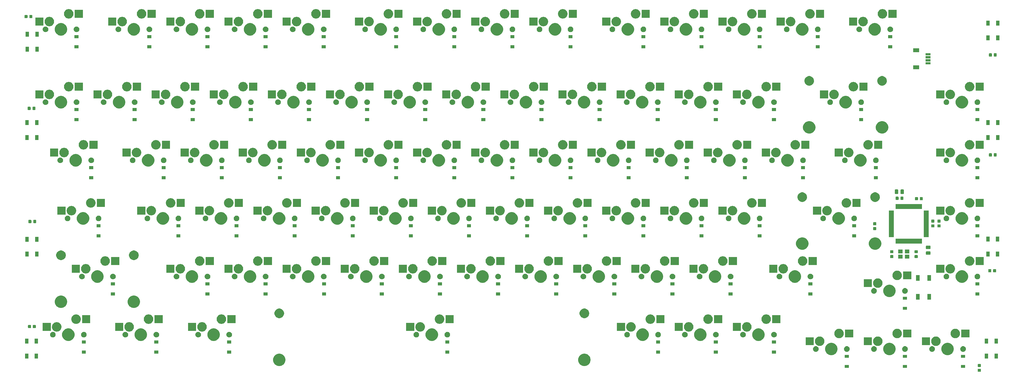
<source format=gbr>
G04 #@! TF.GenerationSoftware,KiCad,Pcbnew,(5.1.4)-1*
G04 #@! TF.CreationDate,2022-04-19T23:21:49-04:00*
G04 #@! TF.ProjectId,K-75,4b2d3735-2e6b-4696-9361-645f70636258,rev?*
G04 #@! TF.SameCoordinates,Original*
G04 #@! TF.FileFunction,Soldermask,Bot*
G04 #@! TF.FilePolarity,Negative*
%FSLAX46Y46*%
G04 Gerber Fmt 4.6, Leading zero omitted, Abs format (unit mm)*
G04 Created by KiCad (PCBNEW (5.1.4)-1) date 2022-04-19 23:21:49*
%MOMM*%
%LPD*%
G04 APERTURE LIST*
%ADD10C,0.100000*%
G04 APERTURE END LIST*
D10*
G36*
X368044591Y-195476585D02*
G01*
X368078569Y-195486893D01*
X368109890Y-195503634D01*
X368137339Y-195526161D01*
X368159866Y-195553610D01*
X368176607Y-195584931D01*
X368186915Y-195618909D01*
X368191000Y-195660390D01*
X368191000Y-196261610D01*
X368186915Y-196303091D01*
X368176607Y-196337069D01*
X368159866Y-196368390D01*
X368137339Y-196395839D01*
X368109890Y-196418366D01*
X368078569Y-196435107D01*
X368044591Y-196445415D01*
X368003110Y-196449500D01*
X367326890Y-196449500D01*
X367285409Y-196445415D01*
X367251431Y-196435107D01*
X367220110Y-196418366D01*
X367192661Y-196395839D01*
X367170134Y-196368390D01*
X367153393Y-196337069D01*
X367143085Y-196303091D01*
X367139000Y-196261610D01*
X367139000Y-195660390D01*
X367143085Y-195618909D01*
X367153393Y-195584931D01*
X367170134Y-195553610D01*
X367192661Y-195526161D01*
X367220110Y-195503634D01*
X367251431Y-195486893D01*
X367285409Y-195476585D01*
X367326890Y-195472500D01*
X368003110Y-195472500D01*
X368044591Y-195476585D01*
X368044591Y-195476585D01*
G37*
G36*
X362982000Y-195191000D02*
G01*
X361680000Y-195191000D01*
X361680000Y-194189000D01*
X362982000Y-194189000D01*
X362982000Y-195191000D01*
X362982000Y-195191000D01*
G37*
G36*
X343932000Y-195191000D02*
G01*
X342630000Y-195191000D01*
X342630000Y-194189000D01*
X343932000Y-194189000D01*
X343932000Y-195191000D01*
X343932000Y-195191000D01*
G37*
G36*
X324882000Y-195191000D02*
G01*
X323580000Y-195191000D01*
X323580000Y-194189000D01*
X324882000Y-194189000D01*
X324882000Y-195191000D01*
X324882000Y-195191000D01*
G37*
G36*
X368044591Y-193901585D02*
G01*
X368078569Y-193911893D01*
X368109890Y-193928634D01*
X368137339Y-193951161D01*
X368159866Y-193978610D01*
X368176607Y-194009931D01*
X368186915Y-194043909D01*
X368191000Y-194085390D01*
X368191000Y-194686610D01*
X368186915Y-194728091D01*
X368176607Y-194762069D01*
X368159866Y-194793390D01*
X368137339Y-194820839D01*
X368109890Y-194843366D01*
X368078569Y-194860107D01*
X368044591Y-194870415D01*
X368003110Y-194874500D01*
X367326890Y-194874500D01*
X367285409Y-194870415D01*
X367251431Y-194860107D01*
X367220110Y-194843366D01*
X367192661Y-194820839D01*
X367170134Y-194793390D01*
X367153393Y-194762069D01*
X367143085Y-194728091D01*
X367139000Y-194686610D01*
X367139000Y-194085390D01*
X367143085Y-194043909D01*
X367153393Y-194009931D01*
X367170134Y-193978610D01*
X367192661Y-193951161D01*
X367220110Y-193928634D01*
X367251431Y-193911893D01*
X367285409Y-193901585D01*
X367326890Y-193897500D01*
X368003110Y-193897500D01*
X368044591Y-193901585D01*
X368044591Y-193901585D01*
G37*
G36*
X238810374Y-190565684D02*
G01*
X239028374Y-190655983D01*
X239182523Y-190719833D01*
X239517448Y-190943623D01*
X239802277Y-191228452D01*
X240026067Y-191563377D01*
X240026067Y-191563378D01*
X240180216Y-191935526D01*
X240258800Y-192330594D01*
X240258800Y-192733406D01*
X240180216Y-193128474D01*
X240089917Y-193346474D01*
X240026067Y-193500623D01*
X239802277Y-193835548D01*
X239517448Y-194120377D01*
X239182523Y-194344167D01*
X239028374Y-194408017D01*
X238810374Y-194498316D01*
X238415306Y-194576900D01*
X238012494Y-194576900D01*
X237617426Y-194498316D01*
X237399426Y-194408017D01*
X237245277Y-194344167D01*
X236910352Y-194120377D01*
X236625523Y-193835548D01*
X236401733Y-193500623D01*
X236337883Y-193346474D01*
X236247584Y-193128474D01*
X236169000Y-192733406D01*
X236169000Y-192330594D01*
X236247584Y-191935526D01*
X236401733Y-191563378D01*
X236401733Y-191563377D01*
X236625523Y-191228452D01*
X236910352Y-190943623D01*
X237245277Y-190719833D01*
X237399426Y-190655983D01*
X237617426Y-190565684D01*
X238012494Y-190487100D01*
X238415306Y-190487100D01*
X238810374Y-190565684D01*
X238810374Y-190565684D01*
G37*
G36*
X138810574Y-190565684D02*
G01*
X139028574Y-190655983D01*
X139182723Y-190719833D01*
X139517648Y-190943623D01*
X139802477Y-191228452D01*
X140026267Y-191563377D01*
X140026267Y-191563378D01*
X140180416Y-191935526D01*
X140259000Y-192330594D01*
X140259000Y-192733406D01*
X140180416Y-193128474D01*
X140090117Y-193346474D01*
X140026267Y-193500623D01*
X139802477Y-193835548D01*
X139517648Y-194120377D01*
X139182723Y-194344167D01*
X139028574Y-194408017D01*
X138810574Y-194498316D01*
X138415506Y-194576900D01*
X138012694Y-194576900D01*
X137617626Y-194498316D01*
X137399626Y-194408017D01*
X137245477Y-194344167D01*
X136910552Y-194120377D01*
X136625723Y-193835548D01*
X136401933Y-193500623D01*
X136338083Y-193346474D01*
X136247784Y-193128474D01*
X136169200Y-192733406D01*
X136169200Y-192330594D01*
X136247784Y-191935526D01*
X136401933Y-191563378D01*
X136401933Y-191563377D01*
X136625723Y-191228452D01*
X136910552Y-190943623D01*
X137245477Y-190719833D01*
X137399626Y-190655983D01*
X137617626Y-190565684D01*
X138012694Y-190487100D01*
X138415506Y-190487100D01*
X138810574Y-190565684D01*
X138810574Y-190565684D01*
G37*
G36*
X55974000Y-192100000D02*
G01*
X54872000Y-192100000D01*
X54872000Y-190498000D01*
X55974000Y-190498000D01*
X55974000Y-192100000D01*
X55974000Y-192100000D01*
G37*
G36*
X59174000Y-192100000D02*
G01*
X58072000Y-192100000D01*
X58072000Y-190498000D01*
X59174000Y-190498000D01*
X59174000Y-192100000D01*
X59174000Y-192100000D01*
G37*
G36*
X370553000Y-192100000D02*
G01*
X369451000Y-192100000D01*
X369451000Y-190498000D01*
X370553000Y-190498000D01*
X370553000Y-192100000D01*
X370553000Y-192100000D01*
G37*
G36*
X373753000Y-192100000D02*
G01*
X372651000Y-192100000D01*
X372651000Y-190498000D01*
X373753000Y-190498000D01*
X373753000Y-192100000D01*
X373753000Y-192100000D01*
G37*
G36*
X324882000Y-191891000D02*
G01*
X323580000Y-191891000D01*
X323580000Y-190889000D01*
X324882000Y-190889000D01*
X324882000Y-191891000D01*
X324882000Y-191891000D01*
G37*
G36*
X343932000Y-191891000D02*
G01*
X342630000Y-191891000D01*
X342630000Y-190889000D01*
X343932000Y-190889000D01*
X343932000Y-191891000D01*
X343932000Y-191891000D01*
G37*
G36*
X362982000Y-191891000D02*
G01*
X361680000Y-191891000D01*
X361680000Y-190889000D01*
X362982000Y-190889000D01*
X362982000Y-191891000D01*
X362982000Y-191891000D01*
G37*
G36*
X338797474Y-187009684D02*
G01*
X339015474Y-187099983D01*
X339169623Y-187163833D01*
X339504548Y-187387623D01*
X339789377Y-187672452D01*
X340013167Y-188007377D01*
X340045562Y-188085586D01*
X340167316Y-188379526D01*
X340245900Y-188774594D01*
X340245900Y-189177406D01*
X340167316Y-189572474D01*
X340116451Y-189695272D01*
X340013167Y-189944623D01*
X339789377Y-190279548D01*
X339504548Y-190564377D01*
X339169623Y-190788167D01*
X339015474Y-190852017D01*
X338797474Y-190942316D01*
X338402406Y-191020900D01*
X337999594Y-191020900D01*
X337604526Y-190942316D01*
X337386526Y-190852017D01*
X337232377Y-190788167D01*
X336897452Y-190564377D01*
X336612623Y-190279548D01*
X336388833Y-189944623D01*
X336285549Y-189695272D01*
X336234684Y-189572474D01*
X336156100Y-189177406D01*
X336156100Y-188774594D01*
X336234684Y-188379526D01*
X336356438Y-188085586D01*
X336388833Y-188007377D01*
X336612623Y-187672452D01*
X336897452Y-187387623D01*
X337232377Y-187163833D01*
X337386526Y-187099983D01*
X337604526Y-187009684D01*
X337999594Y-186931100D01*
X338402406Y-186931100D01*
X338797474Y-187009684D01*
X338797474Y-187009684D01*
G37*
G36*
X357847474Y-187009684D02*
G01*
X358065474Y-187099983D01*
X358219623Y-187163833D01*
X358554548Y-187387623D01*
X358839377Y-187672452D01*
X359063167Y-188007377D01*
X359095562Y-188085586D01*
X359217316Y-188379526D01*
X359295900Y-188774594D01*
X359295900Y-189177406D01*
X359217316Y-189572474D01*
X359166451Y-189695272D01*
X359063167Y-189944623D01*
X358839377Y-190279548D01*
X358554548Y-190564377D01*
X358219623Y-190788167D01*
X358065474Y-190852017D01*
X357847474Y-190942316D01*
X357452406Y-191020900D01*
X357049594Y-191020900D01*
X356654526Y-190942316D01*
X356436526Y-190852017D01*
X356282377Y-190788167D01*
X355947452Y-190564377D01*
X355662623Y-190279548D01*
X355438833Y-189944623D01*
X355335549Y-189695272D01*
X355284684Y-189572474D01*
X355206100Y-189177406D01*
X355206100Y-188774594D01*
X355284684Y-188379526D01*
X355406438Y-188085586D01*
X355438833Y-188007377D01*
X355662623Y-187672452D01*
X355947452Y-187387623D01*
X356282377Y-187163833D01*
X356436526Y-187099983D01*
X356654526Y-187009684D01*
X357049594Y-186931100D01*
X357452406Y-186931100D01*
X357847474Y-187009684D01*
X357847474Y-187009684D01*
G37*
G36*
X319747474Y-187009684D02*
G01*
X319965474Y-187099983D01*
X320119623Y-187163833D01*
X320454548Y-187387623D01*
X320739377Y-187672452D01*
X320963167Y-188007377D01*
X320995562Y-188085586D01*
X321117316Y-188379526D01*
X321195900Y-188774594D01*
X321195900Y-189177406D01*
X321117316Y-189572474D01*
X321066451Y-189695272D01*
X320963167Y-189944623D01*
X320739377Y-190279548D01*
X320454548Y-190564377D01*
X320119623Y-190788167D01*
X319965474Y-190852017D01*
X319747474Y-190942316D01*
X319352406Y-191020900D01*
X318949594Y-191020900D01*
X318554526Y-190942316D01*
X318336526Y-190852017D01*
X318182377Y-190788167D01*
X317847452Y-190564377D01*
X317562623Y-190279548D01*
X317338833Y-189944623D01*
X317235549Y-189695272D01*
X317184684Y-189572474D01*
X317106100Y-189177406D01*
X317106100Y-188774594D01*
X317184684Y-188379526D01*
X317306438Y-188085586D01*
X317338833Y-188007377D01*
X317562623Y-187672452D01*
X317847452Y-187387623D01*
X318182377Y-187163833D01*
X318336526Y-187099983D01*
X318554526Y-187009684D01*
X318949594Y-186931100D01*
X319352406Y-186931100D01*
X319747474Y-187009684D01*
X319747474Y-187009684D01*
G37*
G36*
X263033000Y-190492000D02*
G01*
X261731000Y-190492000D01*
X261731000Y-189490000D01*
X263033000Y-189490000D01*
X263033000Y-190492000D01*
X263033000Y-190492000D01*
G37*
G36*
X301006000Y-190492000D02*
G01*
X299704000Y-190492000D01*
X299704000Y-189490000D01*
X301006000Y-189490000D01*
X301006000Y-190492000D01*
X301006000Y-190492000D01*
G37*
G36*
X281956000Y-190492000D02*
G01*
X280654000Y-190492000D01*
X280654000Y-189490000D01*
X281956000Y-189490000D01*
X281956000Y-190492000D01*
X281956000Y-190492000D01*
G37*
G36*
X193945000Y-190492000D02*
G01*
X192643000Y-190492000D01*
X192643000Y-189490000D01*
X193945000Y-189490000D01*
X193945000Y-190492000D01*
X193945000Y-190492000D01*
G37*
G36*
X98568000Y-190492000D02*
G01*
X97266000Y-190492000D01*
X97266000Y-189490000D01*
X98568000Y-189490000D01*
X98568000Y-190492000D01*
X98568000Y-190492000D01*
G37*
G36*
X122444000Y-190491000D02*
G01*
X121142000Y-190491000D01*
X121142000Y-189489000D01*
X122444000Y-189489000D01*
X122444000Y-190491000D01*
X122444000Y-190491000D01*
G37*
G36*
X74819000Y-190491000D02*
G01*
X73517000Y-190491000D01*
X73517000Y-189489000D01*
X74819000Y-189489000D01*
X74819000Y-190491000D01*
X74819000Y-190491000D01*
G37*
G36*
X324501104Y-188085585D02*
G01*
X324669626Y-188155389D01*
X324821291Y-188256728D01*
X324950272Y-188385709D01*
X325051611Y-188537374D01*
X325121415Y-188705896D01*
X325157000Y-188884797D01*
X325157000Y-189067203D01*
X325121415Y-189246104D01*
X325051611Y-189414626D01*
X324950272Y-189566291D01*
X324821291Y-189695272D01*
X324669626Y-189796611D01*
X324501104Y-189866415D01*
X324322203Y-189902000D01*
X324139797Y-189902000D01*
X323960896Y-189866415D01*
X323792374Y-189796611D01*
X323640709Y-189695272D01*
X323511728Y-189566291D01*
X323410389Y-189414626D01*
X323340585Y-189246104D01*
X323305000Y-189067203D01*
X323305000Y-188884797D01*
X323340585Y-188705896D01*
X323410389Y-188537374D01*
X323511728Y-188385709D01*
X323640709Y-188256728D01*
X323792374Y-188155389D01*
X323960896Y-188085585D01*
X324139797Y-188050000D01*
X324322203Y-188050000D01*
X324501104Y-188085585D01*
X324501104Y-188085585D01*
G37*
G36*
X362601104Y-188085585D02*
G01*
X362769626Y-188155389D01*
X362921291Y-188256728D01*
X363050272Y-188385709D01*
X363151611Y-188537374D01*
X363221415Y-188705896D01*
X363257000Y-188884797D01*
X363257000Y-189067203D01*
X363221415Y-189246104D01*
X363151611Y-189414626D01*
X363050272Y-189566291D01*
X362921291Y-189695272D01*
X362769626Y-189796611D01*
X362601104Y-189866415D01*
X362422203Y-189902000D01*
X362239797Y-189902000D01*
X362060896Y-189866415D01*
X361892374Y-189796611D01*
X361740709Y-189695272D01*
X361611728Y-189566291D01*
X361510389Y-189414626D01*
X361440585Y-189246104D01*
X361405000Y-189067203D01*
X361405000Y-188884797D01*
X361440585Y-188705896D01*
X361510389Y-188537374D01*
X361611728Y-188385709D01*
X361740709Y-188256728D01*
X361892374Y-188155389D01*
X362060896Y-188085585D01*
X362239797Y-188050000D01*
X362422203Y-188050000D01*
X362601104Y-188085585D01*
X362601104Y-188085585D01*
G37*
G36*
X343551104Y-188085585D02*
G01*
X343719626Y-188155389D01*
X343871291Y-188256728D01*
X344000272Y-188385709D01*
X344101611Y-188537374D01*
X344171415Y-188705896D01*
X344207000Y-188884797D01*
X344207000Y-189067203D01*
X344171415Y-189246104D01*
X344101611Y-189414626D01*
X344000272Y-189566291D01*
X343871291Y-189695272D01*
X343719626Y-189796611D01*
X343551104Y-189866415D01*
X343372203Y-189902000D01*
X343189797Y-189902000D01*
X343010896Y-189866415D01*
X342842374Y-189796611D01*
X342690709Y-189695272D01*
X342561728Y-189566291D01*
X342460389Y-189414626D01*
X342390585Y-189246104D01*
X342355000Y-189067203D01*
X342355000Y-188884797D01*
X342390585Y-188705896D01*
X342460389Y-188537374D01*
X342561728Y-188385709D01*
X342690709Y-188256728D01*
X342842374Y-188155389D01*
X343010896Y-188085585D01*
X343189797Y-188050000D01*
X343372203Y-188050000D01*
X343551104Y-188085585D01*
X343551104Y-188085585D01*
G37*
G36*
X314341104Y-188085585D02*
G01*
X314509626Y-188155389D01*
X314661291Y-188256728D01*
X314790272Y-188385709D01*
X314891611Y-188537374D01*
X314961415Y-188705896D01*
X314997000Y-188884797D01*
X314997000Y-189067203D01*
X314961415Y-189246104D01*
X314891611Y-189414626D01*
X314790272Y-189566291D01*
X314661291Y-189695272D01*
X314509626Y-189796611D01*
X314341104Y-189866415D01*
X314162203Y-189902000D01*
X313979797Y-189902000D01*
X313800896Y-189866415D01*
X313632374Y-189796611D01*
X313480709Y-189695272D01*
X313351728Y-189566291D01*
X313250389Y-189414626D01*
X313180585Y-189246104D01*
X313145000Y-189067203D01*
X313145000Y-188884797D01*
X313180585Y-188705896D01*
X313250389Y-188537374D01*
X313351728Y-188385709D01*
X313480709Y-188256728D01*
X313632374Y-188155389D01*
X313800896Y-188085585D01*
X313979797Y-188050000D01*
X314162203Y-188050000D01*
X314341104Y-188085585D01*
X314341104Y-188085585D01*
G37*
G36*
X352441104Y-188085585D02*
G01*
X352609626Y-188155389D01*
X352761291Y-188256728D01*
X352890272Y-188385709D01*
X352991611Y-188537374D01*
X353061415Y-188705896D01*
X353097000Y-188884797D01*
X353097000Y-189067203D01*
X353061415Y-189246104D01*
X352991611Y-189414626D01*
X352890272Y-189566291D01*
X352761291Y-189695272D01*
X352609626Y-189796611D01*
X352441104Y-189866415D01*
X352262203Y-189902000D01*
X352079797Y-189902000D01*
X351900896Y-189866415D01*
X351732374Y-189796611D01*
X351580709Y-189695272D01*
X351451728Y-189566291D01*
X351350389Y-189414626D01*
X351280585Y-189246104D01*
X351245000Y-189067203D01*
X351245000Y-188884797D01*
X351280585Y-188705896D01*
X351350389Y-188537374D01*
X351451728Y-188385709D01*
X351580709Y-188256728D01*
X351732374Y-188155389D01*
X351900896Y-188085585D01*
X352079797Y-188050000D01*
X352262203Y-188050000D01*
X352441104Y-188085585D01*
X352441104Y-188085585D01*
G37*
G36*
X333391104Y-188085585D02*
G01*
X333559626Y-188155389D01*
X333711291Y-188256728D01*
X333840272Y-188385709D01*
X333941611Y-188537374D01*
X334011415Y-188705896D01*
X334047000Y-188884797D01*
X334047000Y-189067203D01*
X334011415Y-189246104D01*
X333941611Y-189414626D01*
X333840272Y-189566291D01*
X333711291Y-189695272D01*
X333559626Y-189796611D01*
X333391104Y-189866415D01*
X333212203Y-189902000D01*
X333029797Y-189902000D01*
X332850896Y-189866415D01*
X332682374Y-189796611D01*
X332530709Y-189695272D01*
X332401728Y-189566291D01*
X332300389Y-189414626D01*
X332230585Y-189246104D01*
X332195000Y-189067203D01*
X332195000Y-188884797D01*
X332230585Y-188705896D01*
X332300389Y-188537374D01*
X332401728Y-188385709D01*
X332530709Y-188256728D01*
X332682374Y-188155389D01*
X332850896Y-188085585D01*
X333029797Y-188050000D01*
X333212203Y-188050000D01*
X333391104Y-188085585D01*
X333391104Y-188085585D01*
G37*
G36*
X334693585Y-184914802D02*
G01*
X334843410Y-184944604D01*
X335125674Y-185061521D01*
X335379705Y-185231259D01*
X335595741Y-185447295D01*
X335765479Y-185701326D01*
X335882396Y-185983590D01*
X335912198Y-186133415D01*
X335934059Y-186243315D01*
X335942000Y-186283240D01*
X335942000Y-186588760D01*
X335882396Y-186888410D01*
X335765479Y-187170674D01*
X335595741Y-187424705D01*
X335379705Y-187640741D01*
X335125674Y-187810479D01*
X334843410Y-187927396D01*
X334693585Y-187957198D01*
X334543761Y-187987000D01*
X334238239Y-187987000D01*
X334088415Y-187957198D01*
X333938590Y-187927396D01*
X333656326Y-187810479D01*
X333402295Y-187640741D01*
X333186259Y-187424705D01*
X333016521Y-187170674D01*
X332899604Y-186888410D01*
X332840000Y-186588760D01*
X332840000Y-186283240D01*
X332847942Y-186243315D01*
X332869802Y-186133415D01*
X332899604Y-185983590D01*
X333016521Y-185701326D01*
X333186259Y-185447295D01*
X333402295Y-185231259D01*
X333656326Y-185061521D01*
X333938590Y-184944604D01*
X334088415Y-184914802D01*
X334238239Y-184885000D01*
X334543761Y-184885000D01*
X334693585Y-184914802D01*
X334693585Y-184914802D01*
G37*
G36*
X353743585Y-184914802D02*
G01*
X353893410Y-184944604D01*
X354175674Y-185061521D01*
X354429705Y-185231259D01*
X354645741Y-185447295D01*
X354815479Y-185701326D01*
X354932396Y-185983590D01*
X354962198Y-186133415D01*
X354984059Y-186243315D01*
X354992000Y-186283240D01*
X354992000Y-186588760D01*
X354932396Y-186888410D01*
X354815479Y-187170674D01*
X354645741Y-187424705D01*
X354429705Y-187640741D01*
X354175674Y-187810479D01*
X353893410Y-187927396D01*
X353743585Y-187957198D01*
X353593761Y-187987000D01*
X353288239Y-187987000D01*
X353138415Y-187957198D01*
X352988590Y-187927396D01*
X352706326Y-187810479D01*
X352452295Y-187640741D01*
X352236259Y-187424705D01*
X352066521Y-187170674D01*
X351949604Y-186888410D01*
X351890000Y-186588760D01*
X351890000Y-186283240D01*
X351897942Y-186243315D01*
X351919802Y-186133415D01*
X351949604Y-185983590D01*
X352066521Y-185701326D01*
X352236259Y-185447295D01*
X352452295Y-185231259D01*
X352706326Y-185061521D01*
X352988590Y-184944604D01*
X353138415Y-184914802D01*
X353288239Y-184885000D01*
X353593761Y-184885000D01*
X353743585Y-184914802D01*
X353743585Y-184914802D01*
G37*
G36*
X315643585Y-184914802D02*
G01*
X315793410Y-184944604D01*
X316075674Y-185061521D01*
X316329705Y-185231259D01*
X316545741Y-185447295D01*
X316715479Y-185701326D01*
X316832396Y-185983590D01*
X316862198Y-186133415D01*
X316884059Y-186243315D01*
X316892000Y-186283240D01*
X316892000Y-186588760D01*
X316832396Y-186888410D01*
X316715479Y-187170674D01*
X316545741Y-187424705D01*
X316329705Y-187640741D01*
X316075674Y-187810479D01*
X315793410Y-187927396D01*
X315643585Y-187957198D01*
X315493761Y-187987000D01*
X315188239Y-187987000D01*
X315038415Y-187957198D01*
X314888590Y-187927396D01*
X314606326Y-187810479D01*
X314352295Y-187640741D01*
X314136259Y-187424705D01*
X313966521Y-187170674D01*
X313849604Y-186888410D01*
X313790000Y-186588760D01*
X313790000Y-186283240D01*
X313797942Y-186243315D01*
X313819802Y-186133415D01*
X313849604Y-185983590D01*
X313966521Y-185701326D01*
X314136259Y-185447295D01*
X314352295Y-185231259D01*
X314606326Y-185061521D01*
X314888590Y-184944604D01*
X315038415Y-184914802D01*
X315188239Y-184885000D01*
X315493761Y-184885000D01*
X315643585Y-184914802D01*
X315643585Y-184914802D01*
G37*
G36*
X332442000Y-187737000D02*
G01*
X329790000Y-187737000D01*
X329790000Y-185135000D01*
X332442000Y-185135000D01*
X332442000Y-187737000D01*
X332442000Y-187737000D01*
G37*
G36*
X313392000Y-187737000D02*
G01*
X310740000Y-187737000D01*
X310740000Y-185135000D01*
X313392000Y-185135000D01*
X313392000Y-187737000D01*
X313392000Y-187737000D01*
G37*
G36*
X351492000Y-187737000D02*
G01*
X348840000Y-187737000D01*
X348840000Y-185135000D01*
X351492000Y-185135000D01*
X351492000Y-187737000D01*
X351492000Y-187737000D01*
G37*
G36*
X59174000Y-187200000D02*
G01*
X58072000Y-187200000D01*
X58072000Y-185598000D01*
X59174000Y-185598000D01*
X59174000Y-187200000D01*
X59174000Y-187200000D01*
G37*
G36*
X55974000Y-187200000D02*
G01*
X54872000Y-187200000D01*
X54872000Y-185598000D01*
X55974000Y-185598000D01*
X55974000Y-187200000D01*
X55974000Y-187200000D01*
G37*
G36*
X370553000Y-187200000D02*
G01*
X369451000Y-187200000D01*
X369451000Y-185598000D01*
X370553000Y-185598000D01*
X370553000Y-187200000D01*
X370553000Y-187200000D01*
G37*
G36*
X373753000Y-187200000D02*
G01*
X372651000Y-187200000D01*
X372651000Y-185598000D01*
X373753000Y-185598000D01*
X373753000Y-187200000D01*
X373753000Y-187200000D01*
G37*
G36*
X301006000Y-187192000D02*
G01*
X299704000Y-187192000D01*
X299704000Y-186190000D01*
X301006000Y-186190000D01*
X301006000Y-187192000D01*
X301006000Y-187192000D01*
G37*
G36*
X193945000Y-187192000D02*
G01*
X192643000Y-187192000D01*
X192643000Y-186190000D01*
X193945000Y-186190000D01*
X193945000Y-187192000D01*
X193945000Y-187192000D01*
G37*
G36*
X281956000Y-187192000D02*
G01*
X280654000Y-187192000D01*
X280654000Y-186190000D01*
X281956000Y-186190000D01*
X281956000Y-187192000D01*
X281956000Y-187192000D01*
G37*
G36*
X263033000Y-187192000D02*
G01*
X261731000Y-187192000D01*
X261731000Y-186190000D01*
X263033000Y-186190000D01*
X263033000Y-187192000D01*
X263033000Y-187192000D01*
G37*
G36*
X98568000Y-187192000D02*
G01*
X97266000Y-187192000D01*
X97266000Y-186190000D01*
X98568000Y-186190000D01*
X98568000Y-187192000D01*
X98568000Y-187192000D01*
G37*
G36*
X122444000Y-187191000D02*
G01*
X121142000Y-187191000D01*
X121142000Y-186189000D01*
X122444000Y-186189000D01*
X122444000Y-187191000D01*
X122444000Y-187191000D01*
G37*
G36*
X74819000Y-187191000D02*
G01*
X73517000Y-187191000D01*
X73517000Y-186189000D01*
X74819000Y-186189000D01*
X74819000Y-187191000D01*
X74819000Y-187191000D01*
G37*
G36*
X276821474Y-182310684D02*
G01*
X277039474Y-182400983D01*
X277193623Y-182464833D01*
X277528548Y-182688623D01*
X277813377Y-182973452D01*
X278037167Y-183308377D01*
X278069562Y-183386586D01*
X278191316Y-183680526D01*
X278269900Y-184075594D01*
X278269900Y-184478406D01*
X278191316Y-184873474D01*
X278140451Y-184996272D01*
X278037167Y-185245623D01*
X277813377Y-185580548D01*
X277528548Y-185865377D01*
X277193623Y-186089167D01*
X277039474Y-186153017D01*
X276821474Y-186243316D01*
X276426406Y-186321900D01*
X276023594Y-186321900D01*
X275628526Y-186243316D01*
X275410526Y-186153017D01*
X275256377Y-186089167D01*
X274921452Y-185865377D01*
X274636623Y-185580548D01*
X274412833Y-185245623D01*
X274309549Y-184996272D01*
X274258684Y-184873474D01*
X274180100Y-184478406D01*
X274180100Y-184075594D01*
X274258684Y-183680526D01*
X274380438Y-183386586D01*
X274412833Y-183308377D01*
X274636623Y-182973452D01*
X274921452Y-182688623D01*
X275256377Y-182464833D01*
X275410526Y-182400983D01*
X275628526Y-182310684D01*
X276023594Y-182232100D01*
X276426406Y-182232100D01*
X276821474Y-182310684D01*
X276821474Y-182310684D01*
G37*
G36*
X69684474Y-182310684D02*
G01*
X69902474Y-182400983D01*
X70056623Y-182464833D01*
X70391548Y-182688623D01*
X70676377Y-182973452D01*
X70900167Y-183308377D01*
X70932562Y-183386586D01*
X71054316Y-183680526D01*
X71132900Y-184075594D01*
X71132900Y-184478406D01*
X71054316Y-184873474D01*
X71003451Y-184996272D01*
X70900167Y-185245623D01*
X70676377Y-185580548D01*
X70391548Y-185865377D01*
X70056623Y-186089167D01*
X69902474Y-186153017D01*
X69684474Y-186243316D01*
X69289406Y-186321900D01*
X68886594Y-186321900D01*
X68491526Y-186243316D01*
X68273526Y-186153017D01*
X68119377Y-186089167D01*
X67784452Y-185865377D01*
X67499623Y-185580548D01*
X67275833Y-185245623D01*
X67172549Y-184996272D01*
X67121684Y-184873474D01*
X67043100Y-184478406D01*
X67043100Y-184075594D01*
X67121684Y-183680526D01*
X67243438Y-183386586D01*
X67275833Y-183308377D01*
X67499623Y-182973452D01*
X67784452Y-182688623D01*
X68119377Y-182464833D01*
X68273526Y-182400983D01*
X68491526Y-182310684D01*
X68886594Y-182232100D01*
X69289406Y-182232100D01*
X69684474Y-182310684D01*
X69684474Y-182310684D01*
G37*
G36*
X117309474Y-182310684D02*
G01*
X117527474Y-182400983D01*
X117681623Y-182464833D01*
X118016548Y-182688623D01*
X118301377Y-182973452D01*
X118525167Y-183308377D01*
X118557562Y-183386586D01*
X118679316Y-183680526D01*
X118757900Y-184075594D01*
X118757900Y-184478406D01*
X118679316Y-184873474D01*
X118628451Y-184996272D01*
X118525167Y-185245623D01*
X118301377Y-185580548D01*
X118016548Y-185865377D01*
X117681623Y-186089167D01*
X117527474Y-186153017D01*
X117309474Y-186243316D01*
X116914406Y-186321900D01*
X116511594Y-186321900D01*
X116116526Y-186243316D01*
X115898526Y-186153017D01*
X115744377Y-186089167D01*
X115409452Y-185865377D01*
X115124623Y-185580548D01*
X114900833Y-185245623D01*
X114797549Y-184996272D01*
X114746684Y-184873474D01*
X114668100Y-184478406D01*
X114668100Y-184075594D01*
X114746684Y-183680526D01*
X114868438Y-183386586D01*
X114900833Y-183308377D01*
X115124623Y-182973452D01*
X115409452Y-182688623D01*
X115744377Y-182464833D01*
X115898526Y-182400983D01*
X116116526Y-182310684D01*
X116511594Y-182232100D01*
X116914406Y-182232100D01*
X117309474Y-182310684D01*
X117309474Y-182310684D01*
G37*
G36*
X295871474Y-182310684D02*
G01*
X296089474Y-182400983D01*
X296243623Y-182464833D01*
X296578548Y-182688623D01*
X296863377Y-182973452D01*
X297087167Y-183308377D01*
X297119562Y-183386586D01*
X297241316Y-183680526D01*
X297319900Y-184075594D01*
X297319900Y-184478406D01*
X297241316Y-184873474D01*
X297190451Y-184996272D01*
X297087167Y-185245623D01*
X296863377Y-185580548D01*
X296578548Y-185865377D01*
X296243623Y-186089167D01*
X296089474Y-186153017D01*
X295871474Y-186243316D01*
X295476406Y-186321900D01*
X295073594Y-186321900D01*
X294678526Y-186243316D01*
X294460526Y-186153017D01*
X294306377Y-186089167D01*
X293971452Y-185865377D01*
X293686623Y-185580548D01*
X293462833Y-185245623D01*
X293359549Y-184996272D01*
X293308684Y-184873474D01*
X293230100Y-184478406D01*
X293230100Y-184075594D01*
X293308684Y-183680526D01*
X293430438Y-183386586D01*
X293462833Y-183308377D01*
X293686623Y-182973452D01*
X293971452Y-182688623D01*
X294306377Y-182464833D01*
X294460526Y-182400983D01*
X294678526Y-182310684D01*
X295073594Y-182232100D01*
X295476406Y-182232100D01*
X295871474Y-182310684D01*
X295871474Y-182310684D01*
G37*
G36*
X257898474Y-182310684D02*
G01*
X258116474Y-182400983D01*
X258270623Y-182464833D01*
X258605548Y-182688623D01*
X258890377Y-182973452D01*
X259114167Y-183308377D01*
X259146562Y-183386586D01*
X259268316Y-183680526D01*
X259346900Y-184075594D01*
X259346900Y-184478406D01*
X259268316Y-184873474D01*
X259217451Y-184996272D01*
X259114167Y-185245623D01*
X258890377Y-185580548D01*
X258605548Y-185865377D01*
X258270623Y-186089167D01*
X258116474Y-186153017D01*
X257898474Y-186243316D01*
X257503406Y-186321900D01*
X257100594Y-186321900D01*
X256705526Y-186243316D01*
X256487526Y-186153017D01*
X256333377Y-186089167D01*
X255998452Y-185865377D01*
X255713623Y-185580548D01*
X255489833Y-185245623D01*
X255386549Y-184996272D01*
X255335684Y-184873474D01*
X255257100Y-184478406D01*
X255257100Y-184075594D01*
X255335684Y-183680526D01*
X255457438Y-183386586D01*
X255489833Y-183308377D01*
X255713623Y-182973452D01*
X255998452Y-182688623D01*
X256333377Y-182464833D01*
X256487526Y-182400983D01*
X256705526Y-182310684D01*
X257100594Y-182232100D01*
X257503406Y-182232100D01*
X257898474Y-182310684D01*
X257898474Y-182310684D01*
G37*
G36*
X188810474Y-182310684D02*
G01*
X189028474Y-182400983D01*
X189182623Y-182464833D01*
X189517548Y-182688623D01*
X189802377Y-182973452D01*
X190026167Y-183308377D01*
X190058562Y-183386586D01*
X190180316Y-183680526D01*
X190258900Y-184075594D01*
X190258900Y-184478406D01*
X190180316Y-184873474D01*
X190129451Y-184996272D01*
X190026167Y-185245623D01*
X189802377Y-185580548D01*
X189517548Y-185865377D01*
X189182623Y-186089167D01*
X189028474Y-186153017D01*
X188810474Y-186243316D01*
X188415406Y-186321900D01*
X188012594Y-186321900D01*
X187617526Y-186243316D01*
X187399526Y-186153017D01*
X187245377Y-186089167D01*
X186910452Y-185865377D01*
X186625623Y-185580548D01*
X186401833Y-185245623D01*
X186298549Y-184996272D01*
X186247684Y-184873474D01*
X186169100Y-184478406D01*
X186169100Y-184075594D01*
X186247684Y-183680526D01*
X186369438Y-183386586D01*
X186401833Y-183308377D01*
X186625623Y-182973452D01*
X186910452Y-182688623D01*
X187245377Y-182464833D01*
X187399526Y-182400983D01*
X187617526Y-182310684D01*
X188012594Y-182232100D01*
X188415406Y-182232100D01*
X188810474Y-182310684D01*
X188810474Y-182310684D01*
G37*
G36*
X93433474Y-182310684D02*
G01*
X93651474Y-182400983D01*
X93805623Y-182464833D01*
X94140548Y-182688623D01*
X94425377Y-182973452D01*
X94649167Y-183308377D01*
X94681562Y-183386586D01*
X94803316Y-183680526D01*
X94881900Y-184075594D01*
X94881900Y-184478406D01*
X94803316Y-184873474D01*
X94752451Y-184996272D01*
X94649167Y-185245623D01*
X94425377Y-185580548D01*
X94140548Y-185865377D01*
X93805623Y-186089167D01*
X93651474Y-186153017D01*
X93433474Y-186243316D01*
X93038406Y-186321900D01*
X92635594Y-186321900D01*
X92240526Y-186243316D01*
X92022526Y-186153017D01*
X91868377Y-186089167D01*
X91533452Y-185865377D01*
X91248623Y-185580548D01*
X91024833Y-185245623D01*
X90921549Y-184996272D01*
X90870684Y-184873474D01*
X90792100Y-184478406D01*
X90792100Y-184075594D01*
X90870684Y-183680526D01*
X90992438Y-183386586D01*
X91024833Y-183308377D01*
X91248623Y-182973452D01*
X91533452Y-182688623D01*
X91868377Y-182464833D01*
X92022526Y-182400983D01*
X92240526Y-182310684D01*
X92635594Y-182232100D01*
X93038406Y-182232100D01*
X93433474Y-182310684D01*
X93433474Y-182310684D01*
G37*
G36*
X321993585Y-182374802D02*
G01*
X322143410Y-182404604D01*
X322425674Y-182521521D01*
X322679705Y-182691259D01*
X322895741Y-182907295D01*
X323065479Y-183161326D01*
X323158784Y-183386586D01*
X323182396Y-183443591D01*
X323242000Y-183743239D01*
X323242000Y-184048761D01*
X323236662Y-184075595D01*
X323182396Y-184348410D01*
X323065479Y-184630674D01*
X322895741Y-184884705D01*
X322679705Y-185100741D01*
X322425674Y-185270479D01*
X322143410Y-185387396D01*
X321993585Y-185417198D01*
X321843761Y-185447000D01*
X321538239Y-185447000D01*
X321388415Y-185417198D01*
X321238590Y-185387396D01*
X320956326Y-185270479D01*
X320702295Y-185100741D01*
X320486259Y-184884705D01*
X320316521Y-184630674D01*
X320199604Y-184348410D01*
X320145338Y-184075595D01*
X320140000Y-184048761D01*
X320140000Y-183743239D01*
X320199604Y-183443591D01*
X320223216Y-183386586D01*
X320316521Y-183161326D01*
X320486259Y-182907295D01*
X320702295Y-182691259D01*
X320956326Y-182521521D01*
X321238590Y-182404604D01*
X321388415Y-182374802D01*
X321538239Y-182345000D01*
X321843761Y-182345000D01*
X321993585Y-182374802D01*
X321993585Y-182374802D01*
G37*
G36*
X341043585Y-182374802D02*
G01*
X341193410Y-182404604D01*
X341475674Y-182521521D01*
X341729705Y-182691259D01*
X341945741Y-182907295D01*
X342115479Y-183161326D01*
X342208784Y-183386586D01*
X342232396Y-183443591D01*
X342292000Y-183743239D01*
X342292000Y-184048761D01*
X342286662Y-184075595D01*
X342232396Y-184348410D01*
X342115479Y-184630674D01*
X341945741Y-184884705D01*
X341729705Y-185100741D01*
X341475674Y-185270479D01*
X341193410Y-185387396D01*
X341043585Y-185417198D01*
X340893761Y-185447000D01*
X340588239Y-185447000D01*
X340438415Y-185417198D01*
X340288590Y-185387396D01*
X340006326Y-185270479D01*
X339752295Y-185100741D01*
X339536259Y-184884705D01*
X339366521Y-184630674D01*
X339249604Y-184348410D01*
X339195338Y-184075595D01*
X339190000Y-184048761D01*
X339190000Y-183743239D01*
X339249604Y-183443591D01*
X339273216Y-183386586D01*
X339366521Y-183161326D01*
X339536259Y-182907295D01*
X339752295Y-182691259D01*
X340006326Y-182521521D01*
X340288590Y-182404604D01*
X340438415Y-182374802D01*
X340588239Y-182345000D01*
X340893761Y-182345000D01*
X341043585Y-182374802D01*
X341043585Y-182374802D01*
G37*
G36*
X360093585Y-182374802D02*
G01*
X360243410Y-182404604D01*
X360525674Y-182521521D01*
X360779705Y-182691259D01*
X360995741Y-182907295D01*
X361165479Y-183161326D01*
X361258784Y-183386586D01*
X361282396Y-183443591D01*
X361342000Y-183743239D01*
X361342000Y-184048761D01*
X361336662Y-184075595D01*
X361282396Y-184348410D01*
X361165479Y-184630674D01*
X360995741Y-184884705D01*
X360779705Y-185100741D01*
X360525674Y-185270479D01*
X360243410Y-185387396D01*
X360093585Y-185417198D01*
X359943761Y-185447000D01*
X359638239Y-185447000D01*
X359488415Y-185417198D01*
X359338590Y-185387396D01*
X359056326Y-185270479D01*
X358802295Y-185100741D01*
X358586259Y-184884705D01*
X358416521Y-184630674D01*
X358299604Y-184348410D01*
X358245338Y-184075595D01*
X358240000Y-184048761D01*
X358240000Y-183743239D01*
X358299604Y-183443591D01*
X358323216Y-183386586D01*
X358416521Y-183161326D01*
X358586259Y-182907295D01*
X358802295Y-182691259D01*
X359056326Y-182521521D01*
X359338590Y-182404604D01*
X359488415Y-182374802D01*
X359638239Y-182345000D01*
X359943761Y-182345000D01*
X360093585Y-182374802D01*
X360093585Y-182374802D01*
G37*
G36*
X122063104Y-183386585D02*
G01*
X122231626Y-183456389D01*
X122383291Y-183557728D01*
X122512272Y-183686709D01*
X122613611Y-183838374D01*
X122683415Y-184006896D01*
X122719000Y-184185797D01*
X122719000Y-184368203D01*
X122683415Y-184547104D01*
X122613611Y-184715626D01*
X122512272Y-184867291D01*
X122383291Y-184996272D01*
X122231626Y-185097611D01*
X122063104Y-185167415D01*
X121884203Y-185203000D01*
X121701797Y-185203000D01*
X121522896Y-185167415D01*
X121354374Y-185097611D01*
X121202709Y-184996272D01*
X121073728Y-184867291D01*
X120972389Y-184715626D01*
X120902585Y-184547104D01*
X120867000Y-184368203D01*
X120867000Y-184185797D01*
X120902585Y-184006896D01*
X120972389Y-183838374D01*
X121073728Y-183686709D01*
X121202709Y-183557728D01*
X121354374Y-183456389D01*
X121522896Y-183386585D01*
X121701797Y-183351000D01*
X121884203Y-183351000D01*
X122063104Y-183386585D01*
X122063104Y-183386585D01*
G37*
G36*
X281575104Y-183386585D02*
G01*
X281743626Y-183456389D01*
X281895291Y-183557728D01*
X282024272Y-183686709D01*
X282125611Y-183838374D01*
X282195415Y-184006896D01*
X282231000Y-184185797D01*
X282231000Y-184368203D01*
X282195415Y-184547104D01*
X282125611Y-184715626D01*
X282024272Y-184867291D01*
X281895291Y-184996272D01*
X281743626Y-185097611D01*
X281575104Y-185167415D01*
X281396203Y-185203000D01*
X281213797Y-185203000D01*
X281034896Y-185167415D01*
X280866374Y-185097611D01*
X280714709Y-184996272D01*
X280585728Y-184867291D01*
X280484389Y-184715626D01*
X280414585Y-184547104D01*
X280379000Y-184368203D01*
X280379000Y-184185797D01*
X280414585Y-184006896D01*
X280484389Y-183838374D01*
X280585728Y-183686709D01*
X280714709Y-183557728D01*
X280866374Y-183456389D01*
X281034896Y-183386585D01*
X281213797Y-183351000D01*
X281396203Y-183351000D01*
X281575104Y-183386585D01*
X281575104Y-183386585D01*
G37*
G36*
X74438104Y-183386585D02*
G01*
X74606626Y-183456389D01*
X74758291Y-183557728D01*
X74887272Y-183686709D01*
X74988611Y-183838374D01*
X75058415Y-184006896D01*
X75094000Y-184185797D01*
X75094000Y-184368203D01*
X75058415Y-184547104D01*
X74988611Y-184715626D01*
X74887272Y-184867291D01*
X74758291Y-184996272D01*
X74606626Y-185097611D01*
X74438104Y-185167415D01*
X74259203Y-185203000D01*
X74076797Y-185203000D01*
X73897896Y-185167415D01*
X73729374Y-185097611D01*
X73577709Y-184996272D01*
X73448728Y-184867291D01*
X73347389Y-184715626D01*
X73277585Y-184547104D01*
X73242000Y-184368203D01*
X73242000Y-184185797D01*
X73277585Y-184006896D01*
X73347389Y-183838374D01*
X73448728Y-183686709D01*
X73577709Y-183557728D01*
X73729374Y-183456389D01*
X73897896Y-183386585D01*
X74076797Y-183351000D01*
X74259203Y-183351000D01*
X74438104Y-183386585D01*
X74438104Y-183386585D01*
G37*
G36*
X64278104Y-183386585D02*
G01*
X64446626Y-183456389D01*
X64598291Y-183557728D01*
X64727272Y-183686709D01*
X64828611Y-183838374D01*
X64898415Y-184006896D01*
X64934000Y-184185797D01*
X64934000Y-184368203D01*
X64898415Y-184547104D01*
X64828611Y-184715626D01*
X64727272Y-184867291D01*
X64598291Y-184996272D01*
X64446626Y-185097611D01*
X64278104Y-185167415D01*
X64099203Y-185203000D01*
X63916797Y-185203000D01*
X63737896Y-185167415D01*
X63569374Y-185097611D01*
X63417709Y-184996272D01*
X63288728Y-184867291D01*
X63187389Y-184715626D01*
X63117585Y-184547104D01*
X63082000Y-184368203D01*
X63082000Y-184185797D01*
X63117585Y-184006896D01*
X63187389Y-183838374D01*
X63288728Y-183686709D01*
X63417709Y-183557728D01*
X63569374Y-183456389D01*
X63737896Y-183386585D01*
X63916797Y-183351000D01*
X64099203Y-183351000D01*
X64278104Y-183386585D01*
X64278104Y-183386585D01*
G37*
G36*
X88027104Y-183386585D02*
G01*
X88195626Y-183456389D01*
X88347291Y-183557728D01*
X88476272Y-183686709D01*
X88577611Y-183838374D01*
X88647415Y-184006896D01*
X88683000Y-184185797D01*
X88683000Y-184368203D01*
X88647415Y-184547104D01*
X88577611Y-184715626D01*
X88476272Y-184867291D01*
X88347291Y-184996272D01*
X88195626Y-185097611D01*
X88027104Y-185167415D01*
X87848203Y-185203000D01*
X87665797Y-185203000D01*
X87486896Y-185167415D01*
X87318374Y-185097611D01*
X87166709Y-184996272D01*
X87037728Y-184867291D01*
X86936389Y-184715626D01*
X86866585Y-184547104D01*
X86831000Y-184368203D01*
X86831000Y-184185797D01*
X86866585Y-184006896D01*
X86936389Y-183838374D01*
X87037728Y-183686709D01*
X87166709Y-183557728D01*
X87318374Y-183456389D01*
X87486896Y-183386585D01*
X87665797Y-183351000D01*
X87848203Y-183351000D01*
X88027104Y-183386585D01*
X88027104Y-183386585D01*
G37*
G36*
X98187104Y-183386585D02*
G01*
X98355626Y-183456389D01*
X98507291Y-183557728D01*
X98636272Y-183686709D01*
X98737611Y-183838374D01*
X98807415Y-184006896D01*
X98843000Y-184185797D01*
X98843000Y-184368203D01*
X98807415Y-184547104D01*
X98737611Y-184715626D01*
X98636272Y-184867291D01*
X98507291Y-184996272D01*
X98355626Y-185097611D01*
X98187104Y-185167415D01*
X98008203Y-185203000D01*
X97825797Y-185203000D01*
X97646896Y-185167415D01*
X97478374Y-185097611D01*
X97326709Y-184996272D01*
X97197728Y-184867291D01*
X97096389Y-184715626D01*
X97026585Y-184547104D01*
X96991000Y-184368203D01*
X96991000Y-184185797D01*
X97026585Y-184006896D01*
X97096389Y-183838374D01*
X97197728Y-183686709D01*
X97326709Y-183557728D01*
X97478374Y-183456389D01*
X97646896Y-183386585D01*
X97825797Y-183351000D01*
X98008203Y-183351000D01*
X98187104Y-183386585D01*
X98187104Y-183386585D01*
G37*
G36*
X111903104Y-183386585D02*
G01*
X112071626Y-183456389D01*
X112223291Y-183557728D01*
X112352272Y-183686709D01*
X112453611Y-183838374D01*
X112523415Y-184006896D01*
X112559000Y-184185797D01*
X112559000Y-184368203D01*
X112523415Y-184547104D01*
X112453611Y-184715626D01*
X112352272Y-184867291D01*
X112223291Y-184996272D01*
X112071626Y-185097611D01*
X111903104Y-185167415D01*
X111724203Y-185203000D01*
X111541797Y-185203000D01*
X111362896Y-185167415D01*
X111194374Y-185097611D01*
X111042709Y-184996272D01*
X110913728Y-184867291D01*
X110812389Y-184715626D01*
X110742585Y-184547104D01*
X110707000Y-184368203D01*
X110707000Y-184185797D01*
X110742585Y-184006896D01*
X110812389Y-183838374D01*
X110913728Y-183686709D01*
X111042709Y-183557728D01*
X111194374Y-183456389D01*
X111362896Y-183386585D01*
X111541797Y-183351000D01*
X111724203Y-183351000D01*
X111903104Y-183386585D01*
X111903104Y-183386585D01*
G37*
G36*
X183404104Y-183386585D02*
G01*
X183572626Y-183456389D01*
X183724291Y-183557728D01*
X183853272Y-183686709D01*
X183954611Y-183838374D01*
X184024415Y-184006896D01*
X184060000Y-184185797D01*
X184060000Y-184368203D01*
X184024415Y-184547104D01*
X183954611Y-184715626D01*
X183853272Y-184867291D01*
X183724291Y-184996272D01*
X183572626Y-185097611D01*
X183404104Y-185167415D01*
X183225203Y-185203000D01*
X183042797Y-185203000D01*
X182863896Y-185167415D01*
X182695374Y-185097611D01*
X182543709Y-184996272D01*
X182414728Y-184867291D01*
X182313389Y-184715626D01*
X182243585Y-184547104D01*
X182208000Y-184368203D01*
X182208000Y-184185797D01*
X182243585Y-184006896D01*
X182313389Y-183838374D01*
X182414728Y-183686709D01*
X182543709Y-183557728D01*
X182695374Y-183456389D01*
X182863896Y-183386585D01*
X183042797Y-183351000D01*
X183225203Y-183351000D01*
X183404104Y-183386585D01*
X183404104Y-183386585D01*
G37*
G36*
X290465104Y-183386585D02*
G01*
X290633626Y-183456389D01*
X290785291Y-183557728D01*
X290914272Y-183686709D01*
X291015611Y-183838374D01*
X291085415Y-184006896D01*
X291121000Y-184185797D01*
X291121000Y-184368203D01*
X291085415Y-184547104D01*
X291015611Y-184715626D01*
X290914272Y-184867291D01*
X290785291Y-184996272D01*
X290633626Y-185097611D01*
X290465104Y-185167415D01*
X290286203Y-185203000D01*
X290103797Y-185203000D01*
X289924896Y-185167415D01*
X289756374Y-185097611D01*
X289604709Y-184996272D01*
X289475728Y-184867291D01*
X289374389Y-184715626D01*
X289304585Y-184547104D01*
X289269000Y-184368203D01*
X289269000Y-184185797D01*
X289304585Y-184006896D01*
X289374389Y-183838374D01*
X289475728Y-183686709D01*
X289604709Y-183557728D01*
X289756374Y-183456389D01*
X289924896Y-183386585D01*
X290103797Y-183351000D01*
X290286203Y-183351000D01*
X290465104Y-183386585D01*
X290465104Y-183386585D01*
G37*
G36*
X300625104Y-183386585D02*
G01*
X300793626Y-183456389D01*
X300945291Y-183557728D01*
X301074272Y-183686709D01*
X301175611Y-183838374D01*
X301245415Y-184006896D01*
X301281000Y-184185797D01*
X301281000Y-184368203D01*
X301245415Y-184547104D01*
X301175611Y-184715626D01*
X301074272Y-184867291D01*
X300945291Y-184996272D01*
X300793626Y-185097611D01*
X300625104Y-185167415D01*
X300446203Y-185203000D01*
X300263797Y-185203000D01*
X300084896Y-185167415D01*
X299916374Y-185097611D01*
X299764709Y-184996272D01*
X299635728Y-184867291D01*
X299534389Y-184715626D01*
X299464585Y-184547104D01*
X299429000Y-184368203D01*
X299429000Y-184185797D01*
X299464585Y-184006896D01*
X299534389Y-183838374D01*
X299635728Y-183686709D01*
X299764709Y-183557728D01*
X299916374Y-183456389D01*
X300084896Y-183386585D01*
X300263797Y-183351000D01*
X300446203Y-183351000D01*
X300625104Y-183386585D01*
X300625104Y-183386585D01*
G37*
G36*
X271415104Y-183386585D02*
G01*
X271583626Y-183456389D01*
X271735291Y-183557728D01*
X271864272Y-183686709D01*
X271965611Y-183838374D01*
X272035415Y-184006896D01*
X272071000Y-184185797D01*
X272071000Y-184368203D01*
X272035415Y-184547104D01*
X271965611Y-184715626D01*
X271864272Y-184867291D01*
X271735291Y-184996272D01*
X271583626Y-185097611D01*
X271415104Y-185167415D01*
X271236203Y-185203000D01*
X271053797Y-185203000D01*
X270874896Y-185167415D01*
X270706374Y-185097611D01*
X270554709Y-184996272D01*
X270425728Y-184867291D01*
X270324389Y-184715626D01*
X270254585Y-184547104D01*
X270219000Y-184368203D01*
X270219000Y-184185797D01*
X270254585Y-184006896D01*
X270324389Y-183838374D01*
X270425728Y-183686709D01*
X270554709Y-183557728D01*
X270706374Y-183456389D01*
X270874896Y-183386585D01*
X271053797Y-183351000D01*
X271236203Y-183351000D01*
X271415104Y-183386585D01*
X271415104Y-183386585D01*
G37*
G36*
X193564104Y-183386585D02*
G01*
X193732626Y-183456389D01*
X193884291Y-183557728D01*
X194013272Y-183686709D01*
X194114611Y-183838374D01*
X194184415Y-184006896D01*
X194220000Y-184185797D01*
X194220000Y-184368203D01*
X194184415Y-184547104D01*
X194114611Y-184715626D01*
X194013272Y-184867291D01*
X193884291Y-184996272D01*
X193732626Y-185097611D01*
X193564104Y-185167415D01*
X193385203Y-185203000D01*
X193202797Y-185203000D01*
X193023896Y-185167415D01*
X192855374Y-185097611D01*
X192703709Y-184996272D01*
X192574728Y-184867291D01*
X192473389Y-184715626D01*
X192403585Y-184547104D01*
X192368000Y-184368203D01*
X192368000Y-184185797D01*
X192403585Y-184006896D01*
X192473389Y-183838374D01*
X192574728Y-183686709D01*
X192703709Y-183557728D01*
X192855374Y-183456389D01*
X193023896Y-183386585D01*
X193202797Y-183351000D01*
X193385203Y-183351000D01*
X193564104Y-183386585D01*
X193564104Y-183386585D01*
G37*
G36*
X252492104Y-183386585D02*
G01*
X252660626Y-183456389D01*
X252812291Y-183557728D01*
X252941272Y-183686709D01*
X253042611Y-183838374D01*
X253112415Y-184006896D01*
X253148000Y-184185797D01*
X253148000Y-184368203D01*
X253112415Y-184547104D01*
X253042611Y-184715626D01*
X252941272Y-184867291D01*
X252812291Y-184996272D01*
X252660626Y-185097611D01*
X252492104Y-185167415D01*
X252313203Y-185203000D01*
X252130797Y-185203000D01*
X251951896Y-185167415D01*
X251783374Y-185097611D01*
X251631709Y-184996272D01*
X251502728Y-184867291D01*
X251401389Y-184715626D01*
X251331585Y-184547104D01*
X251296000Y-184368203D01*
X251296000Y-184185797D01*
X251331585Y-184006896D01*
X251401389Y-183838374D01*
X251502728Y-183686709D01*
X251631709Y-183557728D01*
X251783374Y-183456389D01*
X251951896Y-183386585D01*
X252130797Y-183351000D01*
X252313203Y-183351000D01*
X252492104Y-183386585D01*
X252492104Y-183386585D01*
G37*
G36*
X262652104Y-183386585D02*
G01*
X262820626Y-183456389D01*
X262972291Y-183557728D01*
X263101272Y-183686709D01*
X263202611Y-183838374D01*
X263272415Y-184006896D01*
X263308000Y-184185797D01*
X263308000Y-184368203D01*
X263272415Y-184547104D01*
X263202611Y-184715626D01*
X263101272Y-184867291D01*
X262972291Y-184996272D01*
X262820626Y-185097611D01*
X262652104Y-185167415D01*
X262473203Y-185203000D01*
X262290797Y-185203000D01*
X262111896Y-185167415D01*
X261943374Y-185097611D01*
X261791709Y-184996272D01*
X261662728Y-184867291D01*
X261561389Y-184715626D01*
X261491585Y-184547104D01*
X261456000Y-184368203D01*
X261456000Y-184185797D01*
X261491585Y-184006896D01*
X261561389Y-183838374D01*
X261662728Y-183686709D01*
X261791709Y-183557728D01*
X261943374Y-183456389D01*
X262111896Y-183386585D01*
X262290797Y-183351000D01*
X262473203Y-183351000D01*
X262652104Y-183386585D01*
X262652104Y-183386585D01*
G37*
G36*
X326319000Y-185197000D02*
G01*
X323667000Y-185197000D01*
X323667000Y-182595000D01*
X326319000Y-182595000D01*
X326319000Y-185197000D01*
X326319000Y-185197000D01*
G37*
G36*
X345369000Y-185197000D02*
G01*
X342717000Y-185197000D01*
X342717000Y-182595000D01*
X345369000Y-182595000D01*
X345369000Y-185197000D01*
X345369000Y-185197000D01*
G37*
G36*
X364419000Y-185197000D02*
G01*
X361767000Y-185197000D01*
X361767000Y-182595000D01*
X364419000Y-182595000D01*
X364419000Y-185197000D01*
X364419000Y-185197000D01*
G37*
G36*
X272717585Y-180215802D02*
G01*
X272867410Y-180245604D01*
X273149674Y-180362521D01*
X273403705Y-180532259D01*
X273619741Y-180748295D01*
X273789479Y-181002326D01*
X273906396Y-181284590D01*
X273936198Y-181434415D01*
X273966000Y-181584239D01*
X273966000Y-181889761D01*
X273947012Y-181985220D01*
X273906396Y-182189410D01*
X273789479Y-182471674D01*
X273619741Y-182725705D01*
X273403705Y-182941741D01*
X273149674Y-183111479D01*
X272867410Y-183228396D01*
X272717585Y-183258198D01*
X272567761Y-183288000D01*
X272262239Y-183288000D01*
X272112415Y-183258198D01*
X271962590Y-183228396D01*
X271680326Y-183111479D01*
X271426295Y-182941741D01*
X271210259Y-182725705D01*
X271040521Y-182471674D01*
X270923604Y-182189410D01*
X270882988Y-181985220D01*
X270864000Y-181889761D01*
X270864000Y-181584239D01*
X270893802Y-181434415D01*
X270923604Y-181284590D01*
X271040521Y-181002326D01*
X271210259Y-180748295D01*
X271426295Y-180532259D01*
X271680326Y-180362521D01*
X271962590Y-180245604D01*
X272112415Y-180215802D01*
X272262239Y-180186000D01*
X272567761Y-180186000D01*
X272717585Y-180215802D01*
X272717585Y-180215802D01*
G37*
G36*
X65580585Y-180215802D02*
G01*
X65730410Y-180245604D01*
X66012674Y-180362521D01*
X66266705Y-180532259D01*
X66482741Y-180748295D01*
X66652479Y-181002326D01*
X66769396Y-181284590D01*
X66799198Y-181434415D01*
X66829000Y-181584239D01*
X66829000Y-181889761D01*
X66810012Y-181985220D01*
X66769396Y-182189410D01*
X66652479Y-182471674D01*
X66482741Y-182725705D01*
X66266705Y-182941741D01*
X66012674Y-183111479D01*
X65730410Y-183228396D01*
X65580585Y-183258198D01*
X65430761Y-183288000D01*
X65125239Y-183288000D01*
X64975415Y-183258198D01*
X64825590Y-183228396D01*
X64543326Y-183111479D01*
X64289295Y-182941741D01*
X64073259Y-182725705D01*
X63903521Y-182471674D01*
X63786604Y-182189410D01*
X63745988Y-181985220D01*
X63727000Y-181889761D01*
X63727000Y-181584239D01*
X63756802Y-181434415D01*
X63786604Y-181284590D01*
X63903521Y-181002326D01*
X64073259Y-180748295D01*
X64289295Y-180532259D01*
X64543326Y-180362521D01*
X64825590Y-180245604D01*
X64975415Y-180215802D01*
X65125239Y-180186000D01*
X65430761Y-180186000D01*
X65580585Y-180215802D01*
X65580585Y-180215802D01*
G37*
G36*
X89329585Y-180215802D02*
G01*
X89479410Y-180245604D01*
X89761674Y-180362521D01*
X90015705Y-180532259D01*
X90231741Y-180748295D01*
X90401479Y-181002326D01*
X90518396Y-181284590D01*
X90548198Y-181434415D01*
X90578000Y-181584239D01*
X90578000Y-181889761D01*
X90559012Y-181985220D01*
X90518396Y-182189410D01*
X90401479Y-182471674D01*
X90231741Y-182725705D01*
X90015705Y-182941741D01*
X89761674Y-183111479D01*
X89479410Y-183228396D01*
X89329585Y-183258198D01*
X89179761Y-183288000D01*
X88874239Y-183288000D01*
X88724415Y-183258198D01*
X88574590Y-183228396D01*
X88292326Y-183111479D01*
X88038295Y-182941741D01*
X87822259Y-182725705D01*
X87652521Y-182471674D01*
X87535604Y-182189410D01*
X87494988Y-181985220D01*
X87476000Y-181889761D01*
X87476000Y-181584239D01*
X87505802Y-181434415D01*
X87535604Y-181284590D01*
X87652521Y-181002326D01*
X87822259Y-180748295D01*
X88038295Y-180532259D01*
X88292326Y-180362521D01*
X88574590Y-180245604D01*
X88724415Y-180215802D01*
X88874239Y-180186000D01*
X89179761Y-180186000D01*
X89329585Y-180215802D01*
X89329585Y-180215802D01*
G37*
G36*
X184706585Y-180215802D02*
G01*
X184856410Y-180245604D01*
X185138674Y-180362521D01*
X185392705Y-180532259D01*
X185608741Y-180748295D01*
X185778479Y-181002326D01*
X185895396Y-181284590D01*
X185925198Y-181434415D01*
X185955000Y-181584239D01*
X185955000Y-181889761D01*
X185936012Y-181985220D01*
X185895396Y-182189410D01*
X185778479Y-182471674D01*
X185608741Y-182725705D01*
X185392705Y-182941741D01*
X185138674Y-183111479D01*
X184856410Y-183228396D01*
X184706585Y-183258198D01*
X184556761Y-183288000D01*
X184251239Y-183288000D01*
X184101415Y-183258198D01*
X183951590Y-183228396D01*
X183669326Y-183111479D01*
X183415295Y-182941741D01*
X183199259Y-182725705D01*
X183029521Y-182471674D01*
X182912604Y-182189410D01*
X182871988Y-181985220D01*
X182853000Y-181889761D01*
X182853000Y-181584239D01*
X182882802Y-181434415D01*
X182912604Y-181284590D01*
X183029521Y-181002326D01*
X183199259Y-180748295D01*
X183415295Y-180532259D01*
X183669326Y-180362521D01*
X183951590Y-180245604D01*
X184101415Y-180215802D01*
X184251239Y-180186000D01*
X184556761Y-180186000D01*
X184706585Y-180215802D01*
X184706585Y-180215802D01*
G37*
G36*
X113205585Y-180215802D02*
G01*
X113355410Y-180245604D01*
X113637674Y-180362521D01*
X113891705Y-180532259D01*
X114107741Y-180748295D01*
X114277479Y-181002326D01*
X114394396Y-181284590D01*
X114424198Y-181434415D01*
X114454000Y-181584239D01*
X114454000Y-181889761D01*
X114435012Y-181985220D01*
X114394396Y-182189410D01*
X114277479Y-182471674D01*
X114107741Y-182725705D01*
X113891705Y-182941741D01*
X113637674Y-183111479D01*
X113355410Y-183228396D01*
X113205585Y-183258198D01*
X113055761Y-183288000D01*
X112750239Y-183288000D01*
X112600415Y-183258198D01*
X112450590Y-183228396D01*
X112168326Y-183111479D01*
X111914295Y-182941741D01*
X111698259Y-182725705D01*
X111528521Y-182471674D01*
X111411604Y-182189410D01*
X111370988Y-181985220D01*
X111352000Y-181889761D01*
X111352000Y-181584239D01*
X111381802Y-181434415D01*
X111411604Y-181284590D01*
X111528521Y-181002326D01*
X111698259Y-180748295D01*
X111914295Y-180532259D01*
X112168326Y-180362521D01*
X112450590Y-180245604D01*
X112600415Y-180215802D01*
X112750239Y-180186000D01*
X113055761Y-180186000D01*
X113205585Y-180215802D01*
X113205585Y-180215802D01*
G37*
G36*
X291767585Y-180215802D02*
G01*
X291917410Y-180245604D01*
X292199674Y-180362521D01*
X292453705Y-180532259D01*
X292669741Y-180748295D01*
X292839479Y-181002326D01*
X292956396Y-181284590D01*
X292986198Y-181434415D01*
X293016000Y-181584239D01*
X293016000Y-181889761D01*
X292997012Y-181985220D01*
X292956396Y-182189410D01*
X292839479Y-182471674D01*
X292669741Y-182725705D01*
X292453705Y-182941741D01*
X292199674Y-183111479D01*
X291917410Y-183228396D01*
X291767585Y-183258198D01*
X291617761Y-183288000D01*
X291312239Y-183288000D01*
X291162415Y-183258198D01*
X291012590Y-183228396D01*
X290730326Y-183111479D01*
X290476295Y-182941741D01*
X290260259Y-182725705D01*
X290090521Y-182471674D01*
X289973604Y-182189410D01*
X289932988Y-181985220D01*
X289914000Y-181889761D01*
X289914000Y-181584239D01*
X289943802Y-181434415D01*
X289973604Y-181284590D01*
X290090521Y-181002326D01*
X290260259Y-180748295D01*
X290476295Y-180532259D01*
X290730326Y-180362521D01*
X291012590Y-180245604D01*
X291162415Y-180215802D01*
X291312239Y-180186000D01*
X291617761Y-180186000D01*
X291767585Y-180215802D01*
X291767585Y-180215802D01*
G37*
G36*
X253794585Y-180215802D02*
G01*
X253944410Y-180245604D01*
X254226674Y-180362521D01*
X254480705Y-180532259D01*
X254696741Y-180748295D01*
X254866479Y-181002326D01*
X254983396Y-181284590D01*
X255013198Y-181434415D01*
X255043000Y-181584239D01*
X255043000Y-181889761D01*
X255024012Y-181985220D01*
X254983396Y-182189410D01*
X254866479Y-182471674D01*
X254696741Y-182725705D01*
X254480705Y-182941741D01*
X254226674Y-183111479D01*
X253944410Y-183228396D01*
X253794585Y-183258198D01*
X253644761Y-183288000D01*
X253339239Y-183288000D01*
X253189415Y-183258198D01*
X253039590Y-183228396D01*
X252757326Y-183111479D01*
X252503295Y-182941741D01*
X252287259Y-182725705D01*
X252117521Y-182471674D01*
X252000604Y-182189410D01*
X251959988Y-181985220D01*
X251941000Y-181889761D01*
X251941000Y-181584239D01*
X251970802Y-181434415D01*
X252000604Y-181284590D01*
X252117521Y-181002326D01*
X252287259Y-180748295D01*
X252503295Y-180532259D01*
X252757326Y-180362521D01*
X253039590Y-180245604D01*
X253189415Y-180215802D01*
X253339239Y-180186000D01*
X253644761Y-180186000D01*
X253794585Y-180215802D01*
X253794585Y-180215802D01*
G37*
G36*
X182455000Y-183038000D02*
G01*
X179803000Y-183038000D01*
X179803000Y-180436000D01*
X182455000Y-180436000D01*
X182455000Y-183038000D01*
X182455000Y-183038000D01*
G37*
G36*
X87078000Y-183038000D02*
G01*
X84426000Y-183038000D01*
X84426000Y-180436000D01*
X87078000Y-180436000D01*
X87078000Y-183038000D01*
X87078000Y-183038000D01*
G37*
G36*
X110954000Y-183038000D02*
G01*
X108302000Y-183038000D01*
X108302000Y-180436000D01*
X110954000Y-180436000D01*
X110954000Y-183038000D01*
X110954000Y-183038000D01*
G37*
G36*
X289516000Y-183038000D02*
G01*
X286864000Y-183038000D01*
X286864000Y-180436000D01*
X289516000Y-180436000D01*
X289516000Y-183038000D01*
X289516000Y-183038000D01*
G37*
G36*
X270466000Y-183038000D02*
G01*
X267814000Y-183038000D01*
X267814000Y-180436000D01*
X270466000Y-180436000D01*
X270466000Y-183038000D01*
X270466000Y-183038000D01*
G37*
G36*
X251543000Y-183038000D02*
G01*
X248891000Y-183038000D01*
X248891000Y-180436000D01*
X251543000Y-180436000D01*
X251543000Y-183038000D01*
X251543000Y-183038000D01*
G37*
G36*
X63329000Y-183038000D02*
G01*
X60677000Y-183038000D01*
X60677000Y-180436000D01*
X63329000Y-180436000D01*
X63329000Y-183038000D01*
X63329000Y-183038000D01*
G37*
G36*
X58279591Y-181088085D02*
G01*
X58313569Y-181098393D01*
X58344890Y-181115134D01*
X58372339Y-181137661D01*
X58394866Y-181165110D01*
X58411607Y-181196431D01*
X58421915Y-181230409D01*
X58426000Y-181271890D01*
X58426000Y-181948110D01*
X58421915Y-181989591D01*
X58411607Y-182023569D01*
X58394866Y-182054890D01*
X58372339Y-182082339D01*
X58344890Y-182104866D01*
X58313569Y-182121607D01*
X58279591Y-182131915D01*
X58238110Y-182136000D01*
X57636890Y-182136000D01*
X57595409Y-182131915D01*
X57561431Y-182121607D01*
X57530110Y-182104866D01*
X57502661Y-182082339D01*
X57480134Y-182054890D01*
X57463393Y-182023569D01*
X57453085Y-181989591D01*
X57449000Y-181948110D01*
X57449000Y-181271890D01*
X57453085Y-181230409D01*
X57463393Y-181196431D01*
X57480134Y-181165110D01*
X57502661Y-181137661D01*
X57530110Y-181115134D01*
X57561431Y-181098393D01*
X57595409Y-181088085D01*
X57636890Y-181084000D01*
X58238110Y-181084000D01*
X58279591Y-181088085D01*
X58279591Y-181088085D01*
G37*
G36*
X56704591Y-181088085D02*
G01*
X56738569Y-181098393D01*
X56769890Y-181115134D01*
X56797339Y-181137661D01*
X56819866Y-181165110D01*
X56836607Y-181196431D01*
X56846915Y-181230409D01*
X56851000Y-181271890D01*
X56851000Y-181948110D01*
X56846915Y-181989591D01*
X56836607Y-182023569D01*
X56819866Y-182054890D01*
X56797339Y-182082339D01*
X56769890Y-182104866D01*
X56738569Y-182121607D01*
X56704591Y-182131915D01*
X56663110Y-182136000D01*
X56061890Y-182136000D01*
X56020409Y-182131915D01*
X55986431Y-182121607D01*
X55955110Y-182104866D01*
X55927661Y-182082339D01*
X55905134Y-182054890D01*
X55888393Y-182023569D01*
X55878085Y-181989591D01*
X55874000Y-181948110D01*
X55874000Y-181271890D01*
X55878085Y-181230409D01*
X55888393Y-181196431D01*
X55905134Y-181165110D01*
X55927661Y-181137661D01*
X55955110Y-181115134D01*
X55986431Y-181098393D01*
X56020409Y-181088085D01*
X56061890Y-181084000D01*
X56663110Y-181084000D01*
X56704591Y-181088085D01*
X56704591Y-181088085D01*
G37*
G36*
X279067585Y-177675802D02*
G01*
X279217410Y-177705604D01*
X279499674Y-177822521D01*
X279753705Y-177992259D01*
X279969741Y-178208295D01*
X280139479Y-178462326D01*
X280256396Y-178744590D01*
X280316000Y-179044240D01*
X280316000Y-179349760D01*
X280256396Y-179649410D01*
X280139479Y-179931674D01*
X279969741Y-180185705D01*
X279753705Y-180401741D01*
X279499674Y-180571479D01*
X279217410Y-180688396D01*
X279067585Y-180718198D01*
X278917761Y-180748000D01*
X278612239Y-180748000D01*
X278462415Y-180718198D01*
X278312590Y-180688396D01*
X278030326Y-180571479D01*
X277776295Y-180401741D01*
X277560259Y-180185705D01*
X277390521Y-179931674D01*
X277273604Y-179649410D01*
X277214000Y-179349760D01*
X277214000Y-179044240D01*
X277273604Y-178744590D01*
X277390521Y-178462326D01*
X277560259Y-178208295D01*
X277776295Y-177992259D01*
X278030326Y-177822521D01*
X278312590Y-177705604D01*
X278462415Y-177675802D01*
X278612239Y-177646000D01*
X278917761Y-177646000D01*
X279067585Y-177675802D01*
X279067585Y-177675802D01*
G37*
G36*
X119555585Y-177675802D02*
G01*
X119705410Y-177705604D01*
X119987674Y-177822521D01*
X120241705Y-177992259D01*
X120457741Y-178208295D01*
X120627479Y-178462326D01*
X120744396Y-178744590D01*
X120804000Y-179044240D01*
X120804000Y-179349760D01*
X120744396Y-179649410D01*
X120627479Y-179931674D01*
X120457741Y-180185705D01*
X120241705Y-180401741D01*
X119987674Y-180571479D01*
X119705410Y-180688396D01*
X119555585Y-180718198D01*
X119405761Y-180748000D01*
X119100239Y-180748000D01*
X118950415Y-180718198D01*
X118800590Y-180688396D01*
X118518326Y-180571479D01*
X118264295Y-180401741D01*
X118048259Y-180185705D01*
X117878521Y-179931674D01*
X117761604Y-179649410D01*
X117702000Y-179349760D01*
X117702000Y-179044240D01*
X117761604Y-178744590D01*
X117878521Y-178462326D01*
X118048259Y-178208295D01*
X118264295Y-177992259D01*
X118518326Y-177822521D01*
X118800590Y-177705604D01*
X118950415Y-177675802D01*
X119100239Y-177646000D01*
X119405761Y-177646000D01*
X119555585Y-177675802D01*
X119555585Y-177675802D01*
G37*
G36*
X95679585Y-177675802D02*
G01*
X95829410Y-177705604D01*
X96111674Y-177822521D01*
X96365705Y-177992259D01*
X96581741Y-178208295D01*
X96751479Y-178462326D01*
X96868396Y-178744590D01*
X96928000Y-179044240D01*
X96928000Y-179349760D01*
X96868396Y-179649410D01*
X96751479Y-179931674D01*
X96581741Y-180185705D01*
X96365705Y-180401741D01*
X96111674Y-180571479D01*
X95829410Y-180688396D01*
X95679585Y-180718198D01*
X95529761Y-180748000D01*
X95224239Y-180748000D01*
X95074415Y-180718198D01*
X94924590Y-180688396D01*
X94642326Y-180571479D01*
X94388295Y-180401741D01*
X94172259Y-180185705D01*
X94002521Y-179931674D01*
X93885604Y-179649410D01*
X93826000Y-179349760D01*
X93826000Y-179044240D01*
X93885604Y-178744590D01*
X94002521Y-178462326D01*
X94172259Y-178208295D01*
X94388295Y-177992259D01*
X94642326Y-177822521D01*
X94924590Y-177705604D01*
X95074415Y-177675802D01*
X95224239Y-177646000D01*
X95529761Y-177646000D01*
X95679585Y-177675802D01*
X95679585Y-177675802D01*
G37*
G36*
X71930585Y-177675802D02*
G01*
X72080410Y-177705604D01*
X72362674Y-177822521D01*
X72616705Y-177992259D01*
X72832741Y-178208295D01*
X73002479Y-178462326D01*
X73119396Y-178744590D01*
X73179000Y-179044240D01*
X73179000Y-179349760D01*
X73119396Y-179649410D01*
X73002479Y-179931674D01*
X72832741Y-180185705D01*
X72616705Y-180401741D01*
X72362674Y-180571479D01*
X72080410Y-180688396D01*
X71930585Y-180718198D01*
X71780761Y-180748000D01*
X71475239Y-180748000D01*
X71325415Y-180718198D01*
X71175590Y-180688396D01*
X70893326Y-180571479D01*
X70639295Y-180401741D01*
X70423259Y-180185705D01*
X70253521Y-179931674D01*
X70136604Y-179649410D01*
X70077000Y-179349760D01*
X70077000Y-179044240D01*
X70136604Y-178744590D01*
X70253521Y-178462326D01*
X70423259Y-178208295D01*
X70639295Y-177992259D01*
X70893326Y-177822521D01*
X71175590Y-177705604D01*
X71325415Y-177675802D01*
X71475239Y-177646000D01*
X71780761Y-177646000D01*
X71930585Y-177675802D01*
X71930585Y-177675802D01*
G37*
G36*
X260144585Y-177675802D02*
G01*
X260294410Y-177705604D01*
X260576674Y-177822521D01*
X260830705Y-177992259D01*
X261046741Y-178208295D01*
X261216479Y-178462326D01*
X261333396Y-178744590D01*
X261393000Y-179044240D01*
X261393000Y-179349760D01*
X261333396Y-179649410D01*
X261216479Y-179931674D01*
X261046741Y-180185705D01*
X260830705Y-180401741D01*
X260576674Y-180571479D01*
X260294410Y-180688396D01*
X260144585Y-180718198D01*
X259994761Y-180748000D01*
X259689239Y-180748000D01*
X259539415Y-180718198D01*
X259389590Y-180688396D01*
X259107326Y-180571479D01*
X258853295Y-180401741D01*
X258637259Y-180185705D01*
X258467521Y-179931674D01*
X258350604Y-179649410D01*
X258291000Y-179349760D01*
X258291000Y-179044240D01*
X258350604Y-178744590D01*
X258467521Y-178462326D01*
X258637259Y-178208295D01*
X258853295Y-177992259D01*
X259107326Y-177822521D01*
X259389590Y-177705604D01*
X259539415Y-177675802D01*
X259689239Y-177646000D01*
X259994761Y-177646000D01*
X260144585Y-177675802D01*
X260144585Y-177675802D01*
G37*
G36*
X298117585Y-177675802D02*
G01*
X298267410Y-177705604D01*
X298549674Y-177822521D01*
X298803705Y-177992259D01*
X299019741Y-178208295D01*
X299189479Y-178462326D01*
X299306396Y-178744590D01*
X299366000Y-179044240D01*
X299366000Y-179349760D01*
X299306396Y-179649410D01*
X299189479Y-179931674D01*
X299019741Y-180185705D01*
X298803705Y-180401741D01*
X298549674Y-180571479D01*
X298267410Y-180688396D01*
X298117585Y-180718198D01*
X297967761Y-180748000D01*
X297662239Y-180748000D01*
X297512415Y-180718198D01*
X297362590Y-180688396D01*
X297080326Y-180571479D01*
X296826295Y-180401741D01*
X296610259Y-180185705D01*
X296440521Y-179931674D01*
X296323604Y-179649410D01*
X296264000Y-179349760D01*
X296264000Y-179044240D01*
X296323604Y-178744590D01*
X296440521Y-178462326D01*
X296610259Y-178208295D01*
X296826295Y-177992259D01*
X297080326Y-177822521D01*
X297362590Y-177705604D01*
X297512415Y-177675802D01*
X297662239Y-177646000D01*
X297967761Y-177646000D01*
X298117585Y-177675802D01*
X298117585Y-177675802D01*
G37*
G36*
X191056585Y-177675802D02*
G01*
X191206410Y-177705604D01*
X191488674Y-177822521D01*
X191742705Y-177992259D01*
X191958741Y-178208295D01*
X192128479Y-178462326D01*
X192245396Y-178744590D01*
X192305000Y-179044240D01*
X192305000Y-179349760D01*
X192245396Y-179649410D01*
X192128479Y-179931674D01*
X191958741Y-180185705D01*
X191742705Y-180401741D01*
X191488674Y-180571479D01*
X191206410Y-180688396D01*
X191056585Y-180718198D01*
X190906761Y-180748000D01*
X190601239Y-180748000D01*
X190451415Y-180718198D01*
X190301590Y-180688396D01*
X190019326Y-180571479D01*
X189765295Y-180401741D01*
X189549259Y-180185705D01*
X189379521Y-179931674D01*
X189262604Y-179649410D01*
X189203000Y-179349760D01*
X189203000Y-179044240D01*
X189262604Y-178744590D01*
X189379521Y-178462326D01*
X189549259Y-178208295D01*
X189765295Y-177992259D01*
X190019326Y-177822521D01*
X190301590Y-177705604D01*
X190451415Y-177675802D01*
X190601239Y-177646000D01*
X190906761Y-177646000D01*
X191056585Y-177675802D01*
X191056585Y-177675802D01*
G37*
G36*
X100005000Y-180498000D02*
G01*
X97353000Y-180498000D01*
X97353000Y-177896000D01*
X100005000Y-177896000D01*
X100005000Y-180498000D01*
X100005000Y-180498000D01*
G37*
G36*
X283393000Y-180498000D02*
G01*
X280741000Y-180498000D01*
X280741000Y-177896000D01*
X283393000Y-177896000D01*
X283393000Y-180498000D01*
X283393000Y-180498000D01*
G37*
G36*
X123881000Y-180498000D02*
G01*
X121229000Y-180498000D01*
X121229000Y-177896000D01*
X123881000Y-177896000D01*
X123881000Y-180498000D01*
X123881000Y-180498000D01*
G37*
G36*
X76256000Y-180498000D02*
G01*
X73604000Y-180498000D01*
X73604000Y-177896000D01*
X76256000Y-177896000D01*
X76256000Y-180498000D01*
X76256000Y-180498000D01*
G37*
G36*
X264470000Y-180498000D02*
G01*
X261818000Y-180498000D01*
X261818000Y-177896000D01*
X264470000Y-177896000D01*
X264470000Y-180498000D01*
X264470000Y-180498000D01*
G37*
G36*
X302443000Y-180498000D02*
G01*
X299791000Y-180498000D01*
X299791000Y-177896000D01*
X302443000Y-177896000D01*
X302443000Y-180498000D01*
X302443000Y-180498000D01*
G37*
G36*
X195382000Y-180498000D02*
G01*
X192730000Y-180498000D01*
X192730000Y-177896000D01*
X195382000Y-177896000D01*
X195382000Y-180498000D01*
X195382000Y-180498000D01*
G37*
G36*
X238673311Y-175777526D02*
G01*
X238792037Y-175826704D01*
X238959941Y-175896252D01*
X238959942Y-175896253D01*
X239217904Y-176068617D01*
X239437283Y-176287996D01*
X239552453Y-176460361D01*
X239609648Y-176545959D01*
X239679196Y-176713863D01*
X239728374Y-176832589D01*
X239788900Y-177136876D01*
X239788900Y-177447124D01*
X239737486Y-177705604D01*
X239728374Y-177751410D01*
X239609648Y-178038041D01*
X239609647Y-178038042D01*
X239437283Y-178296004D01*
X239217904Y-178515383D01*
X239045539Y-178630553D01*
X238959941Y-178687748D01*
X238822709Y-178744591D01*
X238673311Y-178806474D01*
X238369025Y-178867000D01*
X238058775Y-178867000D01*
X237754489Y-178806474D01*
X237605091Y-178744591D01*
X237467859Y-178687748D01*
X237382261Y-178630553D01*
X237209896Y-178515383D01*
X236990517Y-178296004D01*
X236818153Y-178038042D01*
X236818152Y-178038041D01*
X236699426Y-177751410D01*
X236690315Y-177705604D01*
X236638900Y-177447124D01*
X236638900Y-177136876D01*
X236699426Y-176832589D01*
X236748604Y-176713863D01*
X236818152Y-176545959D01*
X236875347Y-176460361D01*
X236990517Y-176287996D01*
X237209896Y-176068617D01*
X237467858Y-175896253D01*
X237467859Y-175896252D01*
X237635763Y-175826704D01*
X237754489Y-175777526D01*
X237906633Y-175747263D01*
X238058775Y-175717000D01*
X238369025Y-175717000D01*
X238673311Y-175777526D01*
X238673311Y-175777526D01*
G37*
G36*
X138673511Y-175777526D02*
G01*
X138792237Y-175826704D01*
X138960141Y-175896252D01*
X138960142Y-175896253D01*
X139218104Y-176068617D01*
X139437483Y-176287996D01*
X139552653Y-176460361D01*
X139609848Y-176545959D01*
X139679396Y-176713863D01*
X139728574Y-176832589D01*
X139789100Y-177136876D01*
X139789100Y-177447124D01*
X139737686Y-177705604D01*
X139728574Y-177751410D01*
X139609848Y-178038041D01*
X139609847Y-178038042D01*
X139437483Y-178296004D01*
X139218104Y-178515383D01*
X139045739Y-178630553D01*
X138960141Y-178687748D01*
X138822909Y-178744591D01*
X138673511Y-178806474D01*
X138369225Y-178867000D01*
X138058975Y-178867000D01*
X137754689Y-178806474D01*
X137605291Y-178744591D01*
X137468059Y-178687748D01*
X137382461Y-178630553D01*
X137210096Y-178515383D01*
X136990717Y-178296004D01*
X136818353Y-178038042D01*
X136818352Y-178038041D01*
X136699626Y-177751410D01*
X136690515Y-177705604D01*
X136639100Y-177447124D01*
X136639100Y-177136876D01*
X136699626Y-176832589D01*
X136748804Y-176713863D01*
X136818352Y-176545959D01*
X136875547Y-176460361D01*
X136990717Y-176287996D01*
X137210096Y-176068617D01*
X137468058Y-175896253D01*
X137468059Y-175896252D01*
X137635963Y-175826704D01*
X137754689Y-175777526D01*
X138058975Y-175717000D01*
X138369225Y-175717000D01*
X138673511Y-175777526D01*
X138673511Y-175777526D01*
G37*
G36*
X343932000Y-176141000D02*
G01*
X342630000Y-176141000D01*
X342630000Y-175139000D01*
X343932000Y-175139000D01*
X343932000Y-176141000D01*
X343932000Y-176141000D01*
G37*
G36*
X91147474Y-171515684D02*
G01*
X91365474Y-171605983D01*
X91519623Y-171669833D01*
X91854548Y-171893623D01*
X92139377Y-172178452D01*
X92363167Y-172513377D01*
X92363167Y-172513378D01*
X92517316Y-172885526D01*
X92595900Y-173280594D01*
X92595900Y-173683406D01*
X92517316Y-174078474D01*
X92427017Y-174296474D01*
X92363167Y-174450623D01*
X92139377Y-174785548D01*
X91854548Y-175070377D01*
X91519623Y-175294167D01*
X91365474Y-175358017D01*
X91147474Y-175448316D01*
X90752406Y-175526900D01*
X90349594Y-175526900D01*
X89954526Y-175448316D01*
X89736526Y-175358017D01*
X89582377Y-175294167D01*
X89247452Y-175070377D01*
X88962623Y-174785548D01*
X88738833Y-174450623D01*
X88674983Y-174296474D01*
X88584684Y-174078474D01*
X88506100Y-173683406D01*
X88506100Y-173280594D01*
X88584684Y-172885526D01*
X88738833Y-172513378D01*
X88738833Y-172513377D01*
X88962623Y-172178452D01*
X89247452Y-171893623D01*
X89582377Y-171669833D01*
X89736526Y-171605983D01*
X89954526Y-171515684D01*
X90349594Y-171437100D01*
X90752406Y-171437100D01*
X91147474Y-171515684D01*
X91147474Y-171515684D01*
G37*
G36*
X67271474Y-171515684D02*
G01*
X67489474Y-171605983D01*
X67643623Y-171669833D01*
X67978548Y-171893623D01*
X68263377Y-172178452D01*
X68487167Y-172513377D01*
X68487167Y-172513378D01*
X68641316Y-172885526D01*
X68719900Y-173280594D01*
X68719900Y-173683406D01*
X68641316Y-174078474D01*
X68551017Y-174296474D01*
X68487167Y-174450623D01*
X68263377Y-174785548D01*
X67978548Y-175070377D01*
X67643623Y-175294167D01*
X67489474Y-175358017D01*
X67271474Y-175448316D01*
X66876406Y-175526900D01*
X66473594Y-175526900D01*
X66078526Y-175448316D01*
X65860526Y-175358017D01*
X65706377Y-175294167D01*
X65371452Y-175070377D01*
X65086623Y-174785548D01*
X64862833Y-174450623D01*
X64798983Y-174296474D01*
X64708684Y-174078474D01*
X64630100Y-173683406D01*
X64630100Y-173280594D01*
X64708684Y-172885526D01*
X64862833Y-172513378D01*
X64862833Y-172513377D01*
X65086623Y-172178452D01*
X65371452Y-171893623D01*
X65706377Y-171669833D01*
X65860526Y-171605983D01*
X66078526Y-171515684D01*
X66473594Y-171437100D01*
X66876406Y-171437100D01*
X67271474Y-171515684D01*
X67271474Y-171515684D01*
G37*
G36*
X343932000Y-172841000D02*
G01*
X342630000Y-172841000D01*
X342630000Y-171839000D01*
X343932000Y-171839000D01*
X343932000Y-172841000D01*
X343932000Y-172841000D01*
G37*
G36*
X351828000Y-172834000D02*
G01*
X350626000Y-172834000D01*
X350626000Y-170932000D01*
X351828000Y-170932000D01*
X351828000Y-172834000D01*
X351828000Y-172834000D01*
G37*
G36*
X348128000Y-172834000D02*
G01*
X346926000Y-172834000D01*
X346926000Y-170932000D01*
X348128000Y-170932000D01*
X348128000Y-172834000D01*
X348128000Y-172834000D01*
G37*
G36*
X338797474Y-167959684D02*
G01*
X339015474Y-168049983D01*
X339169623Y-168113833D01*
X339504548Y-168337623D01*
X339789377Y-168622452D01*
X340013167Y-168957377D01*
X340045562Y-169035586D01*
X340167316Y-169329526D01*
X340245900Y-169724594D01*
X340245900Y-170127406D01*
X340167316Y-170522474D01*
X340116451Y-170645272D01*
X340013167Y-170894623D01*
X339789377Y-171229548D01*
X339504548Y-171514377D01*
X339169623Y-171738167D01*
X339015474Y-171802017D01*
X338797474Y-171892316D01*
X338402406Y-171970900D01*
X337999594Y-171970900D01*
X337604526Y-171892316D01*
X337386526Y-171802017D01*
X337232377Y-171738167D01*
X336897452Y-171514377D01*
X336612623Y-171229548D01*
X336388833Y-170894623D01*
X336285549Y-170645272D01*
X336234684Y-170522474D01*
X336156100Y-170127406D01*
X336156100Y-169724594D01*
X336234684Y-169329526D01*
X336356438Y-169035586D01*
X336388833Y-168957377D01*
X336612623Y-168622452D01*
X336897452Y-168337623D01*
X337232377Y-168113833D01*
X337386526Y-168049983D01*
X337604526Y-167959684D01*
X337999594Y-167881100D01*
X338402406Y-167881100D01*
X338797474Y-167959684D01*
X338797474Y-167959684D01*
G37*
G36*
X115332000Y-171442000D02*
G01*
X114030000Y-171442000D01*
X114030000Y-170440000D01*
X115332000Y-170440000D01*
X115332000Y-171442000D01*
X115332000Y-171442000D01*
G37*
G36*
X84344000Y-171442000D02*
G01*
X83042000Y-171442000D01*
X83042000Y-170440000D01*
X84344000Y-170440000D01*
X84344000Y-171442000D01*
X84344000Y-171442000D01*
G37*
G36*
X134382000Y-171442000D02*
G01*
X133080000Y-171442000D01*
X133080000Y-170440000D01*
X134382000Y-170440000D01*
X134382000Y-171442000D01*
X134382000Y-171442000D01*
G37*
G36*
X153559000Y-171442000D02*
G01*
X152257000Y-171442000D01*
X152257000Y-170440000D01*
X153559000Y-170440000D01*
X153559000Y-171442000D01*
X153559000Y-171442000D01*
G37*
G36*
X367681000Y-171442000D02*
G01*
X366379000Y-171442000D01*
X366379000Y-170440000D01*
X367681000Y-170440000D01*
X367681000Y-171442000D01*
X367681000Y-171442000D01*
G37*
G36*
X312944000Y-171442000D02*
G01*
X311642000Y-171442000D01*
X311642000Y-170440000D01*
X312944000Y-170440000D01*
X312944000Y-171442000D01*
X312944000Y-171442000D01*
G37*
G36*
X286782000Y-171442000D02*
G01*
X285480000Y-171442000D01*
X285480000Y-170440000D01*
X286782000Y-170440000D01*
X286782000Y-171442000D01*
X286782000Y-171442000D01*
G37*
G36*
X191532000Y-171442000D02*
G01*
X190230000Y-171442000D01*
X190230000Y-170440000D01*
X191532000Y-170440000D01*
X191532000Y-171442000D01*
X191532000Y-171442000D01*
G37*
G36*
X210582000Y-171442000D02*
G01*
X209280000Y-171442000D01*
X209280000Y-170440000D01*
X210582000Y-170440000D01*
X210582000Y-171442000D01*
X210582000Y-171442000D01*
G37*
G36*
X267732000Y-171442000D02*
G01*
X266430000Y-171442000D01*
X266430000Y-170440000D01*
X267732000Y-170440000D01*
X267732000Y-171442000D01*
X267732000Y-171442000D01*
G37*
G36*
X229632000Y-171442000D02*
G01*
X228330000Y-171442000D01*
X228330000Y-170440000D01*
X229632000Y-170440000D01*
X229632000Y-171442000D01*
X229632000Y-171442000D01*
G37*
G36*
X248682000Y-171442000D02*
G01*
X247380000Y-171442000D01*
X247380000Y-170440000D01*
X248682000Y-170440000D01*
X248682000Y-171442000D01*
X248682000Y-171442000D01*
G37*
G36*
X172482000Y-171442000D02*
G01*
X171180000Y-171442000D01*
X171180000Y-170440000D01*
X172482000Y-170440000D01*
X172482000Y-171442000D01*
X172482000Y-171442000D01*
G37*
G36*
X343551104Y-169035585D02*
G01*
X343719626Y-169105389D01*
X343871291Y-169206728D01*
X344000272Y-169335709D01*
X344101611Y-169487374D01*
X344171415Y-169655896D01*
X344207000Y-169834797D01*
X344207000Y-170017203D01*
X344171415Y-170196104D01*
X344101611Y-170364626D01*
X344000272Y-170516291D01*
X343871291Y-170645272D01*
X343719626Y-170746611D01*
X343551104Y-170816415D01*
X343372203Y-170852000D01*
X343189797Y-170852000D01*
X343010896Y-170816415D01*
X342842374Y-170746611D01*
X342690709Y-170645272D01*
X342561728Y-170516291D01*
X342460389Y-170364626D01*
X342390585Y-170196104D01*
X342355000Y-170017203D01*
X342355000Y-169834797D01*
X342390585Y-169655896D01*
X342460389Y-169487374D01*
X342561728Y-169335709D01*
X342690709Y-169206728D01*
X342842374Y-169105389D01*
X343010896Y-169035585D01*
X343189797Y-169000000D01*
X343372203Y-169000000D01*
X343551104Y-169035585D01*
X343551104Y-169035585D01*
G37*
G36*
X333391104Y-169035585D02*
G01*
X333559626Y-169105389D01*
X333711291Y-169206728D01*
X333840272Y-169335709D01*
X333941611Y-169487374D01*
X334011415Y-169655896D01*
X334047000Y-169834797D01*
X334047000Y-170017203D01*
X334011415Y-170196104D01*
X333941611Y-170364626D01*
X333840272Y-170516291D01*
X333711291Y-170645272D01*
X333559626Y-170746611D01*
X333391104Y-170816415D01*
X333212203Y-170852000D01*
X333029797Y-170852000D01*
X332850896Y-170816415D01*
X332682374Y-170746611D01*
X332530709Y-170645272D01*
X332401728Y-170516291D01*
X332300389Y-170364626D01*
X332230585Y-170196104D01*
X332195000Y-170017203D01*
X332195000Y-169834797D01*
X332230585Y-169655896D01*
X332300389Y-169487374D01*
X332401728Y-169335709D01*
X332530709Y-169206728D01*
X332682374Y-169105389D01*
X332850896Y-169035585D01*
X333029797Y-169000000D01*
X333212203Y-169000000D01*
X333391104Y-169035585D01*
X333391104Y-169035585D01*
G37*
G36*
X334693585Y-165864802D02*
G01*
X334843410Y-165894604D01*
X335125674Y-166011521D01*
X335379705Y-166181259D01*
X335595741Y-166397295D01*
X335765479Y-166651326D01*
X335882396Y-166933590D01*
X335912198Y-167083415D01*
X335934059Y-167193315D01*
X335942000Y-167233240D01*
X335942000Y-167538760D01*
X335882396Y-167838410D01*
X335765479Y-168120674D01*
X335595741Y-168374705D01*
X335379705Y-168590741D01*
X335125674Y-168760479D01*
X334843410Y-168877396D01*
X334693585Y-168907198D01*
X334543761Y-168937000D01*
X334238239Y-168937000D01*
X334088415Y-168907198D01*
X333938590Y-168877396D01*
X333656326Y-168760479D01*
X333402295Y-168590741D01*
X333186259Y-168374705D01*
X333016521Y-168120674D01*
X332899604Y-167838410D01*
X332840000Y-167538760D01*
X332840000Y-167233240D01*
X332847942Y-167193315D01*
X332869802Y-167083415D01*
X332899604Y-166933590D01*
X333016521Y-166651326D01*
X333186259Y-166397295D01*
X333402295Y-166181259D01*
X333656326Y-166011521D01*
X333938590Y-165894604D01*
X334088415Y-165864802D01*
X334238239Y-165835000D01*
X334543761Y-165835000D01*
X334693585Y-165864802D01*
X334693585Y-165864802D01*
G37*
G36*
X332442000Y-168687000D02*
G01*
X329790000Y-168687000D01*
X329790000Y-166085000D01*
X332442000Y-166085000D01*
X332442000Y-168687000D01*
X332442000Y-168687000D01*
G37*
G36*
X367681000Y-168142000D02*
G01*
X366379000Y-168142000D01*
X366379000Y-167140000D01*
X367681000Y-167140000D01*
X367681000Y-168142000D01*
X367681000Y-168142000D01*
G37*
G36*
X312944000Y-168142000D02*
G01*
X311642000Y-168142000D01*
X311642000Y-167140000D01*
X312944000Y-167140000D01*
X312944000Y-168142000D01*
X312944000Y-168142000D01*
G37*
G36*
X286782000Y-168142000D02*
G01*
X285480000Y-168142000D01*
X285480000Y-167140000D01*
X286782000Y-167140000D01*
X286782000Y-168142000D01*
X286782000Y-168142000D01*
G37*
G36*
X267732000Y-168142000D02*
G01*
X266430000Y-168142000D01*
X266430000Y-167140000D01*
X267732000Y-167140000D01*
X267732000Y-168142000D01*
X267732000Y-168142000D01*
G37*
G36*
X115332000Y-168142000D02*
G01*
X114030000Y-168142000D01*
X114030000Y-167140000D01*
X115332000Y-167140000D01*
X115332000Y-168142000D01*
X115332000Y-168142000D01*
G37*
G36*
X210582000Y-168142000D02*
G01*
X209280000Y-168142000D01*
X209280000Y-167140000D01*
X210582000Y-167140000D01*
X210582000Y-168142000D01*
X210582000Y-168142000D01*
G37*
G36*
X153559000Y-168142000D02*
G01*
X152257000Y-168142000D01*
X152257000Y-167140000D01*
X153559000Y-167140000D01*
X153559000Y-168142000D01*
X153559000Y-168142000D01*
G37*
G36*
X134382000Y-168142000D02*
G01*
X133080000Y-168142000D01*
X133080000Y-167140000D01*
X134382000Y-167140000D01*
X134382000Y-168142000D01*
X134382000Y-168142000D01*
G37*
G36*
X229632000Y-168142000D02*
G01*
X228330000Y-168142000D01*
X228330000Y-167140000D01*
X229632000Y-167140000D01*
X229632000Y-168142000D01*
X229632000Y-168142000D01*
G37*
G36*
X248682000Y-168142000D02*
G01*
X247380000Y-168142000D01*
X247380000Y-167140000D01*
X248682000Y-167140000D01*
X248682000Y-168142000D01*
X248682000Y-168142000D01*
G37*
G36*
X172482000Y-168142000D02*
G01*
X171180000Y-168142000D01*
X171180000Y-167140000D01*
X172482000Y-167140000D01*
X172482000Y-168142000D01*
X172482000Y-168142000D01*
G37*
G36*
X191532000Y-168142000D02*
G01*
X190230000Y-168142000D01*
X190230000Y-167140000D01*
X191532000Y-167140000D01*
X191532000Y-168142000D01*
X191532000Y-168142000D01*
G37*
G36*
X84344000Y-168142000D02*
G01*
X83042000Y-168142000D01*
X83042000Y-167140000D01*
X84344000Y-167140000D01*
X84344000Y-168142000D01*
X84344000Y-168142000D01*
G37*
G36*
X362546474Y-163260684D02*
G01*
X362764474Y-163350983D01*
X362918623Y-163414833D01*
X363253548Y-163638623D01*
X363538377Y-163923452D01*
X363762167Y-164258377D01*
X363794562Y-164336586D01*
X363916316Y-164630526D01*
X363994900Y-165025594D01*
X363994900Y-165428406D01*
X363916316Y-165823474D01*
X363865451Y-165946272D01*
X363762167Y-166195623D01*
X363538377Y-166530548D01*
X363253548Y-166815377D01*
X362918623Y-167039167D01*
X362764474Y-167103017D01*
X362546474Y-167193316D01*
X362151406Y-167271900D01*
X361748594Y-167271900D01*
X361353526Y-167193316D01*
X361135526Y-167103017D01*
X360981377Y-167039167D01*
X360646452Y-166815377D01*
X360361623Y-166530548D01*
X360137833Y-166195623D01*
X360034549Y-165946272D01*
X359983684Y-165823474D01*
X359905100Y-165428406D01*
X359905100Y-165025594D01*
X359983684Y-164630526D01*
X360105438Y-164336586D01*
X360137833Y-164258377D01*
X360361623Y-163923452D01*
X360646452Y-163638623D01*
X360981377Y-163414833D01*
X361135526Y-163350983D01*
X361353526Y-163260684D01*
X361748594Y-163182100D01*
X362151406Y-163182100D01*
X362546474Y-163260684D01*
X362546474Y-163260684D01*
G37*
G36*
X148297474Y-163260684D02*
G01*
X148515474Y-163350983D01*
X148669623Y-163414833D01*
X149004548Y-163638623D01*
X149289377Y-163923452D01*
X149513167Y-164258377D01*
X149545562Y-164336586D01*
X149667316Y-164630526D01*
X149745900Y-165025594D01*
X149745900Y-165428406D01*
X149667316Y-165823474D01*
X149616451Y-165946272D01*
X149513167Y-166195623D01*
X149289377Y-166530548D01*
X149004548Y-166815377D01*
X148669623Y-167039167D01*
X148515474Y-167103017D01*
X148297474Y-167193316D01*
X147902406Y-167271900D01*
X147499594Y-167271900D01*
X147104526Y-167193316D01*
X146886526Y-167103017D01*
X146732377Y-167039167D01*
X146397452Y-166815377D01*
X146112623Y-166530548D01*
X145888833Y-166195623D01*
X145785549Y-165946272D01*
X145734684Y-165823474D01*
X145656100Y-165428406D01*
X145656100Y-165025594D01*
X145734684Y-164630526D01*
X145856438Y-164336586D01*
X145888833Y-164258377D01*
X146112623Y-163923452D01*
X146397452Y-163638623D01*
X146732377Y-163414833D01*
X146886526Y-163350983D01*
X147104526Y-163260684D01*
X147499594Y-163182100D01*
X147902406Y-163182100D01*
X148297474Y-163260684D01*
X148297474Y-163260684D01*
G37*
G36*
X186397474Y-163260684D02*
G01*
X186615474Y-163350983D01*
X186769623Y-163414833D01*
X187104548Y-163638623D01*
X187389377Y-163923452D01*
X187613167Y-164258377D01*
X187645562Y-164336586D01*
X187767316Y-164630526D01*
X187845900Y-165025594D01*
X187845900Y-165428406D01*
X187767316Y-165823474D01*
X187716451Y-165946272D01*
X187613167Y-166195623D01*
X187389377Y-166530548D01*
X187104548Y-166815377D01*
X186769623Y-167039167D01*
X186615474Y-167103017D01*
X186397474Y-167193316D01*
X186002406Y-167271900D01*
X185599594Y-167271900D01*
X185204526Y-167193316D01*
X184986526Y-167103017D01*
X184832377Y-167039167D01*
X184497452Y-166815377D01*
X184212623Y-166530548D01*
X183988833Y-166195623D01*
X183885549Y-165946272D01*
X183834684Y-165823474D01*
X183756100Y-165428406D01*
X183756100Y-165025594D01*
X183834684Y-164630526D01*
X183956438Y-164336586D01*
X183988833Y-164258377D01*
X184212623Y-163923452D01*
X184497452Y-163638623D01*
X184832377Y-163414833D01*
X184986526Y-163350983D01*
X185204526Y-163260684D01*
X185599594Y-163182100D01*
X186002406Y-163182100D01*
X186397474Y-163260684D01*
X186397474Y-163260684D01*
G37*
G36*
X262597474Y-163260684D02*
G01*
X262815474Y-163350983D01*
X262969623Y-163414833D01*
X263304548Y-163638623D01*
X263589377Y-163923452D01*
X263813167Y-164258377D01*
X263845562Y-164336586D01*
X263967316Y-164630526D01*
X264045900Y-165025594D01*
X264045900Y-165428406D01*
X263967316Y-165823474D01*
X263916451Y-165946272D01*
X263813167Y-166195623D01*
X263589377Y-166530548D01*
X263304548Y-166815377D01*
X262969623Y-167039167D01*
X262815474Y-167103017D01*
X262597474Y-167193316D01*
X262202406Y-167271900D01*
X261799594Y-167271900D01*
X261404526Y-167193316D01*
X261186526Y-167103017D01*
X261032377Y-167039167D01*
X260697452Y-166815377D01*
X260412623Y-166530548D01*
X260188833Y-166195623D01*
X260085549Y-165946272D01*
X260034684Y-165823474D01*
X259956100Y-165428406D01*
X259956100Y-165025594D01*
X260034684Y-164630526D01*
X260156438Y-164336586D01*
X260188833Y-164258377D01*
X260412623Y-163923452D01*
X260697452Y-163638623D01*
X261032377Y-163414833D01*
X261186526Y-163350983D01*
X261404526Y-163260684D01*
X261799594Y-163182100D01*
X262202406Y-163182100D01*
X262597474Y-163260684D01*
X262597474Y-163260684D01*
G37*
G36*
X281647474Y-163260684D02*
G01*
X281865474Y-163350983D01*
X282019623Y-163414833D01*
X282354548Y-163638623D01*
X282639377Y-163923452D01*
X282863167Y-164258377D01*
X282895562Y-164336586D01*
X283017316Y-164630526D01*
X283095900Y-165025594D01*
X283095900Y-165428406D01*
X283017316Y-165823474D01*
X282966451Y-165946272D01*
X282863167Y-166195623D01*
X282639377Y-166530548D01*
X282354548Y-166815377D01*
X282019623Y-167039167D01*
X281865474Y-167103017D01*
X281647474Y-167193316D01*
X281252406Y-167271900D01*
X280849594Y-167271900D01*
X280454526Y-167193316D01*
X280236526Y-167103017D01*
X280082377Y-167039167D01*
X279747452Y-166815377D01*
X279462623Y-166530548D01*
X279238833Y-166195623D01*
X279135549Y-165946272D01*
X279084684Y-165823474D01*
X279006100Y-165428406D01*
X279006100Y-165025594D01*
X279084684Y-164630526D01*
X279206438Y-164336586D01*
X279238833Y-164258377D01*
X279462623Y-163923452D01*
X279747452Y-163638623D01*
X280082377Y-163414833D01*
X280236526Y-163350983D01*
X280454526Y-163260684D01*
X280849594Y-163182100D01*
X281252406Y-163182100D01*
X281647474Y-163260684D01*
X281647474Y-163260684D01*
G37*
G36*
X167347474Y-163260684D02*
G01*
X167565474Y-163350983D01*
X167719623Y-163414833D01*
X168054548Y-163638623D01*
X168339377Y-163923452D01*
X168563167Y-164258377D01*
X168595562Y-164336586D01*
X168717316Y-164630526D01*
X168795900Y-165025594D01*
X168795900Y-165428406D01*
X168717316Y-165823474D01*
X168666451Y-165946272D01*
X168563167Y-166195623D01*
X168339377Y-166530548D01*
X168054548Y-166815377D01*
X167719623Y-167039167D01*
X167565474Y-167103017D01*
X167347474Y-167193316D01*
X166952406Y-167271900D01*
X166549594Y-167271900D01*
X166154526Y-167193316D01*
X165936526Y-167103017D01*
X165782377Y-167039167D01*
X165447452Y-166815377D01*
X165162623Y-166530548D01*
X164938833Y-166195623D01*
X164835549Y-165946272D01*
X164784684Y-165823474D01*
X164706100Y-165428406D01*
X164706100Y-165025594D01*
X164784684Y-164630526D01*
X164906438Y-164336586D01*
X164938833Y-164258377D01*
X165162623Y-163923452D01*
X165447452Y-163638623D01*
X165782377Y-163414833D01*
X165936526Y-163350983D01*
X166154526Y-163260684D01*
X166549594Y-163182100D01*
X166952406Y-163182100D01*
X167347474Y-163260684D01*
X167347474Y-163260684D01*
G37*
G36*
X110197474Y-163260684D02*
G01*
X110415474Y-163350983D01*
X110569623Y-163414833D01*
X110904548Y-163638623D01*
X111189377Y-163923452D01*
X111413167Y-164258377D01*
X111445562Y-164336586D01*
X111567316Y-164630526D01*
X111645900Y-165025594D01*
X111645900Y-165428406D01*
X111567316Y-165823474D01*
X111516451Y-165946272D01*
X111413167Y-166195623D01*
X111189377Y-166530548D01*
X110904548Y-166815377D01*
X110569623Y-167039167D01*
X110415474Y-167103017D01*
X110197474Y-167193316D01*
X109802406Y-167271900D01*
X109399594Y-167271900D01*
X109004526Y-167193316D01*
X108786526Y-167103017D01*
X108632377Y-167039167D01*
X108297452Y-166815377D01*
X108012623Y-166530548D01*
X107788833Y-166195623D01*
X107685549Y-165946272D01*
X107634684Y-165823474D01*
X107556100Y-165428406D01*
X107556100Y-165025594D01*
X107634684Y-164630526D01*
X107756438Y-164336586D01*
X107788833Y-164258377D01*
X108012623Y-163923452D01*
X108297452Y-163638623D01*
X108632377Y-163414833D01*
X108786526Y-163350983D01*
X109004526Y-163260684D01*
X109399594Y-163182100D01*
X109802406Y-163182100D01*
X110197474Y-163260684D01*
X110197474Y-163260684D01*
G37*
G36*
X307809474Y-163260684D02*
G01*
X308027474Y-163350983D01*
X308181623Y-163414833D01*
X308516548Y-163638623D01*
X308801377Y-163923452D01*
X309025167Y-164258377D01*
X309057562Y-164336586D01*
X309179316Y-164630526D01*
X309257900Y-165025594D01*
X309257900Y-165428406D01*
X309179316Y-165823474D01*
X309128451Y-165946272D01*
X309025167Y-166195623D01*
X308801377Y-166530548D01*
X308516548Y-166815377D01*
X308181623Y-167039167D01*
X308027474Y-167103017D01*
X307809474Y-167193316D01*
X307414406Y-167271900D01*
X307011594Y-167271900D01*
X306616526Y-167193316D01*
X306398526Y-167103017D01*
X306244377Y-167039167D01*
X305909452Y-166815377D01*
X305624623Y-166530548D01*
X305400833Y-166195623D01*
X305297549Y-165946272D01*
X305246684Y-165823474D01*
X305168100Y-165428406D01*
X305168100Y-165025594D01*
X305246684Y-164630526D01*
X305368438Y-164336586D01*
X305400833Y-164258377D01*
X305624623Y-163923452D01*
X305909452Y-163638623D01*
X306244377Y-163414833D01*
X306398526Y-163350983D01*
X306616526Y-163260684D01*
X307011594Y-163182100D01*
X307414406Y-163182100D01*
X307809474Y-163260684D01*
X307809474Y-163260684D01*
G37*
G36*
X243547474Y-163260684D02*
G01*
X243765474Y-163350983D01*
X243919623Y-163414833D01*
X244254548Y-163638623D01*
X244539377Y-163923452D01*
X244763167Y-164258377D01*
X244795562Y-164336586D01*
X244917316Y-164630526D01*
X244995900Y-165025594D01*
X244995900Y-165428406D01*
X244917316Y-165823474D01*
X244866451Y-165946272D01*
X244763167Y-166195623D01*
X244539377Y-166530548D01*
X244254548Y-166815377D01*
X243919623Y-167039167D01*
X243765474Y-167103017D01*
X243547474Y-167193316D01*
X243152406Y-167271900D01*
X242749594Y-167271900D01*
X242354526Y-167193316D01*
X242136526Y-167103017D01*
X241982377Y-167039167D01*
X241647452Y-166815377D01*
X241362623Y-166530548D01*
X241138833Y-166195623D01*
X241035549Y-165946272D01*
X240984684Y-165823474D01*
X240906100Y-165428406D01*
X240906100Y-165025594D01*
X240984684Y-164630526D01*
X241106438Y-164336586D01*
X241138833Y-164258377D01*
X241362623Y-163923452D01*
X241647452Y-163638623D01*
X241982377Y-163414833D01*
X242136526Y-163350983D01*
X242354526Y-163260684D01*
X242749594Y-163182100D01*
X243152406Y-163182100D01*
X243547474Y-163260684D01*
X243547474Y-163260684D01*
G37*
G36*
X205447474Y-163260684D02*
G01*
X205665474Y-163350983D01*
X205819623Y-163414833D01*
X206154548Y-163638623D01*
X206439377Y-163923452D01*
X206663167Y-164258377D01*
X206695562Y-164336586D01*
X206817316Y-164630526D01*
X206895900Y-165025594D01*
X206895900Y-165428406D01*
X206817316Y-165823474D01*
X206766451Y-165946272D01*
X206663167Y-166195623D01*
X206439377Y-166530548D01*
X206154548Y-166815377D01*
X205819623Y-167039167D01*
X205665474Y-167103017D01*
X205447474Y-167193316D01*
X205052406Y-167271900D01*
X204649594Y-167271900D01*
X204254526Y-167193316D01*
X204036526Y-167103017D01*
X203882377Y-167039167D01*
X203547452Y-166815377D01*
X203262623Y-166530548D01*
X203038833Y-166195623D01*
X202935549Y-165946272D01*
X202884684Y-165823474D01*
X202806100Y-165428406D01*
X202806100Y-165025594D01*
X202884684Y-164630526D01*
X203006438Y-164336586D01*
X203038833Y-164258377D01*
X203262623Y-163923452D01*
X203547452Y-163638623D01*
X203882377Y-163414833D01*
X204036526Y-163350983D01*
X204254526Y-163260684D01*
X204649594Y-163182100D01*
X205052406Y-163182100D01*
X205447474Y-163260684D01*
X205447474Y-163260684D01*
G37*
G36*
X224497474Y-163260684D02*
G01*
X224715474Y-163350983D01*
X224869623Y-163414833D01*
X225204548Y-163638623D01*
X225489377Y-163923452D01*
X225713167Y-164258377D01*
X225745562Y-164336586D01*
X225867316Y-164630526D01*
X225945900Y-165025594D01*
X225945900Y-165428406D01*
X225867316Y-165823474D01*
X225816451Y-165946272D01*
X225713167Y-166195623D01*
X225489377Y-166530548D01*
X225204548Y-166815377D01*
X224869623Y-167039167D01*
X224715474Y-167103017D01*
X224497474Y-167193316D01*
X224102406Y-167271900D01*
X223699594Y-167271900D01*
X223304526Y-167193316D01*
X223086526Y-167103017D01*
X222932377Y-167039167D01*
X222597452Y-166815377D01*
X222312623Y-166530548D01*
X222088833Y-166195623D01*
X221985549Y-165946272D01*
X221934684Y-165823474D01*
X221856100Y-165428406D01*
X221856100Y-165025594D01*
X221934684Y-164630526D01*
X222056438Y-164336586D01*
X222088833Y-164258377D01*
X222312623Y-163923452D01*
X222597452Y-163638623D01*
X222932377Y-163414833D01*
X223086526Y-163350983D01*
X223304526Y-163260684D01*
X223699594Y-163182100D01*
X224102406Y-163182100D01*
X224497474Y-163260684D01*
X224497474Y-163260684D01*
G37*
G36*
X79209474Y-163260684D02*
G01*
X79427474Y-163350983D01*
X79581623Y-163414833D01*
X79916548Y-163638623D01*
X80201377Y-163923452D01*
X80425167Y-164258377D01*
X80457562Y-164336586D01*
X80579316Y-164630526D01*
X80657900Y-165025594D01*
X80657900Y-165428406D01*
X80579316Y-165823474D01*
X80528451Y-165946272D01*
X80425167Y-166195623D01*
X80201377Y-166530548D01*
X79916548Y-166815377D01*
X79581623Y-167039167D01*
X79427474Y-167103017D01*
X79209474Y-167193316D01*
X78814406Y-167271900D01*
X78411594Y-167271900D01*
X78016526Y-167193316D01*
X77798526Y-167103017D01*
X77644377Y-167039167D01*
X77309452Y-166815377D01*
X77024623Y-166530548D01*
X76800833Y-166195623D01*
X76697549Y-165946272D01*
X76646684Y-165823474D01*
X76568100Y-165428406D01*
X76568100Y-165025594D01*
X76646684Y-164630526D01*
X76768438Y-164336586D01*
X76800833Y-164258377D01*
X77024623Y-163923452D01*
X77309452Y-163638623D01*
X77644377Y-163414833D01*
X77798526Y-163350983D01*
X78016526Y-163260684D01*
X78411594Y-163182100D01*
X78814406Y-163182100D01*
X79209474Y-163260684D01*
X79209474Y-163260684D01*
G37*
G36*
X129247474Y-163260684D02*
G01*
X129465474Y-163350983D01*
X129619623Y-163414833D01*
X129954548Y-163638623D01*
X130239377Y-163923452D01*
X130463167Y-164258377D01*
X130495562Y-164336586D01*
X130617316Y-164630526D01*
X130695900Y-165025594D01*
X130695900Y-165428406D01*
X130617316Y-165823474D01*
X130566451Y-165946272D01*
X130463167Y-166195623D01*
X130239377Y-166530548D01*
X129954548Y-166815377D01*
X129619623Y-167039167D01*
X129465474Y-167103017D01*
X129247474Y-167193316D01*
X128852406Y-167271900D01*
X128449594Y-167271900D01*
X128054526Y-167193316D01*
X127836526Y-167103017D01*
X127682377Y-167039167D01*
X127347452Y-166815377D01*
X127062623Y-166530548D01*
X126838833Y-166195623D01*
X126735549Y-165946272D01*
X126684684Y-165823474D01*
X126606100Y-165428406D01*
X126606100Y-165025594D01*
X126684684Y-164630526D01*
X126806438Y-164336586D01*
X126838833Y-164258377D01*
X127062623Y-163923452D01*
X127347452Y-163638623D01*
X127682377Y-163414833D01*
X127836526Y-163350983D01*
X128054526Y-163260684D01*
X128449594Y-163182100D01*
X128852406Y-163182100D01*
X129247474Y-163260684D01*
X129247474Y-163260684D01*
G37*
G36*
X351828000Y-166634000D02*
G01*
X350626000Y-166634000D01*
X350626000Y-164732000D01*
X351828000Y-164732000D01*
X351828000Y-166634000D01*
X351828000Y-166634000D01*
G37*
G36*
X348128000Y-166634000D02*
G01*
X346926000Y-166634000D01*
X346926000Y-164732000D01*
X348128000Y-164732000D01*
X348128000Y-166634000D01*
X348128000Y-166634000D01*
G37*
G36*
X341043585Y-163324802D02*
G01*
X341193410Y-163354604D01*
X341475674Y-163471521D01*
X341729705Y-163641259D01*
X341945741Y-163857295D01*
X342115479Y-164111326D01*
X342208784Y-164336586D01*
X342232396Y-164393591D01*
X342292000Y-164693239D01*
X342292000Y-164998761D01*
X342286662Y-165025595D01*
X342232396Y-165298410D01*
X342115479Y-165580674D01*
X341945741Y-165834705D01*
X341729705Y-166050741D01*
X341475674Y-166220479D01*
X341193410Y-166337396D01*
X341043585Y-166367198D01*
X340893761Y-166397000D01*
X340588239Y-166397000D01*
X340438415Y-166367198D01*
X340288590Y-166337396D01*
X340006326Y-166220479D01*
X339752295Y-166050741D01*
X339536259Y-165834705D01*
X339366521Y-165580674D01*
X339249604Y-165298410D01*
X339195338Y-165025595D01*
X339190000Y-164998761D01*
X339190000Y-164693239D01*
X339249604Y-164393591D01*
X339273216Y-164336586D01*
X339366521Y-164111326D01*
X339536259Y-163857295D01*
X339752295Y-163641259D01*
X340006326Y-163471521D01*
X340288590Y-163354604D01*
X340438415Y-163324802D01*
X340588239Y-163295000D01*
X340893761Y-163295000D01*
X341043585Y-163324802D01*
X341043585Y-163324802D01*
G37*
G36*
X123841104Y-164336585D02*
G01*
X124009626Y-164406389D01*
X124161291Y-164507728D01*
X124290272Y-164636709D01*
X124391611Y-164788374D01*
X124461415Y-164956896D01*
X124497000Y-165135797D01*
X124497000Y-165318203D01*
X124461415Y-165497104D01*
X124391611Y-165665626D01*
X124290272Y-165817291D01*
X124161291Y-165946272D01*
X124009626Y-166047611D01*
X123841104Y-166117415D01*
X123662203Y-166153000D01*
X123479797Y-166153000D01*
X123300896Y-166117415D01*
X123132374Y-166047611D01*
X122980709Y-165946272D01*
X122851728Y-165817291D01*
X122750389Y-165665626D01*
X122680585Y-165497104D01*
X122645000Y-165318203D01*
X122645000Y-165135797D01*
X122680585Y-164956896D01*
X122750389Y-164788374D01*
X122851728Y-164636709D01*
X122980709Y-164507728D01*
X123132374Y-164406389D01*
X123300896Y-164336585D01*
X123479797Y-164301000D01*
X123662203Y-164301000D01*
X123841104Y-164336585D01*
X123841104Y-164336585D01*
G37*
G36*
X312563104Y-164336585D02*
G01*
X312731626Y-164406389D01*
X312883291Y-164507728D01*
X313012272Y-164636709D01*
X313113611Y-164788374D01*
X313183415Y-164956896D01*
X313219000Y-165135797D01*
X313219000Y-165318203D01*
X313183415Y-165497104D01*
X313113611Y-165665626D01*
X313012272Y-165817291D01*
X312883291Y-165946272D01*
X312731626Y-166047611D01*
X312563104Y-166117415D01*
X312384203Y-166153000D01*
X312201797Y-166153000D01*
X312022896Y-166117415D01*
X311854374Y-166047611D01*
X311702709Y-165946272D01*
X311573728Y-165817291D01*
X311472389Y-165665626D01*
X311402585Y-165497104D01*
X311367000Y-165318203D01*
X311367000Y-165135797D01*
X311402585Y-164956896D01*
X311472389Y-164788374D01*
X311573728Y-164636709D01*
X311702709Y-164507728D01*
X311854374Y-164406389D01*
X312022896Y-164336585D01*
X312201797Y-164301000D01*
X312384203Y-164301000D01*
X312563104Y-164336585D01*
X312563104Y-164336585D01*
G37*
G36*
X114951104Y-164336585D02*
G01*
X115119626Y-164406389D01*
X115271291Y-164507728D01*
X115400272Y-164636709D01*
X115501611Y-164788374D01*
X115571415Y-164956896D01*
X115607000Y-165135797D01*
X115607000Y-165318203D01*
X115571415Y-165497104D01*
X115501611Y-165665626D01*
X115400272Y-165817291D01*
X115271291Y-165946272D01*
X115119626Y-166047611D01*
X114951104Y-166117415D01*
X114772203Y-166153000D01*
X114589797Y-166153000D01*
X114410896Y-166117415D01*
X114242374Y-166047611D01*
X114090709Y-165946272D01*
X113961728Y-165817291D01*
X113860389Y-165665626D01*
X113790585Y-165497104D01*
X113755000Y-165318203D01*
X113755000Y-165135797D01*
X113790585Y-164956896D01*
X113860389Y-164788374D01*
X113961728Y-164636709D01*
X114090709Y-164507728D01*
X114242374Y-164406389D01*
X114410896Y-164336585D01*
X114589797Y-164301000D01*
X114772203Y-164301000D01*
X114951104Y-164336585D01*
X114951104Y-164336585D01*
G37*
G36*
X104791104Y-164336585D02*
G01*
X104959626Y-164406389D01*
X105111291Y-164507728D01*
X105240272Y-164636709D01*
X105341611Y-164788374D01*
X105411415Y-164956896D01*
X105447000Y-165135797D01*
X105447000Y-165318203D01*
X105411415Y-165497104D01*
X105341611Y-165665626D01*
X105240272Y-165817291D01*
X105111291Y-165946272D01*
X104959626Y-166047611D01*
X104791104Y-166117415D01*
X104612203Y-166153000D01*
X104429797Y-166153000D01*
X104250896Y-166117415D01*
X104082374Y-166047611D01*
X103930709Y-165946272D01*
X103801728Y-165817291D01*
X103700389Y-165665626D01*
X103630585Y-165497104D01*
X103595000Y-165318203D01*
X103595000Y-165135797D01*
X103630585Y-164956896D01*
X103700389Y-164788374D01*
X103801728Y-164636709D01*
X103930709Y-164507728D01*
X104082374Y-164406389D01*
X104250896Y-164336585D01*
X104429797Y-164301000D01*
X104612203Y-164301000D01*
X104791104Y-164336585D01*
X104791104Y-164336585D01*
G37*
G36*
X83963104Y-164336585D02*
G01*
X84131626Y-164406389D01*
X84283291Y-164507728D01*
X84412272Y-164636709D01*
X84513611Y-164788374D01*
X84583415Y-164956896D01*
X84619000Y-165135797D01*
X84619000Y-165318203D01*
X84583415Y-165497104D01*
X84513611Y-165665626D01*
X84412272Y-165817291D01*
X84283291Y-165946272D01*
X84131626Y-166047611D01*
X83963104Y-166117415D01*
X83784203Y-166153000D01*
X83601797Y-166153000D01*
X83422896Y-166117415D01*
X83254374Y-166047611D01*
X83102709Y-165946272D01*
X82973728Y-165817291D01*
X82872389Y-165665626D01*
X82802585Y-165497104D01*
X82767000Y-165318203D01*
X82767000Y-165135797D01*
X82802585Y-164956896D01*
X82872389Y-164788374D01*
X82973728Y-164636709D01*
X83102709Y-164507728D01*
X83254374Y-164406389D01*
X83422896Y-164336585D01*
X83601797Y-164301000D01*
X83784203Y-164301000D01*
X83963104Y-164336585D01*
X83963104Y-164336585D01*
G37*
G36*
X73803104Y-164336585D02*
G01*
X73971626Y-164406389D01*
X74123291Y-164507728D01*
X74252272Y-164636709D01*
X74353611Y-164788374D01*
X74423415Y-164956896D01*
X74459000Y-165135797D01*
X74459000Y-165318203D01*
X74423415Y-165497104D01*
X74353611Y-165665626D01*
X74252272Y-165817291D01*
X74123291Y-165946272D01*
X73971626Y-166047611D01*
X73803104Y-166117415D01*
X73624203Y-166153000D01*
X73441797Y-166153000D01*
X73262896Y-166117415D01*
X73094374Y-166047611D01*
X72942709Y-165946272D01*
X72813728Y-165817291D01*
X72712389Y-165665626D01*
X72642585Y-165497104D01*
X72607000Y-165318203D01*
X72607000Y-165135797D01*
X72642585Y-164956896D01*
X72712389Y-164788374D01*
X72813728Y-164636709D01*
X72942709Y-164507728D01*
X73094374Y-164406389D01*
X73262896Y-164336585D01*
X73441797Y-164301000D01*
X73624203Y-164301000D01*
X73803104Y-164336585D01*
X73803104Y-164336585D01*
G37*
G36*
X302403104Y-164336585D02*
G01*
X302571626Y-164406389D01*
X302723291Y-164507728D01*
X302852272Y-164636709D01*
X302953611Y-164788374D01*
X303023415Y-164956896D01*
X303059000Y-165135797D01*
X303059000Y-165318203D01*
X303023415Y-165497104D01*
X302953611Y-165665626D01*
X302852272Y-165817291D01*
X302723291Y-165946272D01*
X302571626Y-166047611D01*
X302403104Y-166117415D01*
X302224203Y-166153000D01*
X302041797Y-166153000D01*
X301862896Y-166117415D01*
X301694374Y-166047611D01*
X301542709Y-165946272D01*
X301413728Y-165817291D01*
X301312389Y-165665626D01*
X301242585Y-165497104D01*
X301207000Y-165318203D01*
X301207000Y-165135797D01*
X301242585Y-164956896D01*
X301312389Y-164788374D01*
X301413728Y-164636709D01*
X301542709Y-164507728D01*
X301694374Y-164406389D01*
X301862896Y-164336585D01*
X302041797Y-164301000D01*
X302224203Y-164301000D01*
X302403104Y-164336585D01*
X302403104Y-164336585D01*
G37*
G36*
X238141104Y-164336585D02*
G01*
X238309626Y-164406389D01*
X238461291Y-164507728D01*
X238590272Y-164636709D01*
X238691611Y-164788374D01*
X238761415Y-164956896D01*
X238797000Y-165135797D01*
X238797000Y-165318203D01*
X238761415Y-165497104D01*
X238691611Y-165665626D01*
X238590272Y-165817291D01*
X238461291Y-165946272D01*
X238309626Y-166047611D01*
X238141104Y-166117415D01*
X237962203Y-166153000D01*
X237779797Y-166153000D01*
X237600896Y-166117415D01*
X237432374Y-166047611D01*
X237280709Y-165946272D01*
X237151728Y-165817291D01*
X237050389Y-165665626D01*
X236980585Y-165497104D01*
X236945000Y-165318203D01*
X236945000Y-165135797D01*
X236980585Y-164956896D01*
X237050389Y-164788374D01*
X237151728Y-164636709D01*
X237280709Y-164507728D01*
X237432374Y-164406389D01*
X237600896Y-164336585D01*
X237779797Y-164301000D01*
X237962203Y-164301000D01*
X238141104Y-164336585D01*
X238141104Y-164336585D01*
G37*
G36*
X276241104Y-164336585D02*
G01*
X276409626Y-164406389D01*
X276561291Y-164507728D01*
X276690272Y-164636709D01*
X276791611Y-164788374D01*
X276861415Y-164956896D01*
X276897000Y-165135797D01*
X276897000Y-165318203D01*
X276861415Y-165497104D01*
X276791611Y-165665626D01*
X276690272Y-165817291D01*
X276561291Y-165946272D01*
X276409626Y-166047611D01*
X276241104Y-166117415D01*
X276062203Y-166153000D01*
X275879797Y-166153000D01*
X275700896Y-166117415D01*
X275532374Y-166047611D01*
X275380709Y-165946272D01*
X275251728Y-165817291D01*
X275150389Y-165665626D01*
X275080585Y-165497104D01*
X275045000Y-165318203D01*
X275045000Y-165135797D01*
X275080585Y-164956896D01*
X275150389Y-164788374D01*
X275251728Y-164636709D01*
X275380709Y-164507728D01*
X275532374Y-164406389D01*
X275700896Y-164336585D01*
X275879797Y-164301000D01*
X276062203Y-164301000D01*
X276241104Y-164336585D01*
X276241104Y-164336585D01*
G37*
G36*
X286401104Y-164336585D02*
G01*
X286569626Y-164406389D01*
X286721291Y-164507728D01*
X286850272Y-164636709D01*
X286951611Y-164788374D01*
X287021415Y-164956896D01*
X287057000Y-165135797D01*
X287057000Y-165318203D01*
X287021415Y-165497104D01*
X286951611Y-165665626D01*
X286850272Y-165817291D01*
X286721291Y-165946272D01*
X286569626Y-166047611D01*
X286401104Y-166117415D01*
X286222203Y-166153000D01*
X286039797Y-166153000D01*
X285860896Y-166117415D01*
X285692374Y-166047611D01*
X285540709Y-165946272D01*
X285411728Y-165817291D01*
X285310389Y-165665626D01*
X285240585Y-165497104D01*
X285205000Y-165318203D01*
X285205000Y-165135797D01*
X285240585Y-164956896D01*
X285310389Y-164788374D01*
X285411728Y-164636709D01*
X285540709Y-164507728D01*
X285692374Y-164406389D01*
X285860896Y-164336585D01*
X286039797Y-164301000D01*
X286222203Y-164301000D01*
X286401104Y-164336585D01*
X286401104Y-164336585D01*
G37*
G36*
X248301104Y-164336585D02*
G01*
X248469626Y-164406389D01*
X248621291Y-164507728D01*
X248750272Y-164636709D01*
X248851611Y-164788374D01*
X248921415Y-164956896D01*
X248957000Y-165135797D01*
X248957000Y-165318203D01*
X248921415Y-165497104D01*
X248851611Y-165665626D01*
X248750272Y-165817291D01*
X248621291Y-165946272D01*
X248469626Y-166047611D01*
X248301104Y-166117415D01*
X248122203Y-166153000D01*
X247939797Y-166153000D01*
X247760896Y-166117415D01*
X247592374Y-166047611D01*
X247440709Y-165946272D01*
X247311728Y-165817291D01*
X247210389Y-165665626D01*
X247140585Y-165497104D01*
X247105000Y-165318203D01*
X247105000Y-165135797D01*
X247140585Y-164956896D01*
X247210389Y-164788374D01*
X247311728Y-164636709D01*
X247440709Y-164507728D01*
X247592374Y-164406389D01*
X247760896Y-164336585D01*
X247939797Y-164301000D01*
X248122203Y-164301000D01*
X248301104Y-164336585D01*
X248301104Y-164336585D01*
G37*
G36*
X367300104Y-164336585D02*
G01*
X367468626Y-164406389D01*
X367620291Y-164507728D01*
X367749272Y-164636709D01*
X367850611Y-164788374D01*
X367920415Y-164956896D01*
X367956000Y-165135797D01*
X367956000Y-165318203D01*
X367920415Y-165497104D01*
X367850611Y-165665626D01*
X367749272Y-165817291D01*
X367620291Y-165946272D01*
X367468626Y-166047611D01*
X367300104Y-166117415D01*
X367121203Y-166153000D01*
X366938797Y-166153000D01*
X366759896Y-166117415D01*
X366591374Y-166047611D01*
X366439709Y-165946272D01*
X366310728Y-165817291D01*
X366209389Y-165665626D01*
X366139585Y-165497104D01*
X366104000Y-165318203D01*
X366104000Y-165135797D01*
X366139585Y-164956896D01*
X366209389Y-164788374D01*
X366310728Y-164636709D01*
X366439709Y-164507728D01*
X366591374Y-164406389D01*
X366759896Y-164336585D01*
X366938797Y-164301000D01*
X367121203Y-164301000D01*
X367300104Y-164336585D01*
X367300104Y-164336585D01*
G37*
G36*
X267351104Y-164336585D02*
G01*
X267519626Y-164406389D01*
X267671291Y-164507728D01*
X267800272Y-164636709D01*
X267901611Y-164788374D01*
X267971415Y-164956896D01*
X268007000Y-165135797D01*
X268007000Y-165318203D01*
X267971415Y-165497104D01*
X267901611Y-165665626D01*
X267800272Y-165817291D01*
X267671291Y-165946272D01*
X267519626Y-166047611D01*
X267351104Y-166117415D01*
X267172203Y-166153000D01*
X266989797Y-166153000D01*
X266810896Y-166117415D01*
X266642374Y-166047611D01*
X266490709Y-165946272D01*
X266361728Y-165817291D01*
X266260389Y-165665626D01*
X266190585Y-165497104D01*
X266155000Y-165318203D01*
X266155000Y-165135797D01*
X266190585Y-164956896D01*
X266260389Y-164788374D01*
X266361728Y-164636709D01*
X266490709Y-164507728D01*
X266642374Y-164406389D01*
X266810896Y-164336585D01*
X266989797Y-164301000D01*
X267172203Y-164301000D01*
X267351104Y-164336585D01*
X267351104Y-164336585D01*
G37*
G36*
X357140104Y-164336585D02*
G01*
X357308626Y-164406389D01*
X357460291Y-164507728D01*
X357589272Y-164636709D01*
X357690611Y-164788374D01*
X357760415Y-164956896D01*
X357796000Y-165135797D01*
X357796000Y-165318203D01*
X357760415Y-165497104D01*
X357690611Y-165665626D01*
X357589272Y-165817291D01*
X357460291Y-165946272D01*
X357308626Y-166047611D01*
X357140104Y-166117415D01*
X356961203Y-166153000D01*
X356778797Y-166153000D01*
X356599896Y-166117415D01*
X356431374Y-166047611D01*
X356279709Y-165946272D01*
X356150728Y-165817291D01*
X356049389Y-165665626D01*
X355979585Y-165497104D01*
X355944000Y-165318203D01*
X355944000Y-165135797D01*
X355979585Y-164956896D01*
X356049389Y-164788374D01*
X356150728Y-164636709D01*
X356279709Y-164507728D01*
X356431374Y-164406389D01*
X356599896Y-164336585D01*
X356778797Y-164301000D01*
X356961203Y-164301000D01*
X357140104Y-164336585D01*
X357140104Y-164336585D01*
G37*
G36*
X134001104Y-164336585D02*
G01*
X134169626Y-164406389D01*
X134321291Y-164507728D01*
X134450272Y-164636709D01*
X134551611Y-164788374D01*
X134621415Y-164956896D01*
X134657000Y-165135797D01*
X134657000Y-165318203D01*
X134621415Y-165497104D01*
X134551611Y-165665626D01*
X134450272Y-165817291D01*
X134321291Y-165946272D01*
X134169626Y-166047611D01*
X134001104Y-166117415D01*
X133822203Y-166153000D01*
X133639797Y-166153000D01*
X133460896Y-166117415D01*
X133292374Y-166047611D01*
X133140709Y-165946272D01*
X133011728Y-165817291D01*
X132910389Y-165665626D01*
X132840585Y-165497104D01*
X132805000Y-165318203D01*
X132805000Y-165135797D01*
X132840585Y-164956896D01*
X132910389Y-164788374D01*
X133011728Y-164636709D01*
X133140709Y-164507728D01*
X133292374Y-164406389D01*
X133460896Y-164336585D01*
X133639797Y-164301000D01*
X133822203Y-164301000D01*
X134001104Y-164336585D01*
X134001104Y-164336585D01*
G37*
G36*
X172101104Y-164336585D02*
G01*
X172269626Y-164406389D01*
X172421291Y-164507728D01*
X172550272Y-164636709D01*
X172651611Y-164788374D01*
X172721415Y-164956896D01*
X172757000Y-165135797D01*
X172757000Y-165318203D01*
X172721415Y-165497104D01*
X172651611Y-165665626D01*
X172550272Y-165817291D01*
X172421291Y-165946272D01*
X172269626Y-166047611D01*
X172101104Y-166117415D01*
X171922203Y-166153000D01*
X171739797Y-166153000D01*
X171560896Y-166117415D01*
X171392374Y-166047611D01*
X171240709Y-165946272D01*
X171111728Y-165817291D01*
X171010389Y-165665626D01*
X170940585Y-165497104D01*
X170905000Y-165318203D01*
X170905000Y-165135797D01*
X170940585Y-164956896D01*
X171010389Y-164788374D01*
X171111728Y-164636709D01*
X171240709Y-164507728D01*
X171392374Y-164406389D01*
X171560896Y-164336585D01*
X171739797Y-164301000D01*
X171922203Y-164301000D01*
X172101104Y-164336585D01*
X172101104Y-164336585D01*
G37*
G36*
X180991104Y-164336585D02*
G01*
X181159626Y-164406389D01*
X181311291Y-164507728D01*
X181440272Y-164636709D01*
X181541611Y-164788374D01*
X181611415Y-164956896D01*
X181647000Y-165135797D01*
X181647000Y-165318203D01*
X181611415Y-165497104D01*
X181541611Y-165665626D01*
X181440272Y-165817291D01*
X181311291Y-165946272D01*
X181159626Y-166047611D01*
X180991104Y-166117415D01*
X180812203Y-166153000D01*
X180629797Y-166153000D01*
X180450896Y-166117415D01*
X180282374Y-166047611D01*
X180130709Y-165946272D01*
X180001728Y-165817291D01*
X179900389Y-165665626D01*
X179830585Y-165497104D01*
X179795000Y-165318203D01*
X179795000Y-165135797D01*
X179830585Y-164956896D01*
X179900389Y-164788374D01*
X180001728Y-164636709D01*
X180130709Y-164507728D01*
X180282374Y-164406389D01*
X180450896Y-164336585D01*
X180629797Y-164301000D01*
X180812203Y-164301000D01*
X180991104Y-164336585D01*
X180991104Y-164336585D01*
G37*
G36*
X161941104Y-164336585D02*
G01*
X162109626Y-164406389D01*
X162261291Y-164507728D01*
X162390272Y-164636709D01*
X162491611Y-164788374D01*
X162561415Y-164956896D01*
X162597000Y-165135797D01*
X162597000Y-165318203D01*
X162561415Y-165497104D01*
X162491611Y-165665626D01*
X162390272Y-165817291D01*
X162261291Y-165946272D01*
X162109626Y-166047611D01*
X161941104Y-166117415D01*
X161762203Y-166153000D01*
X161579797Y-166153000D01*
X161400896Y-166117415D01*
X161232374Y-166047611D01*
X161080709Y-165946272D01*
X160951728Y-165817291D01*
X160850389Y-165665626D01*
X160780585Y-165497104D01*
X160745000Y-165318203D01*
X160745000Y-165135797D01*
X160780585Y-164956896D01*
X160850389Y-164788374D01*
X160951728Y-164636709D01*
X161080709Y-164507728D01*
X161232374Y-164406389D01*
X161400896Y-164336585D01*
X161579797Y-164301000D01*
X161762203Y-164301000D01*
X161941104Y-164336585D01*
X161941104Y-164336585D01*
G37*
G36*
X153051104Y-164336585D02*
G01*
X153219626Y-164406389D01*
X153371291Y-164507728D01*
X153500272Y-164636709D01*
X153601611Y-164788374D01*
X153671415Y-164956896D01*
X153707000Y-165135797D01*
X153707000Y-165318203D01*
X153671415Y-165497104D01*
X153601611Y-165665626D01*
X153500272Y-165817291D01*
X153371291Y-165946272D01*
X153219626Y-166047611D01*
X153051104Y-166117415D01*
X152872203Y-166153000D01*
X152689797Y-166153000D01*
X152510896Y-166117415D01*
X152342374Y-166047611D01*
X152190709Y-165946272D01*
X152061728Y-165817291D01*
X151960389Y-165665626D01*
X151890585Y-165497104D01*
X151855000Y-165318203D01*
X151855000Y-165135797D01*
X151890585Y-164956896D01*
X151960389Y-164788374D01*
X152061728Y-164636709D01*
X152190709Y-164507728D01*
X152342374Y-164406389D01*
X152510896Y-164336585D01*
X152689797Y-164301000D01*
X152872203Y-164301000D01*
X153051104Y-164336585D01*
X153051104Y-164336585D01*
G37*
G36*
X257191104Y-164336585D02*
G01*
X257359626Y-164406389D01*
X257511291Y-164507728D01*
X257640272Y-164636709D01*
X257741611Y-164788374D01*
X257811415Y-164956896D01*
X257847000Y-165135797D01*
X257847000Y-165318203D01*
X257811415Y-165497104D01*
X257741611Y-165665626D01*
X257640272Y-165817291D01*
X257511291Y-165946272D01*
X257359626Y-166047611D01*
X257191104Y-166117415D01*
X257012203Y-166153000D01*
X256829797Y-166153000D01*
X256650896Y-166117415D01*
X256482374Y-166047611D01*
X256330709Y-165946272D01*
X256201728Y-165817291D01*
X256100389Y-165665626D01*
X256030585Y-165497104D01*
X255995000Y-165318203D01*
X255995000Y-165135797D01*
X256030585Y-164956896D01*
X256100389Y-164788374D01*
X256201728Y-164636709D01*
X256330709Y-164507728D01*
X256482374Y-164406389D01*
X256650896Y-164336585D01*
X256829797Y-164301000D01*
X257012203Y-164301000D01*
X257191104Y-164336585D01*
X257191104Y-164336585D01*
G37*
G36*
X142891104Y-164336585D02*
G01*
X143059626Y-164406389D01*
X143211291Y-164507728D01*
X143340272Y-164636709D01*
X143441611Y-164788374D01*
X143511415Y-164956896D01*
X143547000Y-165135797D01*
X143547000Y-165318203D01*
X143511415Y-165497104D01*
X143441611Y-165665626D01*
X143340272Y-165817291D01*
X143211291Y-165946272D01*
X143059626Y-166047611D01*
X142891104Y-166117415D01*
X142712203Y-166153000D01*
X142529797Y-166153000D01*
X142350896Y-166117415D01*
X142182374Y-166047611D01*
X142030709Y-165946272D01*
X141901728Y-165817291D01*
X141800389Y-165665626D01*
X141730585Y-165497104D01*
X141695000Y-165318203D01*
X141695000Y-165135797D01*
X141730585Y-164956896D01*
X141800389Y-164788374D01*
X141901728Y-164636709D01*
X142030709Y-164507728D01*
X142182374Y-164406389D01*
X142350896Y-164336585D01*
X142529797Y-164301000D01*
X142712203Y-164301000D01*
X142891104Y-164336585D01*
X142891104Y-164336585D01*
G37*
G36*
X191151104Y-164336585D02*
G01*
X191319626Y-164406389D01*
X191471291Y-164507728D01*
X191600272Y-164636709D01*
X191701611Y-164788374D01*
X191771415Y-164956896D01*
X191807000Y-165135797D01*
X191807000Y-165318203D01*
X191771415Y-165497104D01*
X191701611Y-165665626D01*
X191600272Y-165817291D01*
X191471291Y-165946272D01*
X191319626Y-166047611D01*
X191151104Y-166117415D01*
X190972203Y-166153000D01*
X190789797Y-166153000D01*
X190610896Y-166117415D01*
X190442374Y-166047611D01*
X190290709Y-165946272D01*
X190161728Y-165817291D01*
X190060389Y-165665626D01*
X189990585Y-165497104D01*
X189955000Y-165318203D01*
X189955000Y-165135797D01*
X189990585Y-164956896D01*
X190060389Y-164788374D01*
X190161728Y-164636709D01*
X190290709Y-164507728D01*
X190442374Y-164406389D01*
X190610896Y-164336585D01*
X190789797Y-164301000D01*
X190972203Y-164301000D01*
X191151104Y-164336585D01*
X191151104Y-164336585D01*
G37*
G36*
X200041104Y-164336585D02*
G01*
X200209626Y-164406389D01*
X200361291Y-164507728D01*
X200490272Y-164636709D01*
X200591611Y-164788374D01*
X200661415Y-164956896D01*
X200697000Y-165135797D01*
X200697000Y-165318203D01*
X200661415Y-165497104D01*
X200591611Y-165665626D01*
X200490272Y-165817291D01*
X200361291Y-165946272D01*
X200209626Y-166047611D01*
X200041104Y-166117415D01*
X199862203Y-166153000D01*
X199679797Y-166153000D01*
X199500896Y-166117415D01*
X199332374Y-166047611D01*
X199180709Y-165946272D01*
X199051728Y-165817291D01*
X198950389Y-165665626D01*
X198880585Y-165497104D01*
X198845000Y-165318203D01*
X198845000Y-165135797D01*
X198880585Y-164956896D01*
X198950389Y-164788374D01*
X199051728Y-164636709D01*
X199180709Y-164507728D01*
X199332374Y-164406389D01*
X199500896Y-164336585D01*
X199679797Y-164301000D01*
X199862203Y-164301000D01*
X200041104Y-164336585D01*
X200041104Y-164336585D01*
G37*
G36*
X210201104Y-164336585D02*
G01*
X210369626Y-164406389D01*
X210521291Y-164507728D01*
X210650272Y-164636709D01*
X210751611Y-164788374D01*
X210821415Y-164956896D01*
X210857000Y-165135797D01*
X210857000Y-165318203D01*
X210821415Y-165497104D01*
X210751611Y-165665626D01*
X210650272Y-165817291D01*
X210521291Y-165946272D01*
X210369626Y-166047611D01*
X210201104Y-166117415D01*
X210022203Y-166153000D01*
X209839797Y-166153000D01*
X209660896Y-166117415D01*
X209492374Y-166047611D01*
X209340709Y-165946272D01*
X209211728Y-165817291D01*
X209110389Y-165665626D01*
X209040585Y-165497104D01*
X209005000Y-165318203D01*
X209005000Y-165135797D01*
X209040585Y-164956896D01*
X209110389Y-164788374D01*
X209211728Y-164636709D01*
X209340709Y-164507728D01*
X209492374Y-164406389D01*
X209660896Y-164336585D01*
X209839797Y-164301000D01*
X210022203Y-164301000D01*
X210201104Y-164336585D01*
X210201104Y-164336585D01*
G37*
G36*
X219091104Y-164336585D02*
G01*
X219259626Y-164406389D01*
X219411291Y-164507728D01*
X219540272Y-164636709D01*
X219641611Y-164788374D01*
X219711415Y-164956896D01*
X219747000Y-165135797D01*
X219747000Y-165318203D01*
X219711415Y-165497104D01*
X219641611Y-165665626D01*
X219540272Y-165817291D01*
X219411291Y-165946272D01*
X219259626Y-166047611D01*
X219091104Y-166117415D01*
X218912203Y-166153000D01*
X218729797Y-166153000D01*
X218550896Y-166117415D01*
X218382374Y-166047611D01*
X218230709Y-165946272D01*
X218101728Y-165817291D01*
X218000389Y-165665626D01*
X217930585Y-165497104D01*
X217895000Y-165318203D01*
X217895000Y-165135797D01*
X217930585Y-164956896D01*
X218000389Y-164788374D01*
X218101728Y-164636709D01*
X218230709Y-164507728D01*
X218382374Y-164406389D01*
X218550896Y-164336585D01*
X218729797Y-164301000D01*
X218912203Y-164301000D01*
X219091104Y-164336585D01*
X219091104Y-164336585D01*
G37*
G36*
X229251104Y-164336585D02*
G01*
X229419626Y-164406389D01*
X229571291Y-164507728D01*
X229700272Y-164636709D01*
X229801611Y-164788374D01*
X229871415Y-164956896D01*
X229907000Y-165135797D01*
X229907000Y-165318203D01*
X229871415Y-165497104D01*
X229801611Y-165665626D01*
X229700272Y-165817291D01*
X229571291Y-165946272D01*
X229419626Y-166047611D01*
X229251104Y-166117415D01*
X229072203Y-166153000D01*
X228889797Y-166153000D01*
X228710896Y-166117415D01*
X228542374Y-166047611D01*
X228390709Y-165946272D01*
X228261728Y-165817291D01*
X228160389Y-165665626D01*
X228090585Y-165497104D01*
X228055000Y-165318203D01*
X228055000Y-165135797D01*
X228090585Y-164956896D01*
X228160389Y-164788374D01*
X228261728Y-164636709D01*
X228390709Y-164507728D01*
X228542374Y-164406389D01*
X228710896Y-164336585D01*
X228889797Y-164301000D01*
X229072203Y-164301000D01*
X229251104Y-164336585D01*
X229251104Y-164336585D01*
G37*
G36*
X345369000Y-166147000D02*
G01*
X342717000Y-166147000D01*
X342717000Y-163545000D01*
X345369000Y-163545000D01*
X345369000Y-166147000D01*
X345369000Y-166147000D01*
G37*
G36*
X75105585Y-161165802D02*
G01*
X75255410Y-161195604D01*
X75537674Y-161312521D01*
X75791705Y-161482259D01*
X76007741Y-161698295D01*
X76177479Y-161952326D01*
X76294396Y-162234590D01*
X76294396Y-162234591D01*
X76354000Y-162534239D01*
X76354000Y-162839761D01*
X76346571Y-162877110D01*
X76294396Y-163139410D01*
X76177479Y-163421674D01*
X76007741Y-163675705D01*
X75791705Y-163891741D01*
X75537674Y-164061479D01*
X75255410Y-164178396D01*
X75105585Y-164208198D01*
X74955761Y-164238000D01*
X74650239Y-164238000D01*
X74500415Y-164208198D01*
X74350590Y-164178396D01*
X74068326Y-164061479D01*
X73814295Y-163891741D01*
X73598259Y-163675705D01*
X73428521Y-163421674D01*
X73311604Y-163139410D01*
X73259429Y-162877110D01*
X73252000Y-162839761D01*
X73252000Y-162534239D01*
X73311604Y-162234591D01*
X73311604Y-162234590D01*
X73428521Y-161952326D01*
X73598259Y-161698295D01*
X73814295Y-161482259D01*
X74068326Y-161312521D01*
X74350590Y-161195604D01*
X74500415Y-161165802D01*
X74650239Y-161136000D01*
X74955761Y-161136000D01*
X75105585Y-161165802D01*
X75105585Y-161165802D01*
G37*
G36*
X220393585Y-161165802D02*
G01*
X220543410Y-161195604D01*
X220825674Y-161312521D01*
X221079705Y-161482259D01*
X221295741Y-161698295D01*
X221465479Y-161952326D01*
X221582396Y-162234590D01*
X221582396Y-162234591D01*
X221642000Y-162534239D01*
X221642000Y-162839761D01*
X221634571Y-162877110D01*
X221582396Y-163139410D01*
X221465479Y-163421674D01*
X221295741Y-163675705D01*
X221079705Y-163891741D01*
X220825674Y-164061479D01*
X220543410Y-164178396D01*
X220393585Y-164208198D01*
X220243761Y-164238000D01*
X219938239Y-164238000D01*
X219788415Y-164208198D01*
X219638590Y-164178396D01*
X219356326Y-164061479D01*
X219102295Y-163891741D01*
X218886259Y-163675705D01*
X218716521Y-163421674D01*
X218599604Y-163139410D01*
X218547429Y-162877110D01*
X218540000Y-162839761D01*
X218540000Y-162534239D01*
X218599604Y-162234591D01*
X218599604Y-162234590D01*
X218716521Y-161952326D01*
X218886259Y-161698295D01*
X219102295Y-161482259D01*
X219356326Y-161312521D01*
X219638590Y-161195604D01*
X219788415Y-161165802D01*
X219938239Y-161136000D01*
X220243761Y-161136000D01*
X220393585Y-161165802D01*
X220393585Y-161165802D01*
G37*
G36*
X303705585Y-161165802D02*
G01*
X303855410Y-161195604D01*
X304137674Y-161312521D01*
X304391705Y-161482259D01*
X304607741Y-161698295D01*
X304777479Y-161952326D01*
X304894396Y-162234590D01*
X304894396Y-162234591D01*
X304954000Y-162534239D01*
X304954000Y-162839761D01*
X304946571Y-162877110D01*
X304894396Y-163139410D01*
X304777479Y-163421674D01*
X304607741Y-163675705D01*
X304391705Y-163891741D01*
X304137674Y-164061479D01*
X303855410Y-164178396D01*
X303705585Y-164208198D01*
X303555761Y-164238000D01*
X303250239Y-164238000D01*
X303100415Y-164208198D01*
X302950590Y-164178396D01*
X302668326Y-164061479D01*
X302414295Y-163891741D01*
X302198259Y-163675705D01*
X302028521Y-163421674D01*
X301911604Y-163139410D01*
X301859429Y-162877110D01*
X301852000Y-162839761D01*
X301852000Y-162534239D01*
X301911604Y-162234591D01*
X301911604Y-162234590D01*
X302028521Y-161952326D01*
X302198259Y-161698295D01*
X302414295Y-161482259D01*
X302668326Y-161312521D01*
X302950590Y-161195604D01*
X303100415Y-161165802D01*
X303250239Y-161136000D01*
X303555761Y-161136000D01*
X303705585Y-161165802D01*
X303705585Y-161165802D01*
G37*
G36*
X258493585Y-161165802D02*
G01*
X258643410Y-161195604D01*
X258925674Y-161312521D01*
X259179705Y-161482259D01*
X259395741Y-161698295D01*
X259565479Y-161952326D01*
X259682396Y-162234590D01*
X259682396Y-162234591D01*
X259742000Y-162534239D01*
X259742000Y-162839761D01*
X259734571Y-162877110D01*
X259682396Y-163139410D01*
X259565479Y-163421674D01*
X259395741Y-163675705D01*
X259179705Y-163891741D01*
X258925674Y-164061479D01*
X258643410Y-164178396D01*
X258493585Y-164208198D01*
X258343761Y-164238000D01*
X258038239Y-164238000D01*
X257888415Y-164208198D01*
X257738590Y-164178396D01*
X257456326Y-164061479D01*
X257202295Y-163891741D01*
X256986259Y-163675705D01*
X256816521Y-163421674D01*
X256699604Y-163139410D01*
X256647429Y-162877110D01*
X256640000Y-162839761D01*
X256640000Y-162534239D01*
X256699604Y-162234591D01*
X256699604Y-162234590D01*
X256816521Y-161952326D01*
X256986259Y-161698295D01*
X257202295Y-161482259D01*
X257456326Y-161312521D01*
X257738590Y-161195604D01*
X257888415Y-161165802D01*
X258038239Y-161136000D01*
X258343761Y-161136000D01*
X258493585Y-161165802D01*
X258493585Y-161165802D01*
G37*
G36*
X239443585Y-161165802D02*
G01*
X239593410Y-161195604D01*
X239875674Y-161312521D01*
X240129705Y-161482259D01*
X240345741Y-161698295D01*
X240515479Y-161952326D01*
X240632396Y-162234590D01*
X240632396Y-162234591D01*
X240692000Y-162534239D01*
X240692000Y-162839761D01*
X240684571Y-162877110D01*
X240632396Y-163139410D01*
X240515479Y-163421674D01*
X240345741Y-163675705D01*
X240129705Y-163891741D01*
X239875674Y-164061479D01*
X239593410Y-164178396D01*
X239443585Y-164208198D01*
X239293761Y-164238000D01*
X238988239Y-164238000D01*
X238838415Y-164208198D01*
X238688590Y-164178396D01*
X238406326Y-164061479D01*
X238152295Y-163891741D01*
X237936259Y-163675705D01*
X237766521Y-163421674D01*
X237649604Y-163139410D01*
X237597429Y-162877110D01*
X237590000Y-162839761D01*
X237590000Y-162534239D01*
X237649604Y-162234591D01*
X237649604Y-162234590D01*
X237766521Y-161952326D01*
X237936259Y-161698295D01*
X238152295Y-161482259D01*
X238406326Y-161312521D01*
X238688590Y-161195604D01*
X238838415Y-161165802D01*
X238988239Y-161136000D01*
X239293761Y-161136000D01*
X239443585Y-161165802D01*
X239443585Y-161165802D01*
G37*
G36*
X106093585Y-161165802D02*
G01*
X106243410Y-161195604D01*
X106525674Y-161312521D01*
X106779705Y-161482259D01*
X106995741Y-161698295D01*
X107165479Y-161952326D01*
X107282396Y-162234590D01*
X107282396Y-162234591D01*
X107342000Y-162534239D01*
X107342000Y-162839761D01*
X107334571Y-162877110D01*
X107282396Y-163139410D01*
X107165479Y-163421674D01*
X106995741Y-163675705D01*
X106779705Y-163891741D01*
X106525674Y-164061479D01*
X106243410Y-164178396D01*
X106093585Y-164208198D01*
X105943761Y-164238000D01*
X105638239Y-164238000D01*
X105488415Y-164208198D01*
X105338590Y-164178396D01*
X105056326Y-164061479D01*
X104802295Y-163891741D01*
X104586259Y-163675705D01*
X104416521Y-163421674D01*
X104299604Y-163139410D01*
X104247429Y-162877110D01*
X104240000Y-162839761D01*
X104240000Y-162534239D01*
X104299604Y-162234591D01*
X104299604Y-162234590D01*
X104416521Y-161952326D01*
X104586259Y-161698295D01*
X104802295Y-161482259D01*
X105056326Y-161312521D01*
X105338590Y-161195604D01*
X105488415Y-161165802D01*
X105638239Y-161136000D01*
X105943761Y-161136000D01*
X106093585Y-161165802D01*
X106093585Y-161165802D01*
G37*
G36*
X125143585Y-161165802D02*
G01*
X125293410Y-161195604D01*
X125575674Y-161312521D01*
X125829705Y-161482259D01*
X126045741Y-161698295D01*
X126215479Y-161952326D01*
X126332396Y-162234590D01*
X126332396Y-162234591D01*
X126392000Y-162534239D01*
X126392000Y-162839761D01*
X126384571Y-162877110D01*
X126332396Y-163139410D01*
X126215479Y-163421674D01*
X126045741Y-163675705D01*
X125829705Y-163891741D01*
X125575674Y-164061479D01*
X125293410Y-164178396D01*
X125143585Y-164208198D01*
X124993761Y-164238000D01*
X124688239Y-164238000D01*
X124538415Y-164208198D01*
X124388590Y-164178396D01*
X124106326Y-164061479D01*
X123852295Y-163891741D01*
X123636259Y-163675705D01*
X123466521Y-163421674D01*
X123349604Y-163139410D01*
X123297429Y-162877110D01*
X123290000Y-162839761D01*
X123290000Y-162534239D01*
X123349604Y-162234591D01*
X123349604Y-162234590D01*
X123466521Y-161952326D01*
X123636259Y-161698295D01*
X123852295Y-161482259D01*
X124106326Y-161312521D01*
X124388590Y-161195604D01*
X124538415Y-161165802D01*
X124688239Y-161136000D01*
X124993761Y-161136000D01*
X125143585Y-161165802D01*
X125143585Y-161165802D01*
G37*
G36*
X144193585Y-161165802D02*
G01*
X144343410Y-161195604D01*
X144625674Y-161312521D01*
X144879705Y-161482259D01*
X145095741Y-161698295D01*
X145265479Y-161952326D01*
X145382396Y-162234590D01*
X145382396Y-162234591D01*
X145442000Y-162534239D01*
X145442000Y-162839761D01*
X145434571Y-162877110D01*
X145382396Y-163139410D01*
X145265479Y-163421674D01*
X145095741Y-163675705D01*
X144879705Y-163891741D01*
X144625674Y-164061479D01*
X144343410Y-164178396D01*
X144193585Y-164208198D01*
X144043761Y-164238000D01*
X143738239Y-164238000D01*
X143588415Y-164208198D01*
X143438590Y-164178396D01*
X143156326Y-164061479D01*
X142902295Y-163891741D01*
X142686259Y-163675705D01*
X142516521Y-163421674D01*
X142399604Y-163139410D01*
X142347429Y-162877110D01*
X142340000Y-162839761D01*
X142340000Y-162534239D01*
X142399604Y-162234591D01*
X142399604Y-162234590D01*
X142516521Y-161952326D01*
X142686259Y-161698295D01*
X142902295Y-161482259D01*
X143156326Y-161312521D01*
X143438590Y-161195604D01*
X143588415Y-161165802D01*
X143738239Y-161136000D01*
X144043761Y-161136000D01*
X144193585Y-161165802D01*
X144193585Y-161165802D01*
G37*
G36*
X358442585Y-161165802D02*
G01*
X358592410Y-161195604D01*
X358874674Y-161312521D01*
X359128705Y-161482259D01*
X359344741Y-161698295D01*
X359514479Y-161952326D01*
X359631396Y-162234590D01*
X359631396Y-162234591D01*
X359691000Y-162534239D01*
X359691000Y-162839761D01*
X359683571Y-162877110D01*
X359631396Y-163139410D01*
X359514479Y-163421674D01*
X359344741Y-163675705D01*
X359128705Y-163891741D01*
X358874674Y-164061479D01*
X358592410Y-164178396D01*
X358442585Y-164208198D01*
X358292761Y-164238000D01*
X357987239Y-164238000D01*
X357837415Y-164208198D01*
X357687590Y-164178396D01*
X357405326Y-164061479D01*
X357151295Y-163891741D01*
X356935259Y-163675705D01*
X356765521Y-163421674D01*
X356648604Y-163139410D01*
X356596429Y-162877110D01*
X356589000Y-162839761D01*
X356589000Y-162534239D01*
X356648604Y-162234591D01*
X356648604Y-162234590D01*
X356765521Y-161952326D01*
X356935259Y-161698295D01*
X357151295Y-161482259D01*
X357405326Y-161312521D01*
X357687590Y-161195604D01*
X357837415Y-161165802D01*
X357987239Y-161136000D01*
X358292761Y-161136000D01*
X358442585Y-161165802D01*
X358442585Y-161165802D01*
G37*
G36*
X182293585Y-161165802D02*
G01*
X182443410Y-161195604D01*
X182725674Y-161312521D01*
X182979705Y-161482259D01*
X183195741Y-161698295D01*
X183365479Y-161952326D01*
X183482396Y-162234590D01*
X183482396Y-162234591D01*
X183542000Y-162534239D01*
X183542000Y-162839761D01*
X183534571Y-162877110D01*
X183482396Y-163139410D01*
X183365479Y-163421674D01*
X183195741Y-163675705D01*
X182979705Y-163891741D01*
X182725674Y-164061479D01*
X182443410Y-164178396D01*
X182293585Y-164208198D01*
X182143761Y-164238000D01*
X181838239Y-164238000D01*
X181688415Y-164208198D01*
X181538590Y-164178396D01*
X181256326Y-164061479D01*
X181002295Y-163891741D01*
X180786259Y-163675705D01*
X180616521Y-163421674D01*
X180499604Y-163139410D01*
X180447429Y-162877110D01*
X180440000Y-162839761D01*
X180440000Y-162534239D01*
X180499604Y-162234591D01*
X180499604Y-162234590D01*
X180616521Y-161952326D01*
X180786259Y-161698295D01*
X181002295Y-161482259D01*
X181256326Y-161312521D01*
X181538590Y-161195604D01*
X181688415Y-161165802D01*
X181838239Y-161136000D01*
X182143761Y-161136000D01*
X182293585Y-161165802D01*
X182293585Y-161165802D01*
G37*
G36*
X163243585Y-161165802D02*
G01*
X163393410Y-161195604D01*
X163675674Y-161312521D01*
X163929705Y-161482259D01*
X164145741Y-161698295D01*
X164315479Y-161952326D01*
X164432396Y-162234590D01*
X164432396Y-162234591D01*
X164492000Y-162534239D01*
X164492000Y-162839761D01*
X164484571Y-162877110D01*
X164432396Y-163139410D01*
X164315479Y-163421674D01*
X164145741Y-163675705D01*
X163929705Y-163891741D01*
X163675674Y-164061479D01*
X163393410Y-164178396D01*
X163243585Y-164208198D01*
X163093761Y-164238000D01*
X162788239Y-164238000D01*
X162638415Y-164208198D01*
X162488590Y-164178396D01*
X162206326Y-164061479D01*
X161952295Y-163891741D01*
X161736259Y-163675705D01*
X161566521Y-163421674D01*
X161449604Y-163139410D01*
X161397429Y-162877110D01*
X161390000Y-162839761D01*
X161390000Y-162534239D01*
X161449604Y-162234591D01*
X161449604Y-162234590D01*
X161566521Y-161952326D01*
X161736259Y-161698295D01*
X161952295Y-161482259D01*
X162206326Y-161312521D01*
X162488590Y-161195604D01*
X162638415Y-161165802D01*
X162788239Y-161136000D01*
X163093761Y-161136000D01*
X163243585Y-161165802D01*
X163243585Y-161165802D01*
G37*
G36*
X201343585Y-161165802D02*
G01*
X201493410Y-161195604D01*
X201775674Y-161312521D01*
X202029705Y-161482259D01*
X202245741Y-161698295D01*
X202415479Y-161952326D01*
X202532396Y-162234590D01*
X202532396Y-162234591D01*
X202592000Y-162534239D01*
X202592000Y-162839761D01*
X202584571Y-162877110D01*
X202532396Y-163139410D01*
X202415479Y-163421674D01*
X202245741Y-163675705D01*
X202029705Y-163891741D01*
X201775674Y-164061479D01*
X201493410Y-164178396D01*
X201343585Y-164208198D01*
X201193761Y-164238000D01*
X200888239Y-164238000D01*
X200738415Y-164208198D01*
X200588590Y-164178396D01*
X200306326Y-164061479D01*
X200052295Y-163891741D01*
X199836259Y-163675705D01*
X199666521Y-163421674D01*
X199549604Y-163139410D01*
X199497429Y-162877110D01*
X199490000Y-162839761D01*
X199490000Y-162534239D01*
X199549604Y-162234591D01*
X199549604Y-162234590D01*
X199666521Y-161952326D01*
X199836259Y-161698295D01*
X200052295Y-161482259D01*
X200306326Y-161312521D01*
X200588590Y-161195604D01*
X200738415Y-161165802D01*
X200888239Y-161136000D01*
X201193761Y-161136000D01*
X201343585Y-161165802D01*
X201343585Y-161165802D01*
G37*
G36*
X277543585Y-161165802D02*
G01*
X277693410Y-161195604D01*
X277975674Y-161312521D01*
X278229705Y-161482259D01*
X278445741Y-161698295D01*
X278615479Y-161952326D01*
X278732396Y-162234590D01*
X278732396Y-162234591D01*
X278792000Y-162534239D01*
X278792000Y-162839761D01*
X278784571Y-162877110D01*
X278732396Y-163139410D01*
X278615479Y-163421674D01*
X278445741Y-163675705D01*
X278229705Y-163891741D01*
X277975674Y-164061479D01*
X277693410Y-164178396D01*
X277543585Y-164208198D01*
X277393761Y-164238000D01*
X277088239Y-164238000D01*
X276938415Y-164208198D01*
X276788590Y-164178396D01*
X276506326Y-164061479D01*
X276252295Y-163891741D01*
X276036259Y-163675705D01*
X275866521Y-163421674D01*
X275749604Y-163139410D01*
X275697429Y-162877110D01*
X275690000Y-162839761D01*
X275690000Y-162534239D01*
X275749604Y-162234591D01*
X275749604Y-162234590D01*
X275866521Y-161952326D01*
X276036259Y-161698295D01*
X276252295Y-161482259D01*
X276506326Y-161312521D01*
X276788590Y-161195604D01*
X276938415Y-161165802D01*
X277088239Y-161136000D01*
X277393761Y-161136000D01*
X277543585Y-161165802D01*
X277543585Y-161165802D01*
G37*
G36*
X256242000Y-163988000D02*
G01*
X253590000Y-163988000D01*
X253590000Y-161386000D01*
X256242000Y-161386000D01*
X256242000Y-163988000D01*
X256242000Y-163988000D01*
G37*
G36*
X141942000Y-163988000D02*
G01*
X139290000Y-163988000D01*
X139290000Y-161386000D01*
X141942000Y-161386000D01*
X141942000Y-163988000D01*
X141942000Y-163988000D01*
G37*
G36*
X72854000Y-163988000D02*
G01*
X70202000Y-163988000D01*
X70202000Y-161386000D01*
X72854000Y-161386000D01*
X72854000Y-163988000D01*
X72854000Y-163988000D01*
G37*
G36*
X356191000Y-163988000D02*
G01*
X353539000Y-163988000D01*
X353539000Y-161386000D01*
X356191000Y-161386000D01*
X356191000Y-163988000D01*
X356191000Y-163988000D01*
G37*
G36*
X275292000Y-163988000D02*
G01*
X272640000Y-163988000D01*
X272640000Y-161386000D01*
X275292000Y-161386000D01*
X275292000Y-163988000D01*
X275292000Y-163988000D01*
G37*
G36*
X301454000Y-163988000D02*
G01*
X298802000Y-163988000D01*
X298802000Y-161386000D01*
X301454000Y-161386000D01*
X301454000Y-163988000D01*
X301454000Y-163988000D01*
G37*
G36*
X218142000Y-163988000D02*
G01*
X215490000Y-163988000D01*
X215490000Y-161386000D01*
X218142000Y-161386000D01*
X218142000Y-163988000D01*
X218142000Y-163988000D01*
G37*
G36*
X237192000Y-163988000D02*
G01*
X234540000Y-163988000D01*
X234540000Y-161386000D01*
X237192000Y-161386000D01*
X237192000Y-163988000D01*
X237192000Y-163988000D01*
G37*
G36*
X180042000Y-163988000D02*
G01*
X177390000Y-163988000D01*
X177390000Y-161386000D01*
X180042000Y-161386000D01*
X180042000Y-163988000D01*
X180042000Y-163988000D01*
G37*
G36*
X122892000Y-163988000D02*
G01*
X120240000Y-163988000D01*
X120240000Y-161386000D01*
X122892000Y-161386000D01*
X122892000Y-163988000D01*
X122892000Y-163988000D01*
G37*
G36*
X199092000Y-163988000D02*
G01*
X196440000Y-163988000D01*
X196440000Y-161386000D01*
X199092000Y-161386000D01*
X199092000Y-163988000D01*
X199092000Y-163988000D01*
G37*
G36*
X160992000Y-163988000D02*
G01*
X158340000Y-163988000D01*
X158340000Y-161386000D01*
X160992000Y-161386000D01*
X160992000Y-163988000D01*
X160992000Y-163988000D01*
G37*
G36*
X103842000Y-163988000D02*
G01*
X101190000Y-163988000D01*
X101190000Y-161386000D01*
X103842000Y-161386000D01*
X103842000Y-163988000D01*
X103842000Y-163988000D01*
G37*
G36*
X373011091Y-162800085D02*
G01*
X373045069Y-162810393D01*
X373076390Y-162827134D01*
X373103839Y-162849661D01*
X373126366Y-162877110D01*
X373143107Y-162908431D01*
X373153415Y-162942409D01*
X373157500Y-162983890D01*
X373157500Y-163660110D01*
X373153415Y-163701591D01*
X373143107Y-163735569D01*
X373126366Y-163766890D01*
X373103839Y-163794339D01*
X373076390Y-163816866D01*
X373045069Y-163833607D01*
X373011091Y-163843915D01*
X372969610Y-163848000D01*
X372368390Y-163848000D01*
X372326909Y-163843915D01*
X372292931Y-163833607D01*
X372261610Y-163816866D01*
X372234161Y-163794339D01*
X372211634Y-163766890D01*
X372194893Y-163735569D01*
X372184585Y-163701591D01*
X372180500Y-163660110D01*
X372180500Y-162983890D01*
X372184585Y-162942409D01*
X372194893Y-162908431D01*
X372211634Y-162877110D01*
X372234161Y-162849661D01*
X372261610Y-162827134D01*
X372292931Y-162810393D01*
X372326909Y-162800085D01*
X372368390Y-162796000D01*
X372969610Y-162796000D01*
X373011091Y-162800085D01*
X373011091Y-162800085D01*
G37*
G36*
X371436091Y-162800085D02*
G01*
X371470069Y-162810393D01*
X371501390Y-162827134D01*
X371528839Y-162849661D01*
X371551366Y-162877110D01*
X371568107Y-162908431D01*
X371578415Y-162942409D01*
X371582500Y-162983890D01*
X371582500Y-163660110D01*
X371578415Y-163701591D01*
X371568107Y-163735569D01*
X371551366Y-163766890D01*
X371528839Y-163794339D01*
X371501390Y-163816866D01*
X371470069Y-163833607D01*
X371436091Y-163843915D01*
X371394610Y-163848000D01*
X370793390Y-163848000D01*
X370751909Y-163843915D01*
X370717931Y-163833607D01*
X370686610Y-163816866D01*
X370659161Y-163794339D01*
X370636634Y-163766890D01*
X370619893Y-163735569D01*
X370609585Y-163701591D01*
X370605500Y-163660110D01*
X370605500Y-162983890D01*
X370609585Y-162942409D01*
X370619893Y-162908431D01*
X370636634Y-162877110D01*
X370659161Y-162849661D01*
X370686610Y-162827134D01*
X370717931Y-162810393D01*
X370751909Y-162800085D01*
X370793390Y-162796000D01*
X371394610Y-162796000D01*
X371436091Y-162800085D01*
X371436091Y-162800085D01*
G37*
G36*
X81455585Y-158625802D02*
G01*
X81605410Y-158655604D01*
X81887674Y-158772521D01*
X82141705Y-158942259D01*
X82357741Y-159158295D01*
X82527479Y-159412326D01*
X82644396Y-159694590D01*
X82704000Y-159994240D01*
X82704000Y-160299760D01*
X82644396Y-160599410D01*
X82527479Y-160881674D01*
X82357741Y-161135705D01*
X82141705Y-161351741D01*
X81887674Y-161521479D01*
X81605410Y-161638396D01*
X81455585Y-161668198D01*
X81305761Y-161698000D01*
X81000239Y-161698000D01*
X80850415Y-161668198D01*
X80700590Y-161638396D01*
X80418326Y-161521479D01*
X80164295Y-161351741D01*
X79948259Y-161135705D01*
X79778521Y-160881674D01*
X79661604Y-160599410D01*
X79602000Y-160299760D01*
X79602000Y-159994240D01*
X79661604Y-159694590D01*
X79778521Y-159412326D01*
X79948259Y-159158295D01*
X80164295Y-158942259D01*
X80418326Y-158772521D01*
X80700590Y-158655604D01*
X80850415Y-158625802D01*
X81000239Y-158596000D01*
X81305761Y-158596000D01*
X81455585Y-158625802D01*
X81455585Y-158625802D01*
G37*
G36*
X245793585Y-158625802D02*
G01*
X245943410Y-158655604D01*
X246225674Y-158772521D01*
X246479705Y-158942259D01*
X246695741Y-159158295D01*
X246865479Y-159412326D01*
X246982396Y-159694590D01*
X247042000Y-159994240D01*
X247042000Y-160299760D01*
X246982396Y-160599410D01*
X246865479Y-160881674D01*
X246695741Y-161135705D01*
X246479705Y-161351741D01*
X246225674Y-161521479D01*
X245943410Y-161638396D01*
X245793585Y-161668198D01*
X245643761Y-161698000D01*
X245338239Y-161698000D01*
X245188415Y-161668198D01*
X245038590Y-161638396D01*
X244756326Y-161521479D01*
X244502295Y-161351741D01*
X244286259Y-161135705D01*
X244116521Y-160881674D01*
X243999604Y-160599410D01*
X243940000Y-160299760D01*
X243940000Y-159994240D01*
X243999604Y-159694590D01*
X244116521Y-159412326D01*
X244286259Y-159158295D01*
X244502295Y-158942259D01*
X244756326Y-158772521D01*
X245038590Y-158655604D01*
X245188415Y-158625802D01*
X245338239Y-158596000D01*
X245643761Y-158596000D01*
X245793585Y-158625802D01*
X245793585Y-158625802D01*
G37*
G36*
X169593585Y-158625802D02*
G01*
X169743410Y-158655604D01*
X170025674Y-158772521D01*
X170279705Y-158942259D01*
X170495741Y-159158295D01*
X170665479Y-159412326D01*
X170782396Y-159694590D01*
X170842000Y-159994240D01*
X170842000Y-160299760D01*
X170782396Y-160599410D01*
X170665479Y-160881674D01*
X170495741Y-161135705D01*
X170279705Y-161351741D01*
X170025674Y-161521479D01*
X169743410Y-161638396D01*
X169593585Y-161668198D01*
X169443761Y-161698000D01*
X169138239Y-161698000D01*
X168988415Y-161668198D01*
X168838590Y-161638396D01*
X168556326Y-161521479D01*
X168302295Y-161351741D01*
X168086259Y-161135705D01*
X167916521Y-160881674D01*
X167799604Y-160599410D01*
X167740000Y-160299760D01*
X167740000Y-159994240D01*
X167799604Y-159694590D01*
X167916521Y-159412326D01*
X168086259Y-159158295D01*
X168302295Y-158942259D01*
X168556326Y-158772521D01*
X168838590Y-158655604D01*
X168988415Y-158625802D01*
X169138239Y-158596000D01*
X169443761Y-158596000D01*
X169593585Y-158625802D01*
X169593585Y-158625802D01*
G37*
G36*
X310055585Y-158625802D02*
G01*
X310205410Y-158655604D01*
X310487674Y-158772521D01*
X310741705Y-158942259D01*
X310957741Y-159158295D01*
X311127479Y-159412326D01*
X311244396Y-159694590D01*
X311304000Y-159994240D01*
X311304000Y-160299760D01*
X311244396Y-160599410D01*
X311127479Y-160881674D01*
X310957741Y-161135705D01*
X310741705Y-161351741D01*
X310487674Y-161521479D01*
X310205410Y-161638396D01*
X310055585Y-161668198D01*
X309905761Y-161698000D01*
X309600239Y-161698000D01*
X309450415Y-161668198D01*
X309300590Y-161638396D01*
X309018326Y-161521479D01*
X308764295Y-161351741D01*
X308548259Y-161135705D01*
X308378521Y-160881674D01*
X308261604Y-160599410D01*
X308202000Y-160299760D01*
X308202000Y-159994240D01*
X308261604Y-159694590D01*
X308378521Y-159412326D01*
X308548259Y-159158295D01*
X308764295Y-158942259D01*
X309018326Y-158772521D01*
X309300590Y-158655604D01*
X309450415Y-158625802D01*
X309600239Y-158596000D01*
X309905761Y-158596000D01*
X310055585Y-158625802D01*
X310055585Y-158625802D01*
G37*
G36*
X131493585Y-158625802D02*
G01*
X131643410Y-158655604D01*
X131925674Y-158772521D01*
X132179705Y-158942259D01*
X132395741Y-159158295D01*
X132565479Y-159412326D01*
X132682396Y-159694590D01*
X132742000Y-159994240D01*
X132742000Y-160299760D01*
X132682396Y-160599410D01*
X132565479Y-160881674D01*
X132395741Y-161135705D01*
X132179705Y-161351741D01*
X131925674Y-161521479D01*
X131643410Y-161638396D01*
X131493585Y-161668198D01*
X131343761Y-161698000D01*
X131038239Y-161698000D01*
X130888415Y-161668198D01*
X130738590Y-161638396D01*
X130456326Y-161521479D01*
X130202295Y-161351741D01*
X129986259Y-161135705D01*
X129816521Y-160881674D01*
X129699604Y-160599410D01*
X129640000Y-160299760D01*
X129640000Y-159994240D01*
X129699604Y-159694590D01*
X129816521Y-159412326D01*
X129986259Y-159158295D01*
X130202295Y-158942259D01*
X130456326Y-158772521D01*
X130738590Y-158655604D01*
X130888415Y-158625802D01*
X131038239Y-158596000D01*
X131343761Y-158596000D01*
X131493585Y-158625802D01*
X131493585Y-158625802D01*
G37*
G36*
X112443585Y-158625802D02*
G01*
X112593410Y-158655604D01*
X112875674Y-158772521D01*
X113129705Y-158942259D01*
X113345741Y-159158295D01*
X113515479Y-159412326D01*
X113632396Y-159694590D01*
X113692000Y-159994240D01*
X113692000Y-160299760D01*
X113632396Y-160599410D01*
X113515479Y-160881674D01*
X113345741Y-161135705D01*
X113129705Y-161351741D01*
X112875674Y-161521479D01*
X112593410Y-161638396D01*
X112443585Y-161668198D01*
X112293761Y-161698000D01*
X111988239Y-161698000D01*
X111838415Y-161668198D01*
X111688590Y-161638396D01*
X111406326Y-161521479D01*
X111152295Y-161351741D01*
X110936259Y-161135705D01*
X110766521Y-160881674D01*
X110649604Y-160599410D01*
X110590000Y-160299760D01*
X110590000Y-159994240D01*
X110649604Y-159694590D01*
X110766521Y-159412326D01*
X110936259Y-159158295D01*
X111152295Y-158942259D01*
X111406326Y-158772521D01*
X111688590Y-158655604D01*
X111838415Y-158625802D01*
X111988239Y-158596000D01*
X112293761Y-158596000D01*
X112443585Y-158625802D01*
X112443585Y-158625802D01*
G37*
G36*
X188643585Y-158625802D02*
G01*
X188793410Y-158655604D01*
X189075674Y-158772521D01*
X189329705Y-158942259D01*
X189545741Y-159158295D01*
X189715479Y-159412326D01*
X189832396Y-159694590D01*
X189892000Y-159994240D01*
X189892000Y-160299760D01*
X189832396Y-160599410D01*
X189715479Y-160881674D01*
X189545741Y-161135705D01*
X189329705Y-161351741D01*
X189075674Y-161521479D01*
X188793410Y-161638396D01*
X188643585Y-161668198D01*
X188493761Y-161698000D01*
X188188239Y-161698000D01*
X188038415Y-161668198D01*
X187888590Y-161638396D01*
X187606326Y-161521479D01*
X187352295Y-161351741D01*
X187136259Y-161135705D01*
X186966521Y-160881674D01*
X186849604Y-160599410D01*
X186790000Y-160299760D01*
X186790000Y-159994240D01*
X186849604Y-159694590D01*
X186966521Y-159412326D01*
X187136259Y-159158295D01*
X187352295Y-158942259D01*
X187606326Y-158772521D01*
X187888590Y-158655604D01*
X188038415Y-158625802D01*
X188188239Y-158596000D01*
X188493761Y-158596000D01*
X188643585Y-158625802D01*
X188643585Y-158625802D01*
G37*
G36*
X150543585Y-158625802D02*
G01*
X150693410Y-158655604D01*
X150975674Y-158772521D01*
X151229705Y-158942259D01*
X151445741Y-159158295D01*
X151615479Y-159412326D01*
X151732396Y-159694590D01*
X151792000Y-159994240D01*
X151792000Y-160299760D01*
X151732396Y-160599410D01*
X151615479Y-160881674D01*
X151445741Y-161135705D01*
X151229705Y-161351741D01*
X150975674Y-161521479D01*
X150693410Y-161638396D01*
X150543585Y-161668198D01*
X150393761Y-161698000D01*
X150088239Y-161698000D01*
X149938415Y-161668198D01*
X149788590Y-161638396D01*
X149506326Y-161521479D01*
X149252295Y-161351741D01*
X149036259Y-161135705D01*
X148866521Y-160881674D01*
X148749604Y-160599410D01*
X148690000Y-160299760D01*
X148690000Y-159994240D01*
X148749604Y-159694590D01*
X148866521Y-159412326D01*
X149036259Y-159158295D01*
X149252295Y-158942259D01*
X149506326Y-158772521D01*
X149788590Y-158655604D01*
X149938415Y-158625802D01*
X150088239Y-158596000D01*
X150393761Y-158596000D01*
X150543585Y-158625802D01*
X150543585Y-158625802D01*
G37*
G36*
X283893585Y-158625802D02*
G01*
X284043410Y-158655604D01*
X284325674Y-158772521D01*
X284579705Y-158942259D01*
X284795741Y-159158295D01*
X284965479Y-159412326D01*
X285082396Y-159694590D01*
X285142000Y-159994240D01*
X285142000Y-160299760D01*
X285082396Y-160599410D01*
X284965479Y-160881674D01*
X284795741Y-161135705D01*
X284579705Y-161351741D01*
X284325674Y-161521479D01*
X284043410Y-161638396D01*
X283893585Y-161668198D01*
X283743761Y-161698000D01*
X283438239Y-161698000D01*
X283288415Y-161668198D01*
X283138590Y-161638396D01*
X282856326Y-161521479D01*
X282602295Y-161351741D01*
X282386259Y-161135705D01*
X282216521Y-160881674D01*
X282099604Y-160599410D01*
X282040000Y-160299760D01*
X282040000Y-159994240D01*
X282099604Y-159694590D01*
X282216521Y-159412326D01*
X282386259Y-159158295D01*
X282602295Y-158942259D01*
X282856326Y-158772521D01*
X283138590Y-158655604D01*
X283288415Y-158625802D01*
X283438239Y-158596000D01*
X283743761Y-158596000D01*
X283893585Y-158625802D01*
X283893585Y-158625802D01*
G37*
G36*
X226743585Y-158625802D02*
G01*
X226893410Y-158655604D01*
X227175674Y-158772521D01*
X227429705Y-158942259D01*
X227645741Y-159158295D01*
X227815479Y-159412326D01*
X227932396Y-159694590D01*
X227992000Y-159994240D01*
X227992000Y-160299760D01*
X227932396Y-160599410D01*
X227815479Y-160881674D01*
X227645741Y-161135705D01*
X227429705Y-161351741D01*
X227175674Y-161521479D01*
X226893410Y-161638396D01*
X226743585Y-161668198D01*
X226593761Y-161698000D01*
X226288239Y-161698000D01*
X226138415Y-161668198D01*
X225988590Y-161638396D01*
X225706326Y-161521479D01*
X225452295Y-161351741D01*
X225236259Y-161135705D01*
X225066521Y-160881674D01*
X224949604Y-160599410D01*
X224890000Y-160299760D01*
X224890000Y-159994240D01*
X224949604Y-159694590D01*
X225066521Y-159412326D01*
X225236259Y-159158295D01*
X225452295Y-158942259D01*
X225706326Y-158772521D01*
X225988590Y-158655604D01*
X226138415Y-158625802D01*
X226288239Y-158596000D01*
X226593761Y-158596000D01*
X226743585Y-158625802D01*
X226743585Y-158625802D01*
G37*
G36*
X207693585Y-158625802D02*
G01*
X207843410Y-158655604D01*
X208125674Y-158772521D01*
X208379705Y-158942259D01*
X208595741Y-159158295D01*
X208765479Y-159412326D01*
X208882396Y-159694590D01*
X208942000Y-159994240D01*
X208942000Y-160299760D01*
X208882396Y-160599410D01*
X208765479Y-160881674D01*
X208595741Y-161135705D01*
X208379705Y-161351741D01*
X208125674Y-161521479D01*
X207843410Y-161638396D01*
X207693585Y-161668198D01*
X207543761Y-161698000D01*
X207238239Y-161698000D01*
X207088415Y-161668198D01*
X206938590Y-161638396D01*
X206656326Y-161521479D01*
X206402295Y-161351741D01*
X206186259Y-161135705D01*
X206016521Y-160881674D01*
X205899604Y-160599410D01*
X205840000Y-160299760D01*
X205840000Y-159994240D01*
X205899604Y-159694590D01*
X206016521Y-159412326D01*
X206186259Y-159158295D01*
X206402295Y-158942259D01*
X206656326Y-158772521D01*
X206938590Y-158655604D01*
X207088415Y-158625802D01*
X207238239Y-158596000D01*
X207543761Y-158596000D01*
X207693585Y-158625802D01*
X207693585Y-158625802D01*
G37*
G36*
X364792585Y-158625802D02*
G01*
X364942410Y-158655604D01*
X365224674Y-158772521D01*
X365478705Y-158942259D01*
X365694741Y-159158295D01*
X365864479Y-159412326D01*
X365981396Y-159694590D01*
X366041000Y-159994240D01*
X366041000Y-160299760D01*
X365981396Y-160599410D01*
X365864479Y-160881674D01*
X365694741Y-161135705D01*
X365478705Y-161351741D01*
X365224674Y-161521479D01*
X364942410Y-161638396D01*
X364792585Y-161668198D01*
X364642761Y-161698000D01*
X364337239Y-161698000D01*
X364187415Y-161668198D01*
X364037590Y-161638396D01*
X363755326Y-161521479D01*
X363501295Y-161351741D01*
X363285259Y-161135705D01*
X363115521Y-160881674D01*
X362998604Y-160599410D01*
X362939000Y-160299760D01*
X362939000Y-159994240D01*
X362998604Y-159694590D01*
X363115521Y-159412326D01*
X363285259Y-159158295D01*
X363501295Y-158942259D01*
X363755326Y-158772521D01*
X364037590Y-158655604D01*
X364187415Y-158625802D01*
X364337239Y-158596000D01*
X364642761Y-158596000D01*
X364792585Y-158625802D01*
X364792585Y-158625802D01*
G37*
G36*
X264843585Y-158625802D02*
G01*
X264993410Y-158655604D01*
X265275674Y-158772521D01*
X265529705Y-158942259D01*
X265745741Y-159158295D01*
X265915479Y-159412326D01*
X266032396Y-159694590D01*
X266092000Y-159994240D01*
X266092000Y-160299760D01*
X266032396Y-160599410D01*
X265915479Y-160881674D01*
X265745741Y-161135705D01*
X265529705Y-161351741D01*
X265275674Y-161521479D01*
X264993410Y-161638396D01*
X264843585Y-161668198D01*
X264693761Y-161698000D01*
X264388239Y-161698000D01*
X264238415Y-161668198D01*
X264088590Y-161638396D01*
X263806326Y-161521479D01*
X263552295Y-161351741D01*
X263336259Y-161135705D01*
X263166521Y-160881674D01*
X263049604Y-160599410D01*
X262990000Y-160299760D01*
X262990000Y-159994240D01*
X263049604Y-159694590D01*
X263166521Y-159412326D01*
X263336259Y-159158295D01*
X263552295Y-158942259D01*
X263806326Y-158772521D01*
X264088590Y-158655604D01*
X264238415Y-158625802D01*
X264388239Y-158596000D01*
X264693761Y-158596000D01*
X264843585Y-158625802D01*
X264843585Y-158625802D01*
G37*
G36*
X250119000Y-161448000D02*
G01*
X247467000Y-161448000D01*
X247467000Y-158846000D01*
X250119000Y-158846000D01*
X250119000Y-161448000D01*
X250119000Y-161448000D01*
G37*
G36*
X154869000Y-161448000D02*
G01*
X152217000Y-161448000D01*
X152217000Y-158846000D01*
X154869000Y-158846000D01*
X154869000Y-161448000D01*
X154869000Y-161448000D01*
G37*
G36*
X192969000Y-161448000D02*
G01*
X190317000Y-161448000D01*
X190317000Y-158846000D01*
X192969000Y-158846000D01*
X192969000Y-161448000D01*
X192969000Y-161448000D01*
G37*
G36*
X314381000Y-161448000D02*
G01*
X311729000Y-161448000D01*
X311729000Y-158846000D01*
X314381000Y-158846000D01*
X314381000Y-161448000D01*
X314381000Y-161448000D01*
G37*
G36*
X369118000Y-161448000D02*
G01*
X366466000Y-161448000D01*
X366466000Y-158846000D01*
X369118000Y-158846000D01*
X369118000Y-161448000D01*
X369118000Y-161448000D01*
G37*
G36*
X173919000Y-161448000D02*
G01*
X171267000Y-161448000D01*
X171267000Y-158846000D01*
X173919000Y-158846000D01*
X173919000Y-161448000D01*
X173919000Y-161448000D01*
G37*
G36*
X116769000Y-161448000D02*
G01*
X114117000Y-161448000D01*
X114117000Y-158846000D01*
X116769000Y-158846000D01*
X116769000Y-161448000D01*
X116769000Y-161448000D01*
G37*
G36*
X288219000Y-161448000D02*
G01*
X285567000Y-161448000D01*
X285567000Y-158846000D01*
X288219000Y-158846000D01*
X288219000Y-161448000D01*
X288219000Y-161448000D01*
G37*
G36*
X85781000Y-161448000D02*
G01*
X83129000Y-161448000D01*
X83129000Y-158846000D01*
X85781000Y-158846000D01*
X85781000Y-161448000D01*
X85781000Y-161448000D01*
G37*
G36*
X212019000Y-161448000D02*
G01*
X209367000Y-161448000D01*
X209367000Y-158846000D01*
X212019000Y-158846000D01*
X212019000Y-161448000D01*
X212019000Y-161448000D01*
G37*
G36*
X269169000Y-161448000D02*
G01*
X266517000Y-161448000D01*
X266517000Y-158846000D01*
X269169000Y-158846000D01*
X269169000Y-161448000D01*
X269169000Y-161448000D01*
G37*
G36*
X231069000Y-161448000D02*
G01*
X228417000Y-161448000D01*
X228417000Y-158846000D01*
X231069000Y-158846000D01*
X231069000Y-161448000D01*
X231069000Y-161448000D01*
G37*
G36*
X135819000Y-161448000D02*
G01*
X133167000Y-161448000D01*
X133167000Y-158846000D01*
X135819000Y-158846000D01*
X135819000Y-161448000D01*
X135819000Y-161448000D01*
G37*
G36*
X66905731Y-156682039D02*
G01*
X67134411Y-156727526D01*
X67215900Y-156761280D01*
X67421041Y-156846252D01*
X67421042Y-156846253D01*
X67679004Y-157018617D01*
X67898383Y-157237996D01*
X67912584Y-157259250D01*
X68070748Y-157495959D01*
X68189474Y-157782590D01*
X68246047Y-158067000D01*
X68250000Y-158086876D01*
X68250000Y-158397124D01*
X68189954Y-158699000D01*
X68189474Y-158701410D01*
X68070748Y-158988041D01*
X68029302Y-159050069D01*
X67898383Y-159246004D01*
X67679004Y-159465383D01*
X67506639Y-159580553D01*
X67421041Y-159637748D01*
X67283809Y-159694591D01*
X67134411Y-159756474D01*
X66830125Y-159817000D01*
X66519875Y-159817000D01*
X66215589Y-159756474D01*
X66066191Y-159694591D01*
X65928959Y-159637748D01*
X65843361Y-159580553D01*
X65670996Y-159465383D01*
X65451617Y-159246004D01*
X65320698Y-159050069D01*
X65279252Y-158988041D01*
X65160526Y-158701410D01*
X65160047Y-158699000D01*
X65100000Y-158397124D01*
X65100000Y-158086876D01*
X65103954Y-158067000D01*
X65160526Y-157782590D01*
X65279252Y-157495959D01*
X65437416Y-157259250D01*
X65451617Y-157237996D01*
X65670996Y-157018617D01*
X65928958Y-156846253D01*
X65928959Y-156846252D01*
X66134100Y-156761280D01*
X66215589Y-156727526D01*
X66444269Y-156682039D01*
X66519875Y-156667000D01*
X66830125Y-156667000D01*
X66905731Y-156682039D01*
X66905731Y-156682039D01*
G37*
G36*
X90781731Y-156682039D02*
G01*
X91010411Y-156727526D01*
X91091900Y-156761280D01*
X91297041Y-156846252D01*
X91297042Y-156846253D01*
X91555004Y-157018617D01*
X91774383Y-157237996D01*
X91788584Y-157259250D01*
X91946748Y-157495959D01*
X92065474Y-157782590D01*
X92122047Y-158067000D01*
X92126000Y-158086876D01*
X92126000Y-158397124D01*
X92065954Y-158699000D01*
X92065474Y-158701410D01*
X91946748Y-158988041D01*
X91905302Y-159050069D01*
X91774383Y-159246004D01*
X91555004Y-159465383D01*
X91382639Y-159580553D01*
X91297041Y-159637748D01*
X91159809Y-159694591D01*
X91010411Y-159756474D01*
X90706125Y-159817000D01*
X90395875Y-159817000D01*
X90091589Y-159756474D01*
X89942191Y-159694591D01*
X89804959Y-159637748D01*
X89719361Y-159580553D01*
X89546996Y-159465383D01*
X89327617Y-159246004D01*
X89196698Y-159050069D01*
X89155252Y-158988041D01*
X89036526Y-158701410D01*
X89036047Y-158699000D01*
X88976000Y-158397124D01*
X88976000Y-158086876D01*
X88979954Y-158067000D01*
X89036526Y-157782590D01*
X89155252Y-157495959D01*
X89313416Y-157259250D01*
X89327617Y-157237996D01*
X89546996Y-157018617D01*
X89804958Y-156846253D01*
X89804959Y-156846252D01*
X90010100Y-156761280D01*
X90091589Y-156727526D01*
X90320269Y-156682039D01*
X90395875Y-156667000D01*
X90706125Y-156667000D01*
X90781731Y-156682039D01*
X90781731Y-156682039D01*
G37*
G36*
X342551000Y-159362000D02*
G01*
X341049000Y-159362000D01*
X341049000Y-158060000D01*
X342551000Y-158060000D01*
X342551000Y-159362000D01*
X342551000Y-159362000D01*
G37*
G36*
X344751000Y-159362000D02*
G01*
X343249000Y-159362000D01*
X343249000Y-158060000D01*
X344751000Y-158060000D01*
X344751000Y-159362000D01*
X344751000Y-159362000D01*
G37*
G36*
X347343591Y-158189585D02*
G01*
X347377569Y-158199893D01*
X347408890Y-158216634D01*
X347436339Y-158239161D01*
X347458866Y-158266610D01*
X347475607Y-158297931D01*
X347485915Y-158331909D01*
X347490000Y-158373390D01*
X347490000Y-158974610D01*
X347485915Y-159016091D01*
X347475607Y-159050069D01*
X347458866Y-159081390D01*
X347436339Y-159108839D01*
X347408890Y-159131366D01*
X347377569Y-159148107D01*
X347343591Y-159158415D01*
X347302110Y-159162500D01*
X346625890Y-159162500D01*
X346584409Y-159158415D01*
X346550431Y-159148107D01*
X346519110Y-159131366D01*
X346491661Y-159108839D01*
X346469134Y-159081390D01*
X346452393Y-159050069D01*
X346442085Y-159016091D01*
X346438000Y-158974610D01*
X346438000Y-158373390D01*
X346442085Y-158331909D01*
X346452393Y-158297931D01*
X346469134Y-158266610D01*
X346491661Y-158239161D01*
X346519110Y-158216634D01*
X346550431Y-158199893D01*
X346584409Y-158189585D01*
X346625890Y-158185500D01*
X347302110Y-158185500D01*
X347343591Y-158189585D01*
X347343591Y-158189585D01*
G37*
G36*
X339342591Y-158189585D02*
G01*
X339376569Y-158199893D01*
X339407890Y-158216634D01*
X339435339Y-158239161D01*
X339457866Y-158266610D01*
X339474607Y-158297931D01*
X339484915Y-158331909D01*
X339489000Y-158373390D01*
X339489000Y-158974610D01*
X339484915Y-159016091D01*
X339474607Y-159050069D01*
X339457866Y-159081390D01*
X339435339Y-159108839D01*
X339407890Y-159131366D01*
X339376569Y-159148107D01*
X339342591Y-159158415D01*
X339301110Y-159162500D01*
X338624890Y-159162500D01*
X338583409Y-159158415D01*
X338549431Y-159148107D01*
X338518110Y-159131366D01*
X338490661Y-159108839D01*
X338468134Y-159081390D01*
X338451393Y-159050069D01*
X338441085Y-159016091D01*
X338437000Y-158974610D01*
X338437000Y-158373390D01*
X338441085Y-158331909D01*
X338451393Y-158297931D01*
X338468134Y-158266610D01*
X338490661Y-158239161D01*
X338518110Y-158216634D01*
X338549431Y-158199893D01*
X338583409Y-158189585D01*
X338624890Y-158185500D01*
X339301110Y-158185500D01*
X339342591Y-158189585D01*
X339342591Y-158189585D01*
G37*
G36*
X56101000Y-158699000D02*
G01*
X54999000Y-158699000D01*
X54999000Y-157097000D01*
X56101000Y-157097000D01*
X56101000Y-158699000D01*
X56101000Y-158699000D01*
G37*
G36*
X59301000Y-158699000D02*
G01*
X58199000Y-158699000D01*
X58199000Y-157097000D01*
X59301000Y-157097000D01*
X59301000Y-158699000D01*
X59301000Y-158699000D01*
G37*
G36*
X374210000Y-158662000D02*
G01*
X373108000Y-158662000D01*
X373108000Y-157060000D01*
X374210000Y-157060000D01*
X374210000Y-158662000D01*
X374210000Y-158662000D01*
G37*
G36*
X371010000Y-158662000D02*
G01*
X369908000Y-158662000D01*
X369908000Y-157060000D01*
X371010000Y-157060000D01*
X371010000Y-158662000D01*
X371010000Y-158662000D01*
G37*
G36*
X351485468Y-156994565D02*
G01*
X351524138Y-157006296D01*
X351559777Y-157025346D01*
X351591017Y-157050983D01*
X351616654Y-157082223D01*
X351635704Y-157117862D01*
X351647435Y-157156532D01*
X351652000Y-157202888D01*
X351652000Y-157854112D01*
X351647435Y-157900468D01*
X351635704Y-157939138D01*
X351616654Y-157974777D01*
X351591017Y-158006017D01*
X351559777Y-158031654D01*
X351524138Y-158050704D01*
X351485468Y-158062435D01*
X351439112Y-158067000D01*
X350362888Y-158067000D01*
X350316532Y-158062435D01*
X350277862Y-158050704D01*
X350242223Y-158031654D01*
X350210983Y-158006017D01*
X350185346Y-157974777D01*
X350166296Y-157939138D01*
X350154565Y-157900468D01*
X350150000Y-157854112D01*
X350150000Y-157202888D01*
X350154565Y-157156532D01*
X350166296Y-157117862D01*
X350185346Y-157082223D01*
X350210983Y-157050983D01*
X350242223Y-157025346D01*
X350277862Y-157006296D01*
X350316532Y-156994565D01*
X350362888Y-156990000D01*
X351439112Y-156990000D01*
X351485468Y-156994565D01*
X351485468Y-156994565D01*
G37*
G36*
X344751000Y-157662000D02*
G01*
X343249000Y-157662000D01*
X343249000Y-156360000D01*
X344751000Y-156360000D01*
X344751000Y-157662000D01*
X344751000Y-157662000D01*
G37*
G36*
X342551000Y-157662000D02*
G01*
X341049000Y-157662000D01*
X341049000Y-156360000D01*
X342551000Y-156360000D01*
X342551000Y-157662000D01*
X342551000Y-157662000D01*
G37*
G36*
X347343591Y-156614585D02*
G01*
X347377569Y-156624893D01*
X347408890Y-156641634D01*
X347436339Y-156664161D01*
X347458866Y-156691610D01*
X347475607Y-156722931D01*
X347485915Y-156756909D01*
X347490000Y-156798390D01*
X347490000Y-157399610D01*
X347485915Y-157441091D01*
X347475607Y-157475069D01*
X347458866Y-157506390D01*
X347436339Y-157533839D01*
X347408890Y-157556366D01*
X347377569Y-157573107D01*
X347343591Y-157583415D01*
X347302110Y-157587500D01*
X346625890Y-157587500D01*
X346584409Y-157583415D01*
X346550431Y-157573107D01*
X346519110Y-157556366D01*
X346491661Y-157533839D01*
X346469134Y-157506390D01*
X346452393Y-157475069D01*
X346442085Y-157441091D01*
X346438000Y-157399610D01*
X346438000Y-156798390D01*
X346442085Y-156756909D01*
X346452393Y-156722931D01*
X346469134Y-156691610D01*
X346491661Y-156664161D01*
X346519110Y-156641634D01*
X346550431Y-156624893D01*
X346584409Y-156614585D01*
X346625890Y-156610500D01*
X347302110Y-156610500D01*
X347343591Y-156614585D01*
X347343591Y-156614585D01*
G37*
G36*
X339342591Y-156614585D02*
G01*
X339376569Y-156624893D01*
X339407890Y-156641634D01*
X339435339Y-156664161D01*
X339457866Y-156691610D01*
X339474607Y-156722931D01*
X339484915Y-156756909D01*
X339489000Y-156798390D01*
X339489000Y-157399610D01*
X339484915Y-157441091D01*
X339474607Y-157475069D01*
X339457866Y-157506390D01*
X339435339Y-157533839D01*
X339407890Y-157556366D01*
X339376569Y-157573107D01*
X339342591Y-157583415D01*
X339301110Y-157587500D01*
X338624890Y-157587500D01*
X338583409Y-157583415D01*
X338549431Y-157573107D01*
X338518110Y-157556366D01*
X338490661Y-157533839D01*
X338468134Y-157506390D01*
X338451393Y-157475069D01*
X338441085Y-157441091D01*
X338437000Y-157399610D01*
X338437000Y-156798390D01*
X338441085Y-156756909D01*
X338451393Y-156722931D01*
X338468134Y-156691610D01*
X338490661Y-156664161D01*
X338518110Y-156641634D01*
X338549431Y-156624893D01*
X338583409Y-156614585D01*
X338624890Y-156610500D01*
X339301110Y-156610500D01*
X339342591Y-156614585D01*
X339342591Y-156614585D01*
G37*
G36*
X310222474Y-152465684D02*
G01*
X310440474Y-152555983D01*
X310594623Y-152619833D01*
X310929548Y-152843623D01*
X311214377Y-153128452D01*
X311438167Y-153463377D01*
X311438167Y-153463378D01*
X311592316Y-153835526D01*
X311670900Y-154230594D01*
X311670900Y-154633406D01*
X311592316Y-155028474D01*
X311523810Y-155193861D01*
X311438167Y-155400623D01*
X311214377Y-155735548D01*
X310929548Y-156020377D01*
X310594623Y-156244167D01*
X310440474Y-156308017D01*
X310222474Y-156398316D01*
X309827406Y-156476900D01*
X309424594Y-156476900D01*
X309029526Y-156398316D01*
X308811526Y-156308017D01*
X308657377Y-156244167D01*
X308322452Y-156020377D01*
X308037623Y-155735548D01*
X307813833Y-155400623D01*
X307728190Y-155193861D01*
X307659684Y-155028474D01*
X307581100Y-154633406D01*
X307581100Y-154230594D01*
X307659684Y-153835526D01*
X307813833Y-153463378D01*
X307813833Y-153463377D01*
X308037623Y-153128452D01*
X308322452Y-152843623D01*
X308657377Y-152619833D01*
X308811526Y-152555983D01*
X309029526Y-152465684D01*
X309424594Y-152387100D01*
X309827406Y-152387100D01*
X310222474Y-152465684D01*
X310222474Y-152465684D01*
G37*
G36*
X334098474Y-152465684D02*
G01*
X334316474Y-152555983D01*
X334470623Y-152619833D01*
X334805548Y-152843623D01*
X335090377Y-153128452D01*
X335314167Y-153463377D01*
X335314167Y-153463378D01*
X335468316Y-153835526D01*
X335546900Y-154230594D01*
X335546900Y-154633406D01*
X335468316Y-155028474D01*
X335399810Y-155193861D01*
X335314167Y-155400623D01*
X335090377Y-155735548D01*
X334805548Y-156020377D01*
X334470623Y-156244167D01*
X334316474Y-156308017D01*
X334098474Y-156398316D01*
X333703406Y-156476900D01*
X333300594Y-156476900D01*
X332905526Y-156398316D01*
X332687526Y-156308017D01*
X332533377Y-156244167D01*
X332198452Y-156020377D01*
X331913623Y-155735548D01*
X331689833Y-155400623D01*
X331604190Y-155193861D01*
X331535684Y-155028474D01*
X331457100Y-154633406D01*
X331457100Y-154230594D01*
X331535684Y-153835526D01*
X331689833Y-153463378D01*
X331689833Y-153463377D01*
X331913623Y-153128452D01*
X332198452Y-152843623D01*
X332533377Y-152619833D01*
X332687526Y-152555983D01*
X332905526Y-152465684D01*
X333300594Y-152387100D01*
X333703406Y-152387100D01*
X334098474Y-152465684D01*
X334098474Y-152465684D01*
G37*
G36*
X351485468Y-155119565D02*
G01*
X351524138Y-155131296D01*
X351559777Y-155150346D01*
X351591017Y-155175983D01*
X351616654Y-155207223D01*
X351635704Y-155242862D01*
X351647435Y-155281532D01*
X351652000Y-155327888D01*
X351652000Y-155979112D01*
X351647435Y-156025468D01*
X351635704Y-156064138D01*
X351616654Y-156099777D01*
X351591017Y-156131017D01*
X351559777Y-156156654D01*
X351524138Y-156175704D01*
X351485468Y-156187435D01*
X351439112Y-156192000D01*
X350362888Y-156192000D01*
X350316532Y-156187435D01*
X350277862Y-156175704D01*
X350242223Y-156156654D01*
X350210983Y-156131017D01*
X350185346Y-156099777D01*
X350166296Y-156064138D01*
X350154565Y-156025468D01*
X350150000Y-155979112D01*
X350150000Y-155327888D01*
X350154565Y-155281532D01*
X350166296Y-155242862D01*
X350185346Y-155207223D01*
X350210983Y-155175983D01*
X350242223Y-155150346D01*
X350277862Y-155131296D01*
X350316532Y-155119565D01*
X350362888Y-155115000D01*
X351439112Y-155115000D01*
X351485468Y-155119565D01*
X351485468Y-155119565D01*
G37*
G36*
X348877000Y-154456000D02*
G01*
X340225000Y-154456000D01*
X340225000Y-152854000D01*
X348877000Y-152854000D01*
X348877000Y-154456000D01*
X348877000Y-154456000D01*
G37*
G36*
X56101000Y-153799000D02*
G01*
X54999000Y-153799000D01*
X54999000Y-152197000D01*
X56101000Y-152197000D01*
X56101000Y-153799000D01*
X56101000Y-153799000D01*
G37*
G36*
X59301000Y-153799000D02*
G01*
X58199000Y-153799000D01*
X58199000Y-152197000D01*
X59301000Y-152197000D01*
X59301000Y-153799000D01*
X59301000Y-153799000D01*
G37*
G36*
X374210000Y-153762000D02*
G01*
X373108000Y-153762000D01*
X373108000Y-152160000D01*
X374210000Y-152160000D01*
X374210000Y-153762000D01*
X374210000Y-153762000D01*
G37*
G36*
X371010000Y-153762000D02*
G01*
X369908000Y-153762000D01*
X369908000Y-152160000D01*
X371010000Y-152160000D01*
X371010000Y-153762000D01*
X371010000Y-153762000D01*
G37*
G36*
X258207000Y-152392000D02*
G01*
X256905000Y-152392000D01*
X256905000Y-151390000D01*
X258207000Y-151390000D01*
X258207000Y-152392000D01*
X258207000Y-152392000D01*
G37*
G36*
X105807000Y-152392000D02*
G01*
X104505000Y-152392000D01*
X104505000Y-151390000D01*
X105807000Y-151390000D01*
X105807000Y-152392000D01*
X105807000Y-152392000D01*
G37*
G36*
X124857000Y-152392000D02*
G01*
X123555000Y-152392000D01*
X123555000Y-151390000D01*
X124857000Y-151390000D01*
X124857000Y-152392000D01*
X124857000Y-152392000D01*
G37*
G36*
X182007000Y-152392000D02*
G01*
X180705000Y-152392000D01*
X180705000Y-151390000D01*
X182007000Y-151390000D01*
X182007000Y-152392000D01*
X182007000Y-152392000D01*
G37*
G36*
X143907000Y-152392000D02*
G01*
X142605000Y-152392000D01*
X142605000Y-151390000D01*
X143907000Y-151390000D01*
X143907000Y-152392000D01*
X143907000Y-152392000D01*
G37*
G36*
X79645000Y-152392000D02*
G01*
X78343000Y-152392000D01*
X78343000Y-151390000D01*
X79645000Y-151390000D01*
X79645000Y-152392000D01*
X79645000Y-152392000D01*
G37*
G36*
X201057000Y-152392000D02*
G01*
X199755000Y-152392000D01*
X199755000Y-151390000D01*
X201057000Y-151390000D01*
X201057000Y-152392000D01*
X201057000Y-152392000D01*
G37*
G36*
X220107000Y-152392000D02*
G01*
X218805000Y-152392000D01*
X218805000Y-151390000D01*
X220107000Y-151390000D01*
X220107000Y-152392000D01*
X220107000Y-152392000D01*
G37*
G36*
X239157000Y-152392000D02*
G01*
X237855000Y-152392000D01*
X237855000Y-151390000D01*
X239157000Y-151390000D01*
X239157000Y-152392000D01*
X239157000Y-152392000D01*
G37*
G36*
X277257000Y-152392000D02*
G01*
X275955000Y-152392000D01*
X275955000Y-151390000D01*
X277257000Y-151390000D01*
X277257000Y-152392000D01*
X277257000Y-152392000D01*
G37*
G36*
X296307000Y-152392000D02*
G01*
X295005000Y-152392000D01*
X295005000Y-151390000D01*
X296307000Y-151390000D01*
X296307000Y-152392000D01*
X296307000Y-152392000D01*
G37*
G36*
X327295000Y-152392000D02*
G01*
X325993000Y-152392000D01*
X325993000Y-151390000D01*
X327295000Y-151390000D01*
X327295000Y-152392000D01*
X327295000Y-152392000D01*
G37*
G36*
X367681000Y-152392000D02*
G01*
X366379000Y-152392000D01*
X366379000Y-151390000D01*
X367681000Y-151390000D01*
X367681000Y-152392000D01*
X367681000Y-152392000D01*
G37*
G36*
X162957000Y-152392000D02*
G01*
X161655000Y-152392000D01*
X161655000Y-151390000D01*
X162957000Y-151390000D01*
X162957000Y-152392000D01*
X162957000Y-152392000D01*
G37*
G36*
X351052000Y-152281000D02*
G01*
X349450000Y-152281000D01*
X349450000Y-143629000D01*
X351052000Y-143629000D01*
X351052000Y-152281000D01*
X351052000Y-152281000D01*
G37*
G36*
X339652000Y-152281000D02*
G01*
X338050000Y-152281000D01*
X338050000Y-143629000D01*
X339652000Y-143629000D01*
X339652000Y-152281000D01*
X339652000Y-152281000D01*
G37*
G36*
X333754591Y-149020085D02*
G01*
X333788569Y-149030393D01*
X333819890Y-149047134D01*
X333847339Y-149069661D01*
X333869866Y-149097110D01*
X333886607Y-149128431D01*
X333896915Y-149162409D01*
X333901000Y-149203890D01*
X333901000Y-149805110D01*
X333896915Y-149846591D01*
X333886607Y-149880569D01*
X333869866Y-149911890D01*
X333847339Y-149939339D01*
X333819890Y-149961866D01*
X333788569Y-149978607D01*
X333754591Y-149988915D01*
X333713110Y-149993000D01*
X333036890Y-149993000D01*
X332995409Y-149988915D01*
X332961431Y-149978607D01*
X332930110Y-149961866D01*
X332902661Y-149939339D01*
X332880134Y-149911890D01*
X332863393Y-149880569D01*
X332853085Y-149846591D01*
X332849000Y-149805110D01*
X332849000Y-149203890D01*
X332853085Y-149162409D01*
X332863393Y-149128431D01*
X332880134Y-149097110D01*
X332902661Y-149069661D01*
X332930110Y-149047134D01*
X332961431Y-149030393D01*
X332995409Y-149020085D01*
X333036890Y-149016000D01*
X333713110Y-149016000D01*
X333754591Y-149020085D01*
X333754591Y-149020085D01*
G37*
G36*
X354836591Y-148156585D02*
G01*
X354870569Y-148166893D01*
X354901890Y-148183634D01*
X354929339Y-148206161D01*
X354951866Y-148233610D01*
X354968607Y-148264931D01*
X354978915Y-148298909D01*
X354983000Y-148340390D01*
X354983000Y-148941610D01*
X354978915Y-148983091D01*
X354968607Y-149017069D01*
X354951866Y-149048390D01*
X354929339Y-149075839D01*
X354901890Y-149098366D01*
X354870569Y-149115107D01*
X354836591Y-149125415D01*
X354795110Y-149129500D01*
X354118890Y-149129500D01*
X354077409Y-149125415D01*
X354043431Y-149115107D01*
X354012110Y-149098366D01*
X353984661Y-149075839D01*
X353962134Y-149048390D01*
X353945393Y-149017069D01*
X353935085Y-148983091D01*
X353931000Y-148941610D01*
X353931000Y-148340390D01*
X353935085Y-148298909D01*
X353945393Y-148264931D01*
X353962134Y-148233610D01*
X353984661Y-148206161D01*
X354012110Y-148183634D01*
X354043431Y-148166893D01*
X354077409Y-148156585D01*
X354118890Y-148152500D01*
X354795110Y-148152500D01*
X354836591Y-148156585D01*
X354836591Y-148156585D01*
G37*
G36*
X352804591Y-148156585D02*
G01*
X352838569Y-148166893D01*
X352869890Y-148183634D01*
X352897339Y-148206161D01*
X352919866Y-148233610D01*
X352936607Y-148264931D01*
X352946915Y-148298909D01*
X352951000Y-148340390D01*
X352951000Y-148941610D01*
X352946915Y-148983091D01*
X352936607Y-149017069D01*
X352919866Y-149048390D01*
X352897339Y-149075839D01*
X352869890Y-149098366D01*
X352838569Y-149115107D01*
X352804591Y-149125415D01*
X352763110Y-149129500D01*
X352086890Y-149129500D01*
X352045409Y-149125415D01*
X352011431Y-149115107D01*
X351980110Y-149098366D01*
X351952661Y-149075839D01*
X351930134Y-149048390D01*
X351913393Y-149017069D01*
X351903085Y-148983091D01*
X351899000Y-148941610D01*
X351899000Y-148340390D01*
X351903085Y-148298909D01*
X351913393Y-148264931D01*
X351930134Y-148233610D01*
X351952661Y-148206161D01*
X351980110Y-148183634D01*
X352011431Y-148166893D01*
X352045409Y-148156585D01*
X352086890Y-148152500D01*
X352763110Y-148152500D01*
X352804591Y-148156585D01*
X352804591Y-148156585D01*
G37*
G36*
X143907000Y-149092000D02*
G01*
X142605000Y-149092000D01*
X142605000Y-148090000D01*
X143907000Y-148090000D01*
X143907000Y-149092000D01*
X143907000Y-149092000D01*
G37*
G36*
X220107000Y-149092000D02*
G01*
X218805000Y-149092000D01*
X218805000Y-148090000D01*
X220107000Y-148090000D01*
X220107000Y-149092000D01*
X220107000Y-149092000D01*
G37*
G36*
X258207000Y-149092000D02*
G01*
X256905000Y-149092000D01*
X256905000Y-148090000D01*
X258207000Y-148090000D01*
X258207000Y-149092000D01*
X258207000Y-149092000D01*
G37*
G36*
X239157000Y-149092000D02*
G01*
X237855000Y-149092000D01*
X237855000Y-148090000D01*
X239157000Y-148090000D01*
X239157000Y-149092000D01*
X239157000Y-149092000D01*
G37*
G36*
X277257000Y-149092000D02*
G01*
X275955000Y-149092000D01*
X275955000Y-148090000D01*
X277257000Y-148090000D01*
X277257000Y-149092000D01*
X277257000Y-149092000D01*
G37*
G36*
X105807000Y-149092000D02*
G01*
X104505000Y-149092000D01*
X104505000Y-148090000D01*
X105807000Y-148090000D01*
X105807000Y-149092000D01*
X105807000Y-149092000D01*
G37*
G36*
X79645000Y-149092000D02*
G01*
X78343000Y-149092000D01*
X78343000Y-148090000D01*
X79645000Y-148090000D01*
X79645000Y-149092000D01*
X79645000Y-149092000D01*
G37*
G36*
X296307000Y-149092000D02*
G01*
X295005000Y-149092000D01*
X295005000Y-148090000D01*
X296307000Y-148090000D01*
X296307000Y-149092000D01*
X296307000Y-149092000D01*
G37*
G36*
X327295000Y-149092000D02*
G01*
X325993000Y-149092000D01*
X325993000Y-148090000D01*
X327295000Y-148090000D01*
X327295000Y-149092000D01*
X327295000Y-149092000D01*
G37*
G36*
X201057000Y-149092000D02*
G01*
X199755000Y-149092000D01*
X199755000Y-148090000D01*
X201057000Y-148090000D01*
X201057000Y-149092000D01*
X201057000Y-149092000D01*
G37*
G36*
X367681000Y-149092000D02*
G01*
X366379000Y-149092000D01*
X366379000Y-148090000D01*
X367681000Y-148090000D01*
X367681000Y-149092000D01*
X367681000Y-149092000D01*
G37*
G36*
X182007000Y-149092000D02*
G01*
X180705000Y-149092000D01*
X180705000Y-148090000D01*
X182007000Y-148090000D01*
X182007000Y-149092000D01*
X182007000Y-149092000D01*
G37*
G36*
X162957000Y-149092000D02*
G01*
X161655000Y-149092000D01*
X161655000Y-148090000D01*
X162957000Y-148090000D01*
X162957000Y-149092000D01*
X162957000Y-149092000D01*
G37*
G36*
X124857000Y-149092000D02*
G01*
X123555000Y-149092000D01*
X123555000Y-148090000D01*
X124857000Y-148090000D01*
X124857000Y-149092000D01*
X124857000Y-149092000D01*
G37*
G36*
X333754591Y-147445085D02*
G01*
X333788569Y-147455393D01*
X333819890Y-147472134D01*
X333847339Y-147494661D01*
X333869866Y-147522110D01*
X333886607Y-147553431D01*
X333896915Y-147587409D01*
X333901000Y-147628890D01*
X333901000Y-148230110D01*
X333896915Y-148271591D01*
X333886607Y-148305569D01*
X333869866Y-148336890D01*
X333847339Y-148364339D01*
X333819890Y-148386866D01*
X333788569Y-148403607D01*
X333754591Y-148413915D01*
X333713110Y-148418000D01*
X333036890Y-148418000D01*
X332995409Y-148413915D01*
X332961431Y-148403607D01*
X332930110Y-148386866D01*
X332902661Y-148364339D01*
X332880134Y-148336890D01*
X332863393Y-148305569D01*
X332853085Y-148271591D01*
X332849000Y-148230110D01*
X332849000Y-147628890D01*
X332853085Y-147587409D01*
X332863393Y-147553431D01*
X332880134Y-147522110D01*
X332902661Y-147494661D01*
X332930110Y-147472134D01*
X332961431Y-147455393D01*
X332995409Y-147445085D01*
X333036890Y-147441000D01*
X333713110Y-147441000D01*
X333754591Y-147445085D01*
X333754591Y-147445085D01*
G37*
G36*
X74510474Y-144210684D02*
G01*
X74728474Y-144300983D01*
X74882623Y-144364833D01*
X75217548Y-144588623D01*
X75502377Y-144873452D01*
X75726167Y-145208377D01*
X75758562Y-145286586D01*
X75880316Y-145580526D01*
X75958900Y-145975594D01*
X75958900Y-146378406D01*
X75880316Y-146773474D01*
X75829451Y-146896272D01*
X75726167Y-147145623D01*
X75502377Y-147480548D01*
X75217548Y-147765377D01*
X74882623Y-147989167D01*
X74728474Y-148053017D01*
X74510474Y-148143316D01*
X74115406Y-148221900D01*
X73712594Y-148221900D01*
X73317526Y-148143316D01*
X73099526Y-148053017D01*
X72945377Y-147989167D01*
X72610452Y-147765377D01*
X72325623Y-147480548D01*
X72101833Y-147145623D01*
X71998549Y-146896272D01*
X71947684Y-146773474D01*
X71869100Y-146378406D01*
X71869100Y-145975594D01*
X71947684Y-145580526D01*
X72069438Y-145286586D01*
X72101833Y-145208377D01*
X72325623Y-144873452D01*
X72610452Y-144588623D01*
X72945377Y-144364833D01*
X73099526Y-144300983D01*
X73317526Y-144210684D01*
X73712594Y-144132100D01*
X74115406Y-144132100D01*
X74510474Y-144210684D01*
X74510474Y-144210684D01*
G37*
G36*
X195922474Y-144210684D02*
G01*
X196140474Y-144300983D01*
X196294623Y-144364833D01*
X196629548Y-144588623D01*
X196914377Y-144873452D01*
X197138167Y-145208377D01*
X197170562Y-145286586D01*
X197292316Y-145580526D01*
X197370900Y-145975594D01*
X197370900Y-146378406D01*
X197292316Y-146773474D01*
X197241451Y-146896272D01*
X197138167Y-147145623D01*
X196914377Y-147480548D01*
X196629548Y-147765377D01*
X196294623Y-147989167D01*
X196140474Y-148053017D01*
X195922474Y-148143316D01*
X195527406Y-148221900D01*
X195124594Y-148221900D01*
X194729526Y-148143316D01*
X194511526Y-148053017D01*
X194357377Y-147989167D01*
X194022452Y-147765377D01*
X193737623Y-147480548D01*
X193513833Y-147145623D01*
X193410549Y-146896272D01*
X193359684Y-146773474D01*
X193281100Y-146378406D01*
X193281100Y-145975594D01*
X193359684Y-145580526D01*
X193481438Y-145286586D01*
X193513833Y-145208377D01*
X193737623Y-144873452D01*
X194022452Y-144588623D01*
X194357377Y-144364833D01*
X194511526Y-144300983D01*
X194729526Y-144210684D01*
X195124594Y-144132100D01*
X195527406Y-144132100D01*
X195922474Y-144210684D01*
X195922474Y-144210684D01*
G37*
G36*
X272122474Y-144210684D02*
G01*
X272340474Y-144300983D01*
X272494623Y-144364833D01*
X272829548Y-144588623D01*
X273114377Y-144873452D01*
X273338167Y-145208377D01*
X273370562Y-145286586D01*
X273492316Y-145580526D01*
X273570900Y-145975594D01*
X273570900Y-146378406D01*
X273492316Y-146773474D01*
X273441451Y-146896272D01*
X273338167Y-147145623D01*
X273114377Y-147480548D01*
X272829548Y-147765377D01*
X272494623Y-147989167D01*
X272340474Y-148053017D01*
X272122474Y-148143316D01*
X271727406Y-148221900D01*
X271324594Y-148221900D01*
X270929526Y-148143316D01*
X270711526Y-148053017D01*
X270557377Y-147989167D01*
X270222452Y-147765377D01*
X269937623Y-147480548D01*
X269713833Y-147145623D01*
X269610549Y-146896272D01*
X269559684Y-146773474D01*
X269481100Y-146378406D01*
X269481100Y-145975594D01*
X269559684Y-145580526D01*
X269681438Y-145286586D01*
X269713833Y-145208377D01*
X269937623Y-144873452D01*
X270222452Y-144588623D01*
X270557377Y-144364833D01*
X270711526Y-144300983D01*
X270929526Y-144210684D01*
X271324594Y-144132100D01*
X271727406Y-144132100D01*
X272122474Y-144210684D01*
X272122474Y-144210684D01*
G37*
G36*
X291172474Y-144210684D02*
G01*
X291390474Y-144300983D01*
X291544623Y-144364833D01*
X291879548Y-144588623D01*
X292164377Y-144873452D01*
X292388167Y-145208377D01*
X292420562Y-145286586D01*
X292542316Y-145580526D01*
X292620900Y-145975594D01*
X292620900Y-146378406D01*
X292542316Y-146773474D01*
X292491451Y-146896272D01*
X292388167Y-147145623D01*
X292164377Y-147480548D01*
X291879548Y-147765377D01*
X291544623Y-147989167D01*
X291390474Y-148053017D01*
X291172474Y-148143316D01*
X290777406Y-148221900D01*
X290374594Y-148221900D01*
X289979526Y-148143316D01*
X289761526Y-148053017D01*
X289607377Y-147989167D01*
X289272452Y-147765377D01*
X288987623Y-147480548D01*
X288763833Y-147145623D01*
X288660549Y-146896272D01*
X288609684Y-146773474D01*
X288531100Y-146378406D01*
X288531100Y-145975594D01*
X288609684Y-145580526D01*
X288731438Y-145286586D01*
X288763833Y-145208377D01*
X288987623Y-144873452D01*
X289272452Y-144588623D01*
X289607377Y-144364833D01*
X289761526Y-144300983D01*
X289979526Y-144210684D01*
X290374594Y-144132100D01*
X290777406Y-144132100D01*
X291172474Y-144210684D01*
X291172474Y-144210684D01*
G37*
G36*
X322160474Y-144210684D02*
G01*
X322378474Y-144300983D01*
X322532623Y-144364833D01*
X322867548Y-144588623D01*
X323152377Y-144873452D01*
X323376167Y-145208377D01*
X323408562Y-145286586D01*
X323530316Y-145580526D01*
X323608900Y-145975594D01*
X323608900Y-146378406D01*
X323530316Y-146773474D01*
X323479451Y-146896272D01*
X323376167Y-147145623D01*
X323152377Y-147480548D01*
X322867548Y-147765377D01*
X322532623Y-147989167D01*
X322378474Y-148053017D01*
X322160474Y-148143316D01*
X321765406Y-148221900D01*
X321362594Y-148221900D01*
X320967526Y-148143316D01*
X320749526Y-148053017D01*
X320595377Y-147989167D01*
X320260452Y-147765377D01*
X319975623Y-147480548D01*
X319751833Y-147145623D01*
X319648549Y-146896272D01*
X319597684Y-146773474D01*
X319519100Y-146378406D01*
X319519100Y-145975594D01*
X319597684Y-145580526D01*
X319719438Y-145286586D01*
X319751833Y-145208377D01*
X319975623Y-144873452D01*
X320260452Y-144588623D01*
X320595377Y-144364833D01*
X320749526Y-144300983D01*
X320967526Y-144210684D01*
X321362594Y-144132100D01*
X321765406Y-144132100D01*
X322160474Y-144210684D01*
X322160474Y-144210684D01*
G37*
G36*
X362546474Y-144210684D02*
G01*
X362764474Y-144300983D01*
X362918623Y-144364833D01*
X363253548Y-144588623D01*
X363538377Y-144873452D01*
X363762167Y-145208377D01*
X363794562Y-145286586D01*
X363916316Y-145580526D01*
X363994900Y-145975594D01*
X363994900Y-146378406D01*
X363916316Y-146773474D01*
X363865451Y-146896272D01*
X363762167Y-147145623D01*
X363538377Y-147480548D01*
X363253548Y-147765377D01*
X362918623Y-147989167D01*
X362764474Y-148053017D01*
X362546474Y-148143316D01*
X362151406Y-148221900D01*
X361748594Y-148221900D01*
X361353526Y-148143316D01*
X361135526Y-148053017D01*
X360981377Y-147989167D01*
X360646452Y-147765377D01*
X360361623Y-147480548D01*
X360137833Y-147145623D01*
X360034549Y-146896272D01*
X359983684Y-146773474D01*
X359905100Y-146378406D01*
X359905100Y-145975594D01*
X359983684Y-145580526D01*
X360105438Y-145286586D01*
X360137833Y-145208377D01*
X360361623Y-144873452D01*
X360646452Y-144588623D01*
X360981377Y-144364833D01*
X361135526Y-144300983D01*
X361353526Y-144210684D01*
X361748594Y-144132100D01*
X362151406Y-144132100D01*
X362546474Y-144210684D01*
X362546474Y-144210684D01*
G37*
G36*
X100672474Y-144210684D02*
G01*
X100890474Y-144300983D01*
X101044623Y-144364833D01*
X101379548Y-144588623D01*
X101664377Y-144873452D01*
X101888167Y-145208377D01*
X101920562Y-145286586D01*
X102042316Y-145580526D01*
X102120900Y-145975594D01*
X102120900Y-146378406D01*
X102042316Y-146773474D01*
X101991451Y-146896272D01*
X101888167Y-147145623D01*
X101664377Y-147480548D01*
X101379548Y-147765377D01*
X101044623Y-147989167D01*
X100890474Y-148053017D01*
X100672474Y-148143316D01*
X100277406Y-148221900D01*
X99874594Y-148221900D01*
X99479526Y-148143316D01*
X99261526Y-148053017D01*
X99107377Y-147989167D01*
X98772452Y-147765377D01*
X98487623Y-147480548D01*
X98263833Y-147145623D01*
X98160549Y-146896272D01*
X98109684Y-146773474D01*
X98031100Y-146378406D01*
X98031100Y-145975594D01*
X98109684Y-145580526D01*
X98231438Y-145286586D01*
X98263833Y-145208377D01*
X98487623Y-144873452D01*
X98772452Y-144588623D01*
X99107377Y-144364833D01*
X99261526Y-144300983D01*
X99479526Y-144210684D01*
X99874594Y-144132100D01*
X100277406Y-144132100D01*
X100672474Y-144210684D01*
X100672474Y-144210684D01*
G37*
G36*
X119722474Y-144210684D02*
G01*
X119940474Y-144300983D01*
X120094623Y-144364833D01*
X120429548Y-144588623D01*
X120714377Y-144873452D01*
X120938167Y-145208377D01*
X120970562Y-145286586D01*
X121092316Y-145580526D01*
X121170900Y-145975594D01*
X121170900Y-146378406D01*
X121092316Y-146773474D01*
X121041451Y-146896272D01*
X120938167Y-147145623D01*
X120714377Y-147480548D01*
X120429548Y-147765377D01*
X120094623Y-147989167D01*
X119940474Y-148053017D01*
X119722474Y-148143316D01*
X119327406Y-148221900D01*
X118924594Y-148221900D01*
X118529526Y-148143316D01*
X118311526Y-148053017D01*
X118157377Y-147989167D01*
X117822452Y-147765377D01*
X117537623Y-147480548D01*
X117313833Y-147145623D01*
X117210549Y-146896272D01*
X117159684Y-146773474D01*
X117081100Y-146378406D01*
X117081100Y-145975594D01*
X117159684Y-145580526D01*
X117281438Y-145286586D01*
X117313833Y-145208377D01*
X117537623Y-144873452D01*
X117822452Y-144588623D01*
X118157377Y-144364833D01*
X118311526Y-144300983D01*
X118529526Y-144210684D01*
X118924594Y-144132100D01*
X119327406Y-144132100D01*
X119722474Y-144210684D01*
X119722474Y-144210684D01*
G37*
G36*
X176872474Y-144210684D02*
G01*
X177090474Y-144300983D01*
X177244623Y-144364833D01*
X177579548Y-144588623D01*
X177864377Y-144873452D01*
X178088167Y-145208377D01*
X178120562Y-145286586D01*
X178242316Y-145580526D01*
X178320900Y-145975594D01*
X178320900Y-146378406D01*
X178242316Y-146773474D01*
X178191451Y-146896272D01*
X178088167Y-147145623D01*
X177864377Y-147480548D01*
X177579548Y-147765377D01*
X177244623Y-147989167D01*
X177090474Y-148053017D01*
X176872474Y-148143316D01*
X176477406Y-148221900D01*
X176074594Y-148221900D01*
X175679526Y-148143316D01*
X175461526Y-148053017D01*
X175307377Y-147989167D01*
X174972452Y-147765377D01*
X174687623Y-147480548D01*
X174463833Y-147145623D01*
X174360549Y-146896272D01*
X174309684Y-146773474D01*
X174231100Y-146378406D01*
X174231100Y-145975594D01*
X174309684Y-145580526D01*
X174431438Y-145286586D01*
X174463833Y-145208377D01*
X174687623Y-144873452D01*
X174972452Y-144588623D01*
X175307377Y-144364833D01*
X175461526Y-144300983D01*
X175679526Y-144210684D01*
X176074594Y-144132100D01*
X176477406Y-144132100D01*
X176872474Y-144210684D01*
X176872474Y-144210684D01*
G37*
G36*
X234022474Y-144210684D02*
G01*
X234240474Y-144300983D01*
X234394623Y-144364833D01*
X234729548Y-144588623D01*
X235014377Y-144873452D01*
X235238167Y-145208377D01*
X235270562Y-145286586D01*
X235392316Y-145580526D01*
X235470900Y-145975594D01*
X235470900Y-146378406D01*
X235392316Y-146773474D01*
X235341451Y-146896272D01*
X235238167Y-147145623D01*
X235014377Y-147480548D01*
X234729548Y-147765377D01*
X234394623Y-147989167D01*
X234240474Y-148053017D01*
X234022474Y-148143316D01*
X233627406Y-148221900D01*
X233224594Y-148221900D01*
X232829526Y-148143316D01*
X232611526Y-148053017D01*
X232457377Y-147989167D01*
X232122452Y-147765377D01*
X231837623Y-147480548D01*
X231613833Y-147145623D01*
X231510549Y-146896272D01*
X231459684Y-146773474D01*
X231381100Y-146378406D01*
X231381100Y-145975594D01*
X231459684Y-145580526D01*
X231581438Y-145286586D01*
X231613833Y-145208377D01*
X231837623Y-144873452D01*
X232122452Y-144588623D01*
X232457377Y-144364833D01*
X232611526Y-144300983D01*
X232829526Y-144210684D01*
X233224594Y-144132100D01*
X233627406Y-144132100D01*
X234022474Y-144210684D01*
X234022474Y-144210684D01*
G37*
G36*
X253072474Y-144210684D02*
G01*
X253290474Y-144300983D01*
X253444623Y-144364833D01*
X253779548Y-144588623D01*
X254064377Y-144873452D01*
X254288167Y-145208377D01*
X254320562Y-145286586D01*
X254442316Y-145580526D01*
X254520900Y-145975594D01*
X254520900Y-146378406D01*
X254442316Y-146773474D01*
X254391451Y-146896272D01*
X254288167Y-147145623D01*
X254064377Y-147480548D01*
X253779548Y-147765377D01*
X253444623Y-147989167D01*
X253290474Y-148053017D01*
X253072474Y-148143316D01*
X252677406Y-148221900D01*
X252274594Y-148221900D01*
X251879526Y-148143316D01*
X251661526Y-148053017D01*
X251507377Y-147989167D01*
X251172452Y-147765377D01*
X250887623Y-147480548D01*
X250663833Y-147145623D01*
X250560549Y-146896272D01*
X250509684Y-146773474D01*
X250431100Y-146378406D01*
X250431100Y-145975594D01*
X250509684Y-145580526D01*
X250631438Y-145286586D01*
X250663833Y-145208377D01*
X250887623Y-144873452D01*
X251172452Y-144588623D01*
X251507377Y-144364833D01*
X251661526Y-144300983D01*
X251879526Y-144210684D01*
X252274594Y-144132100D01*
X252677406Y-144132100D01*
X253072474Y-144210684D01*
X253072474Y-144210684D01*
G37*
G36*
X138772474Y-144210684D02*
G01*
X138990474Y-144300983D01*
X139144623Y-144364833D01*
X139479548Y-144588623D01*
X139764377Y-144873452D01*
X139988167Y-145208377D01*
X140020562Y-145286586D01*
X140142316Y-145580526D01*
X140220900Y-145975594D01*
X140220900Y-146378406D01*
X140142316Y-146773474D01*
X140091451Y-146896272D01*
X139988167Y-147145623D01*
X139764377Y-147480548D01*
X139479548Y-147765377D01*
X139144623Y-147989167D01*
X138990474Y-148053017D01*
X138772474Y-148143316D01*
X138377406Y-148221900D01*
X137974594Y-148221900D01*
X137579526Y-148143316D01*
X137361526Y-148053017D01*
X137207377Y-147989167D01*
X136872452Y-147765377D01*
X136587623Y-147480548D01*
X136363833Y-147145623D01*
X136260549Y-146896272D01*
X136209684Y-146773474D01*
X136131100Y-146378406D01*
X136131100Y-145975594D01*
X136209684Y-145580526D01*
X136331438Y-145286586D01*
X136363833Y-145208377D01*
X136587623Y-144873452D01*
X136872452Y-144588623D01*
X137207377Y-144364833D01*
X137361526Y-144300983D01*
X137579526Y-144210684D01*
X137974594Y-144132100D01*
X138377406Y-144132100D01*
X138772474Y-144210684D01*
X138772474Y-144210684D01*
G37*
G36*
X157822474Y-144210684D02*
G01*
X158040474Y-144300983D01*
X158194623Y-144364833D01*
X158529548Y-144588623D01*
X158814377Y-144873452D01*
X159038167Y-145208377D01*
X159070562Y-145286586D01*
X159192316Y-145580526D01*
X159270900Y-145975594D01*
X159270900Y-146378406D01*
X159192316Y-146773474D01*
X159141451Y-146896272D01*
X159038167Y-147145623D01*
X158814377Y-147480548D01*
X158529548Y-147765377D01*
X158194623Y-147989167D01*
X158040474Y-148053017D01*
X157822474Y-148143316D01*
X157427406Y-148221900D01*
X157024594Y-148221900D01*
X156629526Y-148143316D01*
X156411526Y-148053017D01*
X156257377Y-147989167D01*
X155922452Y-147765377D01*
X155637623Y-147480548D01*
X155413833Y-147145623D01*
X155310549Y-146896272D01*
X155259684Y-146773474D01*
X155181100Y-146378406D01*
X155181100Y-145975594D01*
X155259684Y-145580526D01*
X155381438Y-145286586D01*
X155413833Y-145208377D01*
X155637623Y-144873452D01*
X155922452Y-144588623D01*
X156257377Y-144364833D01*
X156411526Y-144300983D01*
X156629526Y-144210684D01*
X157024594Y-144132100D01*
X157427406Y-144132100D01*
X157822474Y-144210684D01*
X157822474Y-144210684D01*
G37*
G36*
X214972474Y-144210684D02*
G01*
X215190474Y-144300983D01*
X215344623Y-144364833D01*
X215679548Y-144588623D01*
X215964377Y-144873452D01*
X216188167Y-145208377D01*
X216220562Y-145286586D01*
X216342316Y-145580526D01*
X216420900Y-145975594D01*
X216420900Y-146378406D01*
X216342316Y-146773474D01*
X216291451Y-146896272D01*
X216188167Y-147145623D01*
X215964377Y-147480548D01*
X215679548Y-147765377D01*
X215344623Y-147989167D01*
X215190474Y-148053017D01*
X214972474Y-148143316D01*
X214577406Y-148221900D01*
X214174594Y-148221900D01*
X213779526Y-148143316D01*
X213561526Y-148053017D01*
X213407377Y-147989167D01*
X213072452Y-147765377D01*
X212787623Y-147480548D01*
X212563833Y-147145623D01*
X212460549Y-146896272D01*
X212409684Y-146773474D01*
X212331100Y-146378406D01*
X212331100Y-145975594D01*
X212409684Y-145580526D01*
X212531438Y-145286586D01*
X212563833Y-145208377D01*
X212787623Y-144873452D01*
X213072452Y-144588623D01*
X213407377Y-144364833D01*
X213561526Y-144300983D01*
X213779526Y-144210684D01*
X214174594Y-144132100D01*
X214577406Y-144132100D01*
X214972474Y-144210684D01*
X214972474Y-144210684D01*
G37*
G36*
X58406591Y-146671085D02*
G01*
X58440569Y-146681393D01*
X58471890Y-146698134D01*
X58499339Y-146720661D01*
X58521866Y-146748110D01*
X58538607Y-146779431D01*
X58548915Y-146813409D01*
X58553000Y-146854890D01*
X58553000Y-147531110D01*
X58548915Y-147572591D01*
X58538607Y-147606569D01*
X58521866Y-147637890D01*
X58499339Y-147665339D01*
X58471890Y-147687866D01*
X58440569Y-147704607D01*
X58406591Y-147714915D01*
X58365110Y-147719000D01*
X57763890Y-147719000D01*
X57722409Y-147714915D01*
X57688431Y-147704607D01*
X57657110Y-147687866D01*
X57629661Y-147665339D01*
X57607134Y-147637890D01*
X57590393Y-147606569D01*
X57580085Y-147572591D01*
X57576000Y-147531110D01*
X57576000Y-146854890D01*
X57580085Y-146813409D01*
X57590393Y-146779431D01*
X57607134Y-146748110D01*
X57629661Y-146720661D01*
X57657110Y-146698134D01*
X57688431Y-146681393D01*
X57722409Y-146671085D01*
X57763890Y-146667000D01*
X58365110Y-146667000D01*
X58406591Y-146671085D01*
X58406591Y-146671085D01*
G37*
G36*
X56831591Y-146671085D02*
G01*
X56865569Y-146681393D01*
X56896890Y-146698134D01*
X56924339Y-146720661D01*
X56946866Y-146748110D01*
X56963607Y-146779431D01*
X56973915Y-146813409D01*
X56978000Y-146854890D01*
X56978000Y-147531110D01*
X56973915Y-147572591D01*
X56963607Y-147606569D01*
X56946866Y-147637890D01*
X56924339Y-147665339D01*
X56896890Y-147687866D01*
X56865569Y-147704607D01*
X56831591Y-147714915D01*
X56790110Y-147719000D01*
X56188890Y-147719000D01*
X56147409Y-147714915D01*
X56113431Y-147704607D01*
X56082110Y-147687866D01*
X56054661Y-147665339D01*
X56032134Y-147637890D01*
X56015393Y-147606569D01*
X56005085Y-147572591D01*
X56001000Y-147531110D01*
X56001000Y-146854890D01*
X56005085Y-146813409D01*
X56015393Y-146779431D01*
X56032134Y-146748110D01*
X56054661Y-146720661D01*
X56082110Y-146698134D01*
X56113431Y-146681393D01*
X56147409Y-146671085D01*
X56188890Y-146667000D01*
X56790110Y-146667000D01*
X56831591Y-146671085D01*
X56831591Y-146671085D01*
G37*
G36*
X352804591Y-146581585D02*
G01*
X352838569Y-146591893D01*
X352869890Y-146608634D01*
X352897339Y-146631161D01*
X352919866Y-146658610D01*
X352936607Y-146689931D01*
X352946915Y-146723909D01*
X352951000Y-146765390D01*
X352951000Y-147366610D01*
X352946915Y-147408091D01*
X352936607Y-147442069D01*
X352919866Y-147473390D01*
X352897339Y-147500839D01*
X352869890Y-147523366D01*
X352838569Y-147540107D01*
X352804591Y-147550415D01*
X352763110Y-147554500D01*
X352086890Y-147554500D01*
X352045409Y-147550415D01*
X352011431Y-147540107D01*
X351980110Y-147523366D01*
X351952661Y-147500839D01*
X351930134Y-147473390D01*
X351913393Y-147442069D01*
X351903085Y-147408091D01*
X351899000Y-147366610D01*
X351899000Y-146765390D01*
X351903085Y-146723909D01*
X351913393Y-146689931D01*
X351930134Y-146658610D01*
X351952661Y-146631161D01*
X351980110Y-146608634D01*
X352011431Y-146591893D01*
X352045409Y-146581585D01*
X352086890Y-146577500D01*
X352763110Y-146577500D01*
X352804591Y-146581585D01*
X352804591Y-146581585D01*
G37*
G36*
X354836591Y-146581585D02*
G01*
X354870569Y-146591893D01*
X354901890Y-146608634D01*
X354929339Y-146631161D01*
X354951866Y-146658610D01*
X354968607Y-146689931D01*
X354978915Y-146723909D01*
X354983000Y-146765390D01*
X354983000Y-147366610D01*
X354978915Y-147408091D01*
X354968607Y-147442069D01*
X354951866Y-147473390D01*
X354929339Y-147500839D01*
X354901890Y-147523366D01*
X354870569Y-147540107D01*
X354836591Y-147550415D01*
X354795110Y-147554500D01*
X354118890Y-147554500D01*
X354077409Y-147550415D01*
X354043431Y-147540107D01*
X354012110Y-147523366D01*
X353984661Y-147500839D01*
X353962134Y-147473390D01*
X353945393Y-147442069D01*
X353935085Y-147408091D01*
X353931000Y-147366610D01*
X353931000Y-146765390D01*
X353935085Y-146723909D01*
X353945393Y-146689931D01*
X353962134Y-146658610D01*
X353984661Y-146631161D01*
X354012110Y-146608634D01*
X354043431Y-146591893D01*
X354077409Y-146581585D01*
X354118890Y-146577500D01*
X354795110Y-146577500D01*
X354836591Y-146581585D01*
X354836591Y-146581585D01*
G37*
G36*
X190516104Y-145286585D02*
G01*
X190684626Y-145356389D01*
X190836291Y-145457728D01*
X190965272Y-145586709D01*
X191066611Y-145738374D01*
X191136415Y-145906896D01*
X191172000Y-146085797D01*
X191172000Y-146268203D01*
X191136415Y-146447104D01*
X191066611Y-146615626D01*
X190965272Y-146767291D01*
X190836291Y-146896272D01*
X190684626Y-146997611D01*
X190516104Y-147067415D01*
X190337203Y-147103000D01*
X190154797Y-147103000D01*
X189975896Y-147067415D01*
X189807374Y-146997611D01*
X189655709Y-146896272D01*
X189526728Y-146767291D01*
X189425389Y-146615626D01*
X189355585Y-146447104D01*
X189320000Y-146268203D01*
X189320000Y-146085797D01*
X189355585Y-145906896D01*
X189425389Y-145738374D01*
X189526728Y-145586709D01*
X189655709Y-145457728D01*
X189807374Y-145356389D01*
X189975896Y-145286585D01*
X190154797Y-145251000D01*
X190337203Y-145251000D01*
X190516104Y-145286585D01*
X190516104Y-145286585D01*
G37*
G36*
X143526104Y-145286585D02*
G01*
X143694626Y-145356389D01*
X143846291Y-145457728D01*
X143975272Y-145586709D01*
X144076611Y-145738374D01*
X144146415Y-145906896D01*
X144182000Y-146085797D01*
X144182000Y-146268203D01*
X144146415Y-146447104D01*
X144076611Y-146615626D01*
X143975272Y-146767291D01*
X143846291Y-146896272D01*
X143694626Y-146997611D01*
X143526104Y-147067415D01*
X143347203Y-147103000D01*
X143164797Y-147103000D01*
X142985896Y-147067415D01*
X142817374Y-146997611D01*
X142665709Y-146896272D01*
X142536728Y-146767291D01*
X142435389Y-146615626D01*
X142365585Y-146447104D01*
X142330000Y-146268203D01*
X142330000Y-146085797D01*
X142365585Y-145906896D01*
X142435389Y-145738374D01*
X142536728Y-145586709D01*
X142665709Y-145457728D01*
X142817374Y-145356389D01*
X142985896Y-145286585D01*
X143164797Y-145251000D01*
X143347203Y-145251000D01*
X143526104Y-145286585D01*
X143526104Y-145286585D01*
G37*
G36*
X181626104Y-145286585D02*
G01*
X181794626Y-145356389D01*
X181946291Y-145457728D01*
X182075272Y-145586709D01*
X182176611Y-145738374D01*
X182246415Y-145906896D01*
X182282000Y-146085797D01*
X182282000Y-146268203D01*
X182246415Y-146447104D01*
X182176611Y-146615626D01*
X182075272Y-146767291D01*
X181946291Y-146896272D01*
X181794626Y-146997611D01*
X181626104Y-147067415D01*
X181447203Y-147103000D01*
X181264797Y-147103000D01*
X181085896Y-147067415D01*
X180917374Y-146997611D01*
X180765709Y-146896272D01*
X180636728Y-146767291D01*
X180535389Y-146615626D01*
X180465585Y-146447104D01*
X180430000Y-146268203D01*
X180430000Y-146085797D01*
X180465585Y-145906896D01*
X180535389Y-145738374D01*
X180636728Y-145586709D01*
X180765709Y-145457728D01*
X180917374Y-145356389D01*
X181085896Y-145286585D01*
X181264797Y-145251000D01*
X181447203Y-145251000D01*
X181626104Y-145286585D01*
X181626104Y-145286585D01*
G37*
G36*
X171466104Y-145286585D02*
G01*
X171634626Y-145356389D01*
X171786291Y-145457728D01*
X171915272Y-145586709D01*
X172016611Y-145738374D01*
X172086415Y-145906896D01*
X172122000Y-146085797D01*
X172122000Y-146268203D01*
X172086415Y-146447104D01*
X172016611Y-146615626D01*
X171915272Y-146767291D01*
X171786291Y-146896272D01*
X171634626Y-146997611D01*
X171466104Y-147067415D01*
X171287203Y-147103000D01*
X171104797Y-147103000D01*
X170925896Y-147067415D01*
X170757374Y-146997611D01*
X170605709Y-146896272D01*
X170476728Y-146767291D01*
X170375389Y-146615626D01*
X170305585Y-146447104D01*
X170270000Y-146268203D01*
X170270000Y-146085797D01*
X170305585Y-145906896D01*
X170375389Y-145738374D01*
X170476728Y-145586709D01*
X170605709Y-145457728D01*
X170757374Y-145356389D01*
X170925896Y-145286585D01*
X171104797Y-145251000D01*
X171287203Y-145251000D01*
X171466104Y-145286585D01*
X171466104Y-145286585D01*
G37*
G36*
X162576104Y-145286585D02*
G01*
X162744626Y-145356389D01*
X162896291Y-145457728D01*
X163025272Y-145586709D01*
X163126611Y-145738374D01*
X163196415Y-145906896D01*
X163232000Y-146085797D01*
X163232000Y-146268203D01*
X163196415Y-146447104D01*
X163126611Y-146615626D01*
X163025272Y-146767291D01*
X162896291Y-146896272D01*
X162744626Y-146997611D01*
X162576104Y-147067415D01*
X162397203Y-147103000D01*
X162214797Y-147103000D01*
X162035896Y-147067415D01*
X161867374Y-146997611D01*
X161715709Y-146896272D01*
X161586728Y-146767291D01*
X161485389Y-146615626D01*
X161415585Y-146447104D01*
X161380000Y-146268203D01*
X161380000Y-146085797D01*
X161415585Y-145906896D01*
X161485389Y-145738374D01*
X161586728Y-145586709D01*
X161715709Y-145457728D01*
X161867374Y-145356389D01*
X162035896Y-145286585D01*
X162214797Y-145251000D01*
X162397203Y-145251000D01*
X162576104Y-145286585D01*
X162576104Y-145286585D01*
G37*
G36*
X152416104Y-145286585D02*
G01*
X152584626Y-145356389D01*
X152736291Y-145457728D01*
X152865272Y-145586709D01*
X152966611Y-145738374D01*
X153036415Y-145906896D01*
X153072000Y-146085797D01*
X153072000Y-146268203D01*
X153036415Y-146447104D01*
X152966611Y-146615626D01*
X152865272Y-146767291D01*
X152736291Y-146896272D01*
X152584626Y-146997611D01*
X152416104Y-147067415D01*
X152237203Y-147103000D01*
X152054797Y-147103000D01*
X151875896Y-147067415D01*
X151707374Y-146997611D01*
X151555709Y-146896272D01*
X151426728Y-146767291D01*
X151325389Y-146615626D01*
X151255585Y-146447104D01*
X151220000Y-146268203D01*
X151220000Y-146085797D01*
X151255585Y-145906896D01*
X151325389Y-145738374D01*
X151426728Y-145586709D01*
X151555709Y-145457728D01*
X151707374Y-145356389D01*
X151875896Y-145286585D01*
X152054797Y-145251000D01*
X152237203Y-145251000D01*
X152416104Y-145286585D01*
X152416104Y-145286585D01*
G37*
G36*
X133366104Y-145286585D02*
G01*
X133534626Y-145356389D01*
X133686291Y-145457728D01*
X133815272Y-145586709D01*
X133916611Y-145738374D01*
X133986415Y-145906896D01*
X134022000Y-146085797D01*
X134022000Y-146268203D01*
X133986415Y-146447104D01*
X133916611Y-146615626D01*
X133815272Y-146767291D01*
X133686291Y-146896272D01*
X133534626Y-146997611D01*
X133366104Y-147067415D01*
X133187203Y-147103000D01*
X133004797Y-147103000D01*
X132825896Y-147067415D01*
X132657374Y-146997611D01*
X132505709Y-146896272D01*
X132376728Y-146767291D01*
X132275389Y-146615626D01*
X132205585Y-146447104D01*
X132170000Y-146268203D01*
X132170000Y-146085797D01*
X132205585Y-145906896D01*
X132275389Y-145738374D01*
X132376728Y-145586709D01*
X132505709Y-145457728D01*
X132657374Y-145356389D01*
X132825896Y-145286585D01*
X133004797Y-145251000D01*
X133187203Y-145251000D01*
X133366104Y-145286585D01*
X133366104Y-145286585D01*
G37*
G36*
X209566104Y-145286585D02*
G01*
X209734626Y-145356389D01*
X209886291Y-145457728D01*
X210015272Y-145586709D
... [318477 chars truncated]
</source>
